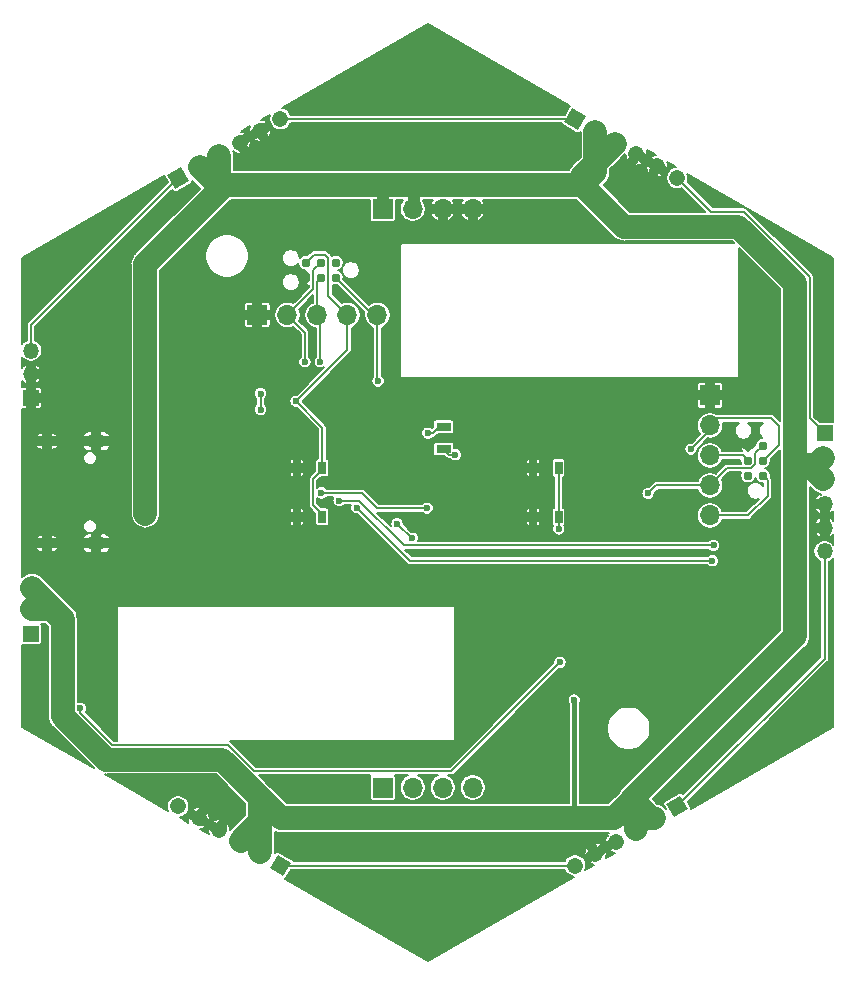
<source format=gbl>
G04 #@! TF.GenerationSoftware,KiCad,Pcbnew,5.1.5+dfsg1-2build2*
G04 #@! TF.CreationDate,2021-12-29T19:23:25+01:00*
G04 #@! TF.ProjectId,hex_base,6865785f-6261-4736-952e-6b696361645f,rev?*
G04 #@! TF.SameCoordinates,Original*
G04 #@! TF.FileFunction,Copper,L2,Bot*
G04 #@! TF.FilePolarity,Positive*
%FSLAX46Y46*%
G04 Gerber Fmt 4.6, Leading zero omitted, Abs format (unit mm)*
G04 Created by KiCad (PCBNEW 5.1.5+dfsg1-2build2) date 2021-12-29 19:23:25*
%MOMM*%
%LPD*%
G04 APERTURE LIST*
%ADD10R,0.650000X1.050000*%
%ADD11R,1.300000X0.700000*%
%ADD12O,1.700000X1.700000*%
%ADD13R,1.700000X1.700000*%
%ADD14C,1.350000*%
%ADD15C,0.100000*%
%ADD16O,1.350000X1.350000*%
%ADD17R,1.350000X1.350000*%
%ADD18C,0.784860*%
%ADD19O,2.100000X1.000000*%
%ADD20O,1.600000X1.000000*%
%ADD21C,0.600000*%
%ADD22C,0.200000*%
%ADD23C,2.000000*%
%ADD24C,0.400000*%
%ADD25C,1.000000*%
%ADD26C,0.127000*%
G04 APERTURE END LIST*
D10*
X91075000Y-102075000D03*
X91075000Y-97925000D03*
X88925000Y-102075000D03*
X88925000Y-97925000D03*
X111075000Y-102075000D03*
X111075000Y-97925000D03*
X108925000Y-102075000D03*
X108925000Y-97925000D03*
D11*
X101350000Y-96350000D03*
X101350000Y-94450000D03*
D12*
X103810000Y-125000000D03*
X101270000Y-125000000D03*
X98730000Y-125000000D03*
D13*
X96190000Y-125000000D03*
D12*
X103810000Y-76000000D03*
X101270000Y-76000000D03*
X98730000Y-76000000D03*
D13*
X96190000Y-76000000D03*
D14*
X78869873Y-126600000D02*
X78869873Y-126600000D01*
X80601924Y-127600000D02*
X80601924Y-127600000D01*
X82333975Y-128600000D02*
X82333975Y-128600000D01*
X84066025Y-129600000D02*
X84066025Y-129600000D01*
X85798076Y-130600000D02*
X85798076Y-130600000D01*
G04 #@! TA.AperFunction,ComponentPad*
D15*
G36*
X87283060Y-130677933D02*
G01*
X88452194Y-131352933D01*
X87777194Y-132522067D01*
X86608060Y-131847067D01*
X87283060Y-130677933D01*
G37*
G04 #@! TD.AperFunction*
D14*
X112469873Y-131600000D02*
X112469873Y-131600000D01*
X114201924Y-130600000D02*
X114201924Y-130600000D01*
X115933975Y-129600000D02*
X115933975Y-129600000D01*
X117666025Y-128600000D02*
X117666025Y-128600000D01*
X119398076Y-127600000D02*
X119398076Y-127600000D01*
G04 #@! TA.AperFunction,ComponentPad*
D15*
G36*
X120208060Y-126352933D02*
G01*
X121377194Y-125677933D01*
X122052194Y-126847067D01*
X120883060Y-127522067D01*
X120208060Y-126352933D01*
G37*
G04 #@! TD.AperFunction*
D16*
X133600000Y-105000000D03*
X133600000Y-103000000D03*
X133600000Y-101000000D03*
X133600000Y-99000000D03*
X133600000Y-97000000D03*
D17*
X133600000Y-95000000D03*
D14*
X121130127Y-73400000D02*
X121130127Y-73400000D01*
X119398076Y-72400000D02*
X119398076Y-72400000D01*
X117666025Y-71400000D02*
X117666025Y-71400000D01*
X115933975Y-70400000D02*
X115933975Y-70400000D01*
X114201924Y-69400000D02*
X114201924Y-69400000D01*
G04 #@! TA.AperFunction,ComponentPad*
D15*
G36*
X112716940Y-69322067D02*
G01*
X111547806Y-68647067D01*
X112222806Y-67477933D01*
X113391940Y-68152933D01*
X112716940Y-69322067D01*
G37*
G04 #@! TD.AperFunction*
D14*
X87530127Y-68400000D02*
X87530127Y-68400000D01*
X85798076Y-69400000D02*
X85798076Y-69400000D01*
X84066025Y-70400000D02*
X84066025Y-70400000D01*
X82333975Y-71400000D02*
X82333975Y-71400000D01*
X80601924Y-72400000D02*
X80601924Y-72400000D01*
G04 #@! TA.AperFunction,ComponentPad*
D15*
G36*
X79791940Y-73647067D02*
G01*
X78622806Y-74322067D01*
X77947806Y-73152933D01*
X79116940Y-72477933D01*
X79791940Y-73647067D01*
G37*
G04 #@! TD.AperFunction*
D16*
X66400000Y-88000000D03*
X66400000Y-90000000D03*
D17*
X66400000Y-92000000D03*
D16*
X66400000Y-108000000D03*
X66400000Y-110000000D03*
D17*
X66400000Y-112000000D03*
D18*
X89680000Y-80565000D03*
X89680000Y-81835000D03*
X90950000Y-80565000D03*
X90950000Y-81835000D03*
X92220000Y-80565000D03*
X92220000Y-81835000D03*
X128385000Y-96055000D03*
X127115000Y-96055000D03*
X128385000Y-97325000D03*
X127115000Y-97325000D03*
X128385000Y-98595000D03*
X127115000Y-98595000D03*
D19*
X71935000Y-95680000D03*
X71935000Y-104320000D03*
D20*
X67755000Y-95680000D03*
X67755000Y-104320000D03*
D12*
X95735000Y-85000000D03*
X93195000Y-85000000D03*
X90655000Y-85000000D03*
X88115000Y-85000000D03*
D13*
X85575000Y-85000000D03*
D12*
X123900000Y-101960000D03*
X123900000Y-99420000D03*
X123900000Y-96880000D03*
X123900000Y-94340000D03*
D13*
X123900000Y-91800000D03*
D21*
X112000000Y-100000000D03*
X110000000Y-100000000D03*
X110000000Y-98000000D03*
X112000000Y-98000000D03*
X99975000Y-98925000D03*
X99900000Y-102825000D03*
X99875000Y-94175000D03*
X98150000Y-93075000D03*
X98200000Y-95550000D03*
X99350000Y-91500000D03*
X101625000Y-90775000D03*
X118000000Y-92000000D03*
X106000000Y-92000000D03*
X115000000Y-102000000D03*
X118000000Y-102000000D03*
X106000000Y-102000000D03*
X106000000Y-98000000D03*
X106000000Y-94000000D03*
X129000000Y-102000000D03*
X129000000Y-111000000D03*
X116000000Y-124000000D03*
X110000000Y-124000000D03*
X82000000Y-125000000D03*
X77000000Y-125000000D03*
X73000000Y-119000000D03*
X67000000Y-118000000D03*
X82000000Y-91000000D03*
X82000000Y-88000000D03*
X79000000Y-88000000D03*
X79000000Y-91000000D03*
X83000000Y-85000000D03*
X73000000Y-90000000D03*
X72000000Y-87000000D03*
X74000000Y-85000000D03*
X78000000Y-85000000D03*
X74000000Y-81000000D03*
X87000000Y-72000000D03*
X111000000Y-72000000D03*
X90000000Y-67000000D03*
X110000000Y-67000000D03*
X100000000Y-62000000D03*
X100000000Y-67000000D03*
X100000000Y-70000000D03*
X87000000Y-76000000D03*
X111000000Y-76000000D03*
X97000000Y-82000000D03*
X118000000Y-75000000D03*
X128000000Y-83000000D03*
X128000000Y-92000000D03*
X120000000Y-111000000D03*
X118000000Y-107000000D03*
X106000000Y-107000000D03*
X104000000Y-111000000D03*
X101000000Y-107000000D03*
X83000000Y-99000000D03*
X93000000Y-103000000D03*
X83000000Y-93000000D03*
X88000000Y-94000000D03*
X94000000Y-99000000D03*
X92000000Y-93000000D03*
X95000000Y-91000000D03*
X74250000Y-100000000D03*
X93000000Y-105750000D03*
X99600000Y-96600000D03*
X98050000Y-102000000D03*
X99250000Y-105150000D03*
X106050000Y-105100000D03*
X66150000Y-84300000D03*
X75450000Y-75400000D03*
X124350000Y-124750000D03*
X133450000Y-115900000D03*
X110200000Y-132800000D03*
X90300000Y-132850000D03*
X124450000Y-75400000D03*
X133400000Y-93300000D03*
X132500000Y-80400000D03*
X102338921Y-96817319D03*
X100000000Y-95000002D03*
X76100000Y-98400000D03*
X76100000Y-101800000D03*
X76100000Y-100800000D03*
X76100000Y-99600000D03*
X112400000Y-117600000D03*
X70600000Y-118300000D03*
X111199994Y-114400000D03*
X118650000Y-100100000D03*
X111100000Y-103100000D03*
X122300000Y-96350000D03*
X95800000Y-90600000D03*
X88850000Y-92300000D03*
X94000000Y-101300000D03*
X124100000Y-105800000D03*
X90900000Y-88950000D03*
X92500000Y-100700000D03*
X124200000Y-104500000D03*
X89600000Y-88950000D03*
X98700000Y-103900000D03*
X97400000Y-102650000D03*
X99950000Y-101350000D03*
X91000000Y-100050000D03*
X85850000Y-93000000D03*
X85850000Y-91650000D03*
D22*
X101817319Y-96817319D02*
X101350000Y-96350000D01*
X102338921Y-96817319D02*
X101817319Y-96817319D01*
X100424264Y-95000002D02*
X100000000Y-95000002D01*
X101162133Y-94262133D02*
X100424264Y-95000002D01*
X101350000Y-94450000D02*
X101162133Y-94262133D01*
D23*
X76100000Y-101800000D02*
X76100000Y-80700000D01*
X76100000Y-80700000D02*
X82800000Y-74000000D01*
X131100000Y-112200000D02*
X117300000Y-126000000D01*
X82201924Y-74000000D02*
X80684163Y-72482239D01*
X82800000Y-74000000D02*
X82201924Y-74000000D01*
X82333975Y-73533975D02*
X82333975Y-71529720D01*
X82800000Y-74000000D02*
X82333975Y-73533975D01*
X113100000Y-73233975D02*
X115851747Y-70482228D01*
X113100000Y-74000000D02*
X113100000Y-73233975D01*
X114201924Y-72898076D02*
X114201924Y-69529702D01*
X113100000Y-74000000D02*
X114201924Y-72898076D01*
X132900000Y-97700000D02*
X133489022Y-97110978D01*
X131100000Y-97700000D02*
X132900000Y-97700000D01*
X131100000Y-97700000D02*
X131100000Y-112200000D01*
X132300000Y-97700000D02*
X133489022Y-98889022D01*
X131100000Y-97700000D02*
X132300000Y-97700000D01*
X118900000Y-127600000D02*
X119173427Y-127600000D01*
X117300000Y-126000000D02*
X118900000Y-127600000D01*
X117666025Y-126366025D02*
X117666025Y-128470299D01*
X117300000Y-126000000D02*
X117666025Y-126366025D01*
X85798076Y-126201924D02*
X85798076Y-130470280D01*
X86000000Y-126000000D02*
X85798076Y-126201924D01*
X86000000Y-127666025D02*
X84148264Y-129517761D01*
X86000000Y-126000000D02*
X86000000Y-127666025D01*
X68088990Y-109888990D02*
X66511010Y-109888990D01*
X69100000Y-110900000D02*
X68088990Y-109888990D01*
X131100000Y-82300000D02*
X131100000Y-97700000D01*
X126300000Y-77500000D02*
X131100000Y-82300000D01*
X116600000Y-77500000D02*
X126300000Y-77500000D01*
X113100000Y-74000000D02*
X116600000Y-77500000D01*
X72791756Y-122627011D02*
X69100000Y-118935255D01*
X85964746Y-126000000D02*
X82591757Y-122627011D01*
X86000000Y-126000000D02*
X85964746Y-126000000D01*
X82591757Y-122627011D02*
X72791756Y-122627011D01*
X69100000Y-118935255D02*
X69100000Y-110700000D01*
X69100000Y-110700000D02*
X66511010Y-108111010D01*
X87600000Y-127600000D02*
X86000000Y-126000000D01*
X117300000Y-126100000D02*
X115800000Y-127600000D01*
X117300000Y-126000000D02*
X117300000Y-126100000D01*
X115800000Y-127600000D02*
X113000000Y-127600000D01*
X113000000Y-127600000D02*
X87600000Y-127600000D01*
D24*
X112400000Y-127000000D02*
X112400000Y-117600000D01*
X113000000Y-127600000D02*
X112400000Y-127000000D01*
D23*
X98800000Y-74000000D02*
X113100000Y-74000000D01*
X82800000Y-74000000D02*
X97000000Y-74000000D01*
X97000000Y-74000000D02*
X98800000Y-74000000D01*
D25*
X96200000Y-75990000D02*
X96190000Y-76000000D01*
X96200000Y-74200000D02*
X96200000Y-75990000D01*
X96400000Y-74000000D02*
X96200000Y-74200000D01*
X97000000Y-74000000D02*
X96400000Y-74000000D01*
X98800000Y-75930000D02*
X98730000Y-76000000D01*
X98800000Y-74000000D02*
X98800000Y-75930000D01*
D22*
X70600000Y-118700000D02*
X70600000Y-118300000D01*
X73300000Y-121400000D02*
X70600000Y-118700000D01*
X83100000Y-121400000D02*
X73300000Y-121400000D01*
X85300000Y-123600000D02*
X83100000Y-121400000D01*
X101999994Y-123600000D02*
X85300000Y-123600000D01*
X111199994Y-114400000D02*
X101999994Y-123600000D01*
X127140000Y-101960000D02*
X123900000Y-101960000D01*
X128777429Y-100322571D02*
X127140000Y-101960000D01*
X128777429Y-98987429D02*
X128777429Y-100322571D01*
X128385000Y-98595000D02*
X128777429Y-98987429D01*
X124749999Y-98570001D02*
X123900000Y-99420000D01*
X125370000Y-97950000D02*
X124749999Y-98570001D01*
X127406759Y-97950000D02*
X125370000Y-97950000D01*
X127750000Y-97606759D02*
X127406759Y-97950000D01*
X127750000Y-96690000D02*
X127750000Y-97606759D01*
X128385000Y-96055000D02*
X127750000Y-96690000D01*
X119330000Y-99420000D02*
X118650000Y-100100000D01*
X123900000Y-99420000D02*
X119330000Y-99420000D01*
X111075000Y-97925000D02*
X111075000Y-102075000D01*
X111075000Y-103075000D02*
X111100000Y-103100000D01*
X111075000Y-102075000D02*
X111075000Y-103075000D01*
X126670000Y-96880000D02*
X123900000Y-96880000D01*
X127115000Y-97325000D02*
X126670000Y-96880000D01*
X124490000Y-93750000D02*
X123900000Y-94340000D01*
X129100000Y-93750000D02*
X124490000Y-93750000D01*
X129700000Y-96010000D02*
X129700000Y-94350000D01*
X129700000Y-94350000D02*
X129100000Y-93750000D01*
X128385000Y-97325000D02*
X129700000Y-96010000D01*
X123900000Y-94750000D02*
X123900000Y-94340000D01*
X122300000Y-96350000D02*
X123900000Y-94750000D01*
X95735000Y-90535000D02*
X95800000Y-90600000D01*
X95735000Y-85000000D02*
X95735000Y-90535000D01*
X95385000Y-85000000D02*
X95735000Y-85000000D01*
X92220000Y-81835000D02*
X95385000Y-85000000D01*
X91575000Y-80125000D02*
X91575000Y-83380000D01*
X91325000Y-79875000D02*
X91575000Y-80125000D01*
X91575000Y-83380000D02*
X93195000Y-85000000D01*
X90370000Y-79875000D02*
X91325000Y-79875000D01*
X89680000Y-80565000D02*
X90370000Y-79875000D01*
X93195000Y-87955000D02*
X93195000Y-85000000D01*
X88850000Y-92300000D02*
X93195000Y-87955000D01*
X91075000Y-97925000D02*
X91075000Y-94525000D01*
X91075000Y-94525000D02*
X88850000Y-92300000D01*
X91075000Y-98125000D02*
X91075000Y-97925000D01*
X90300000Y-98900000D02*
X91075000Y-98125000D01*
X90300000Y-101100000D02*
X90300000Y-98900000D01*
X91075000Y-101875000D02*
X90300000Y-101100000D01*
X91075000Y-102075000D02*
X91075000Y-101875000D01*
X98500000Y-105800000D02*
X124100000Y-105800000D01*
X94000000Y-101300000D02*
X98500000Y-105800000D01*
X90900000Y-85245000D02*
X90655000Y-85000000D01*
X90900000Y-88950000D02*
X90900000Y-85245000D01*
X90655000Y-82130000D02*
X90950000Y-81835000D01*
X90655000Y-85000000D02*
X90655000Y-82130000D01*
X92500000Y-100700000D02*
X94200000Y-100700000D01*
X98000000Y-104500000D02*
X124200000Y-104500000D01*
X94200000Y-100700000D02*
X98000000Y-104500000D01*
X89600000Y-86485000D02*
X88115000Y-85000000D01*
X89600000Y-88950000D02*
X89600000Y-86485000D01*
X88964999Y-84150001D02*
X88115000Y-85000000D01*
X90325000Y-82790000D02*
X88964999Y-84150001D01*
X90325000Y-81190000D02*
X90325000Y-82790000D01*
X90950000Y-80565000D02*
X90325000Y-81190000D01*
X98650000Y-103900000D02*
X97400000Y-102650000D01*
X98700000Y-103900000D02*
X98650000Y-103900000D01*
X99950000Y-101350000D02*
X95700000Y-101350000D01*
X94400000Y-100050000D02*
X91000000Y-100050000D01*
X95700000Y-101350000D02*
X94400000Y-100050000D01*
X85850000Y-93000000D02*
X85850000Y-91650000D01*
X66400000Y-85869873D02*
X78869873Y-73400000D01*
X66400000Y-88000000D02*
X66400000Y-85869873D01*
X87530127Y-68400000D02*
X112469873Y-68400000D01*
X132350000Y-93750000D02*
X133600000Y-95000000D01*
X132350000Y-81800000D02*
X132350000Y-93750000D01*
X126800000Y-76250000D02*
X132350000Y-81800000D01*
X123980127Y-76250000D02*
X126800000Y-76250000D01*
X121130127Y-73400000D02*
X123980127Y-76250000D01*
X133600000Y-114130127D02*
X121130127Y-126600000D01*
X133600000Y-105000000D02*
X133600000Y-114130127D01*
X112469873Y-131600000D02*
X87530127Y-131600000D01*
D26*
G36*
X111638185Y-132044546D02*
G01*
X111740892Y-132198259D01*
X111871614Y-132328981D01*
X112025327Y-132431688D01*
X112196123Y-132502434D01*
X112354587Y-132533954D01*
X100000017Y-139666869D01*
X87957565Y-132714156D01*
X87976262Y-132696645D01*
X88006495Y-132654454D01*
X88405418Y-131963500D01*
X111604615Y-131963500D01*
X111638185Y-132044546D01*
G37*
X111638185Y-132044546D02*
X111740892Y-132198259D01*
X111871614Y-132328981D01*
X112025327Y-132431688D01*
X112196123Y-132502434D01*
X112354587Y-132533954D01*
X100000017Y-139666869D01*
X87957565Y-132714156D01*
X87976262Y-132696645D01*
X88006495Y-132654454D01*
X88405418Y-131963500D01*
X111604615Y-131963500D01*
X111638185Y-132044546D01*
G36*
X87105427Y-128768312D02*
G01*
X87114140Y-128772969D01*
X87352310Y-128845218D01*
X87600000Y-128869613D01*
X87662067Y-128863500D01*
X115332630Y-128863500D01*
X115173306Y-128955486D01*
X115239989Y-129070984D01*
X115121118Y-129130909D01*
X115066964Y-129240681D01*
X115013523Y-129416731D01*
X114995455Y-129599823D01*
X115064031Y-129713705D01*
X115474307Y-129476832D01*
X115464307Y-129459512D01*
X116047143Y-129123012D01*
X116057143Y-129140332D01*
X116074463Y-129130332D01*
X116410963Y-129713168D01*
X116393643Y-129723168D01*
X116403643Y-129740488D01*
X115820807Y-130076988D01*
X115810807Y-130059668D01*
X115400531Y-130296541D01*
X115464868Y-130412871D01*
X115632465Y-130488769D01*
X115811649Y-130530513D01*
X115823327Y-130531277D01*
X115063757Y-130969814D01*
X115068935Y-130959319D01*
X115122376Y-130783269D01*
X115140444Y-130600177D01*
X115071868Y-130486295D01*
X114661592Y-130723168D01*
X114671592Y-130740488D01*
X114088756Y-131076988D01*
X114078756Y-131059668D01*
X113668480Y-131296541D01*
X113732817Y-131412871D01*
X113900414Y-131488769D01*
X114079598Y-131530513D01*
X114091276Y-131531277D01*
X113332770Y-131969200D01*
X113372307Y-131873750D01*
X113408373Y-131692434D01*
X113408373Y-131507566D01*
X113372307Y-131326250D01*
X113301561Y-131155454D01*
X113198854Y-131001741D01*
X113068132Y-130871019D01*
X112914419Y-130768312D01*
X112743623Y-130697566D01*
X112562307Y-130661500D01*
X112377439Y-130661500D01*
X112196123Y-130697566D01*
X112025327Y-130768312D01*
X111871614Y-130871019D01*
X111740892Y-131001741D01*
X111638185Y-131155454D01*
X111604615Y-131236500D01*
X88689917Y-131236500D01*
X88689663Y-131235826D01*
X88662253Y-131191749D01*
X88626772Y-131153865D01*
X88584581Y-131123632D01*
X87677318Y-130599823D01*
X113263404Y-130599823D01*
X113331980Y-130713705D01*
X113742256Y-130476832D01*
X113507939Y-130070983D01*
X113389067Y-130130909D01*
X113334913Y-130240681D01*
X113281472Y-130416731D01*
X113263404Y-130599823D01*
X87677318Y-130599823D01*
X87415447Y-130448632D01*
X87368169Y-130427211D01*
X87317620Y-130415424D01*
X87265743Y-130413726D01*
X87214531Y-130422181D01*
X87165953Y-130440464D01*
X87121876Y-130467874D01*
X87083992Y-130503355D01*
X87061314Y-130535002D01*
X87061576Y-130532347D01*
X87061576Y-129734483D01*
X114090774Y-129734483D01*
X114325092Y-130140332D01*
X114735368Y-129903459D01*
X114671031Y-129787129D01*
X114503434Y-129711231D01*
X114324250Y-129669487D01*
X114202108Y-129661500D01*
X114090774Y-129734483D01*
X87061576Y-129734483D01*
X87061576Y-128744873D01*
X87105427Y-128768312D01*
G37*
X87105427Y-128768312D02*
X87114140Y-128772969D01*
X87352310Y-128845218D01*
X87600000Y-128869613D01*
X87662067Y-128863500D01*
X115332630Y-128863500D01*
X115173306Y-128955486D01*
X115239989Y-129070984D01*
X115121118Y-129130909D01*
X115066964Y-129240681D01*
X115013523Y-129416731D01*
X114995455Y-129599823D01*
X115064031Y-129713705D01*
X115474307Y-129476832D01*
X115464307Y-129459512D01*
X116047143Y-129123012D01*
X116057143Y-129140332D01*
X116074463Y-129130332D01*
X116410963Y-129713168D01*
X116393643Y-129723168D01*
X116403643Y-129740488D01*
X115820807Y-130076988D01*
X115810807Y-130059668D01*
X115400531Y-130296541D01*
X115464868Y-130412871D01*
X115632465Y-130488769D01*
X115811649Y-130530513D01*
X115823327Y-130531277D01*
X115063757Y-130969814D01*
X115068935Y-130959319D01*
X115122376Y-130783269D01*
X115140444Y-130600177D01*
X115071868Y-130486295D01*
X114661592Y-130723168D01*
X114671592Y-130740488D01*
X114088756Y-131076988D01*
X114078756Y-131059668D01*
X113668480Y-131296541D01*
X113732817Y-131412871D01*
X113900414Y-131488769D01*
X114079598Y-131530513D01*
X114091276Y-131531277D01*
X113332770Y-131969200D01*
X113372307Y-131873750D01*
X113408373Y-131692434D01*
X113408373Y-131507566D01*
X113372307Y-131326250D01*
X113301561Y-131155454D01*
X113198854Y-131001741D01*
X113068132Y-130871019D01*
X112914419Y-130768312D01*
X112743623Y-130697566D01*
X112562307Y-130661500D01*
X112377439Y-130661500D01*
X112196123Y-130697566D01*
X112025327Y-130768312D01*
X111871614Y-130871019D01*
X111740892Y-131001741D01*
X111638185Y-131155454D01*
X111604615Y-131236500D01*
X88689917Y-131236500D01*
X88689663Y-131235826D01*
X88662253Y-131191749D01*
X88626772Y-131153865D01*
X88584581Y-131123632D01*
X87677318Y-130599823D01*
X113263404Y-130599823D01*
X113331980Y-130713705D01*
X113742256Y-130476832D01*
X113507939Y-130070983D01*
X113389067Y-130130909D01*
X113334913Y-130240681D01*
X113281472Y-130416731D01*
X113263404Y-130599823D01*
X87677318Y-130599823D01*
X87415447Y-130448632D01*
X87368169Y-130427211D01*
X87317620Y-130415424D01*
X87265743Y-130413726D01*
X87214531Y-130422181D01*
X87165953Y-130440464D01*
X87121876Y-130467874D01*
X87083992Y-130503355D01*
X87061314Y-130535002D01*
X87061576Y-130532347D01*
X87061576Y-129734483D01*
X114090774Y-129734483D01*
X114325092Y-130140332D01*
X114735368Y-129903459D01*
X114671031Y-129787129D01*
X114503434Y-129711231D01*
X114324250Y-129669487D01*
X114202108Y-129661500D01*
X114090774Y-129734483D01*
X87061576Y-129734483D01*
X87061576Y-128744873D01*
X87105427Y-128768312D01*
G36*
X72729689Y-123890511D02*
G01*
X72729698Y-123890511D01*
X72791755Y-123896623D01*
X72853812Y-123890511D01*
X82068399Y-123890511D01*
X84534576Y-126356689D01*
X84534576Y-127344590D01*
X83262128Y-128617039D01*
X83272495Y-128599823D01*
X83254427Y-128416731D01*
X83200986Y-128240681D01*
X83146832Y-128130909D01*
X83027960Y-128070983D01*
X82793643Y-128476832D01*
X82810963Y-128486832D01*
X82474463Y-129069668D01*
X82457143Y-129059668D01*
X82447143Y-129076988D01*
X81864307Y-128740488D01*
X81874307Y-128723168D01*
X81464031Y-128486295D01*
X81395455Y-128600177D01*
X81413523Y-128783269D01*
X81466964Y-128959319D01*
X81472129Y-128969788D01*
X80712601Y-128531275D01*
X80724250Y-128530513D01*
X80903434Y-128488769D01*
X81071031Y-128412871D01*
X81135368Y-128296541D01*
X80725092Y-128059668D01*
X80715092Y-128076988D01*
X80414531Y-127903459D01*
X81800531Y-127903459D01*
X82210807Y-128140332D01*
X82445125Y-127734483D01*
X82333791Y-127661500D01*
X82211649Y-127669487D01*
X82032465Y-127711231D01*
X81864868Y-127787129D01*
X81800531Y-127903459D01*
X80414531Y-127903459D01*
X80132256Y-127740488D01*
X80142256Y-127723168D01*
X79731980Y-127486295D01*
X79663404Y-127600177D01*
X79681472Y-127783269D01*
X79734913Y-127959319D01*
X79740078Y-127969788D01*
X78985183Y-127533950D01*
X79143623Y-127502434D01*
X79205431Y-127476832D01*
X81061592Y-127476832D01*
X81471868Y-127713705D01*
X81540444Y-127599823D01*
X81522376Y-127416731D01*
X81468935Y-127240681D01*
X81414781Y-127130909D01*
X81295909Y-127070983D01*
X81061592Y-127476832D01*
X79205431Y-127476832D01*
X79314419Y-127431688D01*
X79468132Y-127328981D01*
X79598854Y-127198259D01*
X79701561Y-127044546D01*
X79760001Y-126903459D01*
X80068480Y-126903459D01*
X80478756Y-127140332D01*
X80713074Y-126734483D01*
X80601740Y-126661500D01*
X80479598Y-126669487D01*
X80300414Y-126711231D01*
X80132817Y-126787129D01*
X80068480Y-126903459D01*
X79760001Y-126903459D01*
X79772307Y-126873750D01*
X79808373Y-126692434D01*
X79808373Y-126507566D01*
X79772307Y-126326250D01*
X79701561Y-126155454D01*
X79598854Y-126001741D01*
X79468132Y-125871019D01*
X79314419Y-125768312D01*
X79143623Y-125697566D01*
X78962307Y-125661500D01*
X78777439Y-125661500D01*
X78596123Y-125697566D01*
X78425327Y-125768312D01*
X78271614Y-125871019D01*
X78140892Y-126001741D01*
X78038185Y-126155454D01*
X77967439Y-126326250D01*
X77931373Y-126507566D01*
X77931373Y-126692434D01*
X77967439Y-126873750D01*
X78006966Y-126969176D01*
X72663224Y-123883965D01*
X72729689Y-123890511D01*
G37*
X72729689Y-123890511D02*
X72729698Y-123890511D01*
X72791755Y-123896623D01*
X72853812Y-123890511D01*
X82068399Y-123890511D01*
X84534576Y-126356689D01*
X84534576Y-127344590D01*
X83262128Y-128617039D01*
X83272495Y-128599823D01*
X83254427Y-128416731D01*
X83200986Y-128240681D01*
X83146832Y-128130909D01*
X83027960Y-128070983D01*
X82793643Y-128476832D01*
X82810963Y-128486832D01*
X82474463Y-129069668D01*
X82457143Y-129059668D01*
X82447143Y-129076988D01*
X81864307Y-128740488D01*
X81874307Y-128723168D01*
X81464031Y-128486295D01*
X81395455Y-128600177D01*
X81413523Y-128783269D01*
X81466964Y-128959319D01*
X81472129Y-128969788D01*
X80712601Y-128531275D01*
X80724250Y-128530513D01*
X80903434Y-128488769D01*
X81071031Y-128412871D01*
X81135368Y-128296541D01*
X80725092Y-128059668D01*
X80715092Y-128076988D01*
X80414531Y-127903459D01*
X81800531Y-127903459D01*
X82210807Y-128140332D01*
X82445125Y-127734483D01*
X82333791Y-127661500D01*
X82211649Y-127669487D01*
X82032465Y-127711231D01*
X81864868Y-127787129D01*
X81800531Y-127903459D01*
X80414531Y-127903459D01*
X80132256Y-127740488D01*
X80142256Y-127723168D01*
X79731980Y-127486295D01*
X79663404Y-127600177D01*
X79681472Y-127783269D01*
X79734913Y-127959319D01*
X79740078Y-127969788D01*
X78985183Y-127533950D01*
X79143623Y-127502434D01*
X79205431Y-127476832D01*
X81061592Y-127476832D01*
X81471868Y-127713705D01*
X81540444Y-127599823D01*
X81522376Y-127416731D01*
X81468935Y-127240681D01*
X81414781Y-127130909D01*
X81295909Y-127070983D01*
X81061592Y-127476832D01*
X79205431Y-127476832D01*
X79314419Y-127431688D01*
X79468132Y-127328981D01*
X79598854Y-127198259D01*
X79701561Y-127044546D01*
X79760001Y-126903459D01*
X80068480Y-126903459D01*
X80478756Y-127140332D01*
X80713074Y-126734483D01*
X80601740Y-126661500D01*
X80479598Y-126669487D01*
X80300414Y-126711231D01*
X80132817Y-126787129D01*
X80068480Y-126903459D01*
X79760001Y-126903459D01*
X79772307Y-126873750D01*
X79808373Y-126692434D01*
X79808373Y-126507566D01*
X79772307Y-126326250D01*
X79701561Y-126155454D01*
X79598854Y-126001741D01*
X79468132Y-125871019D01*
X79314419Y-125768312D01*
X79143623Y-125697566D01*
X78962307Y-125661500D01*
X78777439Y-125661500D01*
X78596123Y-125697566D01*
X78425327Y-125768312D01*
X78271614Y-125871019D01*
X78140892Y-126001741D01*
X78038185Y-126155454D01*
X77967439Y-126326250D01*
X77931373Y-126507566D01*
X77931373Y-126692434D01*
X77967439Y-126873750D01*
X78006966Y-126969176D01*
X72663224Y-123883965D01*
X72729689Y-123890511D01*
G36*
X132639480Y-99826339D02*
G01*
X132783662Y-99944666D01*
X133003162Y-100061991D01*
X133241332Y-100134239D01*
X133263498Y-100136422D01*
X133263498Y-100189754D01*
X133130587Y-100187306D01*
X132981058Y-100294500D01*
X132855315Y-100428806D01*
X132787327Y-100530591D01*
X132794865Y-100663500D01*
X133263500Y-100663500D01*
X133263500Y-100643500D01*
X133936500Y-100643500D01*
X133936500Y-100663500D01*
X133956500Y-100663500D01*
X133956500Y-101336500D01*
X133936500Y-101336500D01*
X133936500Y-101810246D01*
X134069413Y-101812694D01*
X134218942Y-101705500D01*
X134344685Y-101571194D01*
X134352532Y-101559446D01*
X134352532Y-102440554D01*
X134344685Y-102428806D01*
X134218942Y-102294500D01*
X134069413Y-102187306D01*
X133936500Y-102189754D01*
X133936500Y-102663500D01*
X133956500Y-102663500D01*
X133956500Y-103336500D01*
X133936500Y-103336500D01*
X133936500Y-103810246D01*
X134069413Y-103812694D01*
X134218942Y-103705500D01*
X134344685Y-103571194D01*
X134352532Y-103559446D01*
X134352532Y-104436988D01*
X134328981Y-104401741D01*
X134198259Y-104271019D01*
X134044546Y-104168312D01*
X133873750Y-104097566D01*
X133692434Y-104061500D01*
X133507566Y-104061500D01*
X133326250Y-104097566D01*
X133155454Y-104168312D01*
X133001741Y-104271019D01*
X132871019Y-104401741D01*
X132768312Y-104555454D01*
X132697566Y-104726250D01*
X132661500Y-104907566D01*
X132661500Y-105092434D01*
X132697566Y-105273750D01*
X132768312Y-105444546D01*
X132871019Y-105598259D01*
X133001741Y-105728981D01*
X133155454Y-105831688D01*
X133236500Y-105865258D01*
X133236501Y-113979559D01*
X121629928Y-125586133D01*
X121606495Y-125545546D01*
X121576262Y-125503355D01*
X121538378Y-125467874D01*
X121494301Y-125440464D01*
X121445723Y-125422181D01*
X121394511Y-125413726D01*
X121342634Y-125415424D01*
X121292085Y-125427211D01*
X121244807Y-125448632D01*
X120075673Y-126123632D01*
X120033482Y-126153865D01*
X119998001Y-126191749D01*
X119970591Y-126235826D01*
X119952308Y-126284404D01*
X119943853Y-126335616D01*
X119945551Y-126387493D01*
X119957338Y-126438042D01*
X119978759Y-126485320D01*
X120181883Y-126837141D01*
X120071179Y-126702248D01*
X119878786Y-126544355D01*
X119659287Y-126427031D01*
X119450578Y-126363719D01*
X119086858Y-126000000D01*
X131949542Y-113137317D01*
X131997752Y-113097752D01*
X132155645Y-112905359D01*
X132272969Y-112685860D01*
X132345218Y-112447689D01*
X132363500Y-112262067D01*
X132363500Y-112262058D01*
X132369612Y-112200001D01*
X132363500Y-112137944D01*
X132363500Y-103469409D01*
X132787327Y-103469409D01*
X132855315Y-103571194D01*
X132981058Y-103705500D01*
X133130587Y-103812694D01*
X133263500Y-103810246D01*
X133263500Y-103336500D01*
X132794865Y-103336500D01*
X132787327Y-103469409D01*
X132363500Y-103469409D01*
X132363500Y-102530591D01*
X132787327Y-102530591D01*
X132794865Y-102663500D01*
X133263500Y-102663500D01*
X133263500Y-102189754D01*
X133130587Y-102187306D01*
X132981058Y-102294500D01*
X132855315Y-102428806D01*
X132787327Y-102530591D01*
X132363500Y-102530591D01*
X132363500Y-101469409D01*
X132787327Y-101469409D01*
X132855315Y-101571194D01*
X132981058Y-101705500D01*
X133130587Y-101812694D01*
X133263500Y-101810246D01*
X133263500Y-101336500D01*
X132794865Y-101336500D01*
X132787327Y-101469409D01*
X132363500Y-101469409D01*
X132363500Y-99550359D01*
X132639480Y-99826339D01*
G37*
X132639480Y-99826339D02*
X132783662Y-99944666D01*
X133003162Y-100061991D01*
X133241332Y-100134239D01*
X133263498Y-100136422D01*
X133263498Y-100189754D01*
X133130587Y-100187306D01*
X132981058Y-100294500D01*
X132855315Y-100428806D01*
X132787327Y-100530591D01*
X132794865Y-100663500D01*
X133263500Y-100663500D01*
X133263500Y-100643500D01*
X133936500Y-100643500D01*
X133936500Y-100663500D01*
X133956500Y-100663500D01*
X133956500Y-101336500D01*
X133936500Y-101336500D01*
X133936500Y-101810246D01*
X134069413Y-101812694D01*
X134218942Y-101705500D01*
X134344685Y-101571194D01*
X134352532Y-101559446D01*
X134352532Y-102440554D01*
X134344685Y-102428806D01*
X134218942Y-102294500D01*
X134069413Y-102187306D01*
X133936500Y-102189754D01*
X133936500Y-102663500D01*
X133956500Y-102663500D01*
X133956500Y-103336500D01*
X133936500Y-103336500D01*
X133936500Y-103810246D01*
X134069413Y-103812694D01*
X134218942Y-103705500D01*
X134344685Y-103571194D01*
X134352532Y-103559446D01*
X134352532Y-104436988D01*
X134328981Y-104401741D01*
X134198259Y-104271019D01*
X134044546Y-104168312D01*
X133873750Y-104097566D01*
X133692434Y-104061500D01*
X133507566Y-104061500D01*
X133326250Y-104097566D01*
X133155454Y-104168312D01*
X133001741Y-104271019D01*
X132871019Y-104401741D01*
X132768312Y-104555454D01*
X132697566Y-104726250D01*
X132661500Y-104907566D01*
X132661500Y-105092434D01*
X132697566Y-105273750D01*
X132768312Y-105444546D01*
X132871019Y-105598259D01*
X133001741Y-105728981D01*
X133155454Y-105831688D01*
X133236500Y-105865258D01*
X133236501Y-113979559D01*
X121629928Y-125586133D01*
X121606495Y-125545546D01*
X121576262Y-125503355D01*
X121538378Y-125467874D01*
X121494301Y-125440464D01*
X121445723Y-125422181D01*
X121394511Y-125413726D01*
X121342634Y-125415424D01*
X121292085Y-125427211D01*
X121244807Y-125448632D01*
X120075673Y-126123632D01*
X120033482Y-126153865D01*
X119998001Y-126191749D01*
X119970591Y-126235826D01*
X119952308Y-126284404D01*
X119943853Y-126335616D01*
X119945551Y-126387493D01*
X119957338Y-126438042D01*
X119978759Y-126485320D01*
X120181883Y-126837141D01*
X120071179Y-126702248D01*
X119878786Y-126544355D01*
X119659287Y-126427031D01*
X119450578Y-126363719D01*
X119086858Y-126000000D01*
X131949542Y-113137317D01*
X131997752Y-113097752D01*
X132155645Y-112905359D01*
X132272969Y-112685860D01*
X132345218Y-112447689D01*
X132363500Y-112262067D01*
X132363500Y-112262058D01*
X132369612Y-112200001D01*
X132363500Y-112137944D01*
X132363500Y-103469409D01*
X132787327Y-103469409D01*
X132855315Y-103571194D01*
X132981058Y-103705500D01*
X133130587Y-103812694D01*
X133263500Y-103810246D01*
X133263500Y-103336500D01*
X132794865Y-103336500D01*
X132787327Y-103469409D01*
X132363500Y-103469409D01*
X132363500Y-102530591D01*
X132787327Y-102530591D01*
X132794865Y-102663500D01*
X133263500Y-102663500D01*
X133263500Y-102189754D01*
X133130587Y-102187306D01*
X132981058Y-102294500D01*
X132855315Y-102428806D01*
X132787327Y-102530591D01*
X132363500Y-102530591D01*
X132363500Y-101469409D01*
X132787327Y-101469409D01*
X132855315Y-101571194D01*
X132981058Y-101705500D01*
X133130587Y-101812694D01*
X133263500Y-101810246D01*
X133263500Y-101336500D01*
X132794865Y-101336500D01*
X132787327Y-101469409D01*
X132363500Y-101469409D01*
X132363500Y-99550359D01*
X132639480Y-99826339D01*
G36*
X134352532Y-119833435D02*
G01*
X122308737Y-126786923D01*
X122302916Y-126761958D01*
X122281495Y-126714680D01*
X122006250Y-126237943D01*
X133844418Y-114399776D01*
X133858276Y-114388403D01*
X133869649Y-114374545D01*
X133869655Y-114374539D01*
X133903701Y-114333054D01*
X133937454Y-114269905D01*
X133940391Y-114260222D01*
X133958240Y-114201385D01*
X133963500Y-114147977D01*
X133963500Y-114147967D01*
X133965257Y-114130127D01*
X133963500Y-114112287D01*
X133963500Y-105865258D01*
X134044546Y-105831688D01*
X134198259Y-105728981D01*
X134328981Y-105598259D01*
X134352532Y-105563012D01*
X134352532Y-119833435D01*
G37*
X134352532Y-119833435D02*
X122308737Y-126786923D01*
X122302916Y-126761958D01*
X122281495Y-126714680D01*
X122006250Y-126237943D01*
X133844418Y-114399776D01*
X133858276Y-114388403D01*
X133869649Y-114374545D01*
X133869655Y-114374539D01*
X133903701Y-114333054D01*
X133937454Y-114269905D01*
X133940391Y-114260222D01*
X133958240Y-114201385D01*
X133963500Y-114147977D01*
X133963500Y-114147967D01*
X133965257Y-114130127D01*
X133963500Y-114112287D01*
X133963500Y-105865258D01*
X134044546Y-105831688D01*
X134198259Y-105728981D01*
X134328981Y-105598259D01*
X134352532Y-105563012D01*
X134352532Y-119833435D01*
G36*
X80714103Y-74299038D02*
G01*
X75250459Y-79762683D01*
X75202249Y-79802248D01*
X75162684Y-79850458D01*
X75162683Y-79850459D01*
X75044356Y-79994641D01*
X74927031Y-80214141D01*
X74854783Y-80452311D01*
X74830387Y-80700000D01*
X74836501Y-80762074D01*
X74836500Y-101862066D01*
X74854782Y-102047688D01*
X74927031Y-102285859D01*
X75044355Y-102505358D01*
X75202248Y-102697752D01*
X75394641Y-102855645D01*
X75614140Y-102972969D01*
X75852311Y-103045218D01*
X76100000Y-103069613D01*
X76347688Y-103045218D01*
X76585859Y-102972969D01*
X76805358Y-102855645D01*
X76997752Y-102697752D01*
X77078368Y-102599521D01*
X88335225Y-102599521D01*
X88340220Y-102651185D01*
X88355197Y-102700883D01*
X88379582Y-102746703D01*
X88412438Y-102786885D01*
X88452501Y-102819886D01*
X88498233Y-102844437D01*
X88547875Y-102859594D01*
X88597625Y-102863500D01*
X88663500Y-102797625D01*
X88663500Y-102411500D01*
X89186500Y-102411500D01*
X89186500Y-102797625D01*
X89252375Y-102863500D01*
X89302125Y-102859594D01*
X89351767Y-102844437D01*
X89397499Y-102819886D01*
X89437562Y-102786885D01*
X89470418Y-102746703D01*
X89494803Y-102700883D01*
X89509780Y-102651185D01*
X89514775Y-102599521D01*
X89513500Y-102477375D01*
X89447625Y-102411500D01*
X89186500Y-102411500D01*
X88663500Y-102411500D01*
X88402375Y-102411500D01*
X88336500Y-102477375D01*
X88335225Y-102599521D01*
X77078368Y-102599521D01*
X77155645Y-102505359D01*
X77272969Y-102285860D01*
X77345218Y-102047689D01*
X77363500Y-101862067D01*
X77363500Y-101550479D01*
X88335225Y-101550479D01*
X88336500Y-101672625D01*
X88402375Y-101738500D01*
X88663500Y-101738500D01*
X88663500Y-101352375D01*
X89186500Y-101352375D01*
X89186500Y-101738500D01*
X89447625Y-101738500D01*
X89513500Y-101672625D01*
X89514775Y-101550479D01*
X89509780Y-101498815D01*
X89494803Y-101449117D01*
X89470418Y-101403297D01*
X89437562Y-101363115D01*
X89397499Y-101330114D01*
X89351767Y-101305563D01*
X89302125Y-101290406D01*
X89252375Y-101286500D01*
X89186500Y-101352375D01*
X88663500Y-101352375D01*
X88597625Y-101286500D01*
X88547875Y-101290406D01*
X88498233Y-101305563D01*
X88452501Y-101330114D01*
X88412438Y-101363115D01*
X88379582Y-101403297D01*
X88355197Y-101449117D01*
X88340220Y-101498815D01*
X88335225Y-101550479D01*
X77363500Y-101550479D01*
X77363500Y-98449521D01*
X88335225Y-98449521D01*
X88340220Y-98501185D01*
X88355197Y-98550883D01*
X88379582Y-98596703D01*
X88412438Y-98636885D01*
X88452501Y-98669886D01*
X88498233Y-98694437D01*
X88547875Y-98709594D01*
X88597625Y-98713500D01*
X88663500Y-98647625D01*
X88663500Y-98261500D01*
X89186500Y-98261500D01*
X89186500Y-98647625D01*
X89252375Y-98713500D01*
X89302125Y-98709594D01*
X89351767Y-98694437D01*
X89397499Y-98669886D01*
X89437562Y-98636885D01*
X89470418Y-98596703D01*
X89494803Y-98550883D01*
X89509780Y-98501185D01*
X89514775Y-98449521D01*
X89513500Y-98327375D01*
X89447625Y-98261500D01*
X89186500Y-98261500D01*
X88663500Y-98261500D01*
X88402375Y-98261500D01*
X88336500Y-98327375D01*
X88335225Y-98449521D01*
X77363500Y-98449521D01*
X77363500Y-97400479D01*
X88335225Y-97400479D01*
X88336500Y-97522625D01*
X88402375Y-97588500D01*
X88663500Y-97588500D01*
X88663500Y-97202375D01*
X89186500Y-97202375D01*
X89186500Y-97588500D01*
X89447625Y-97588500D01*
X89513500Y-97522625D01*
X89514775Y-97400479D01*
X89509780Y-97348815D01*
X89494803Y-97299117D01*
X89470418Y-97253297D01*
X89437562Y-97213115D01*
X89397499Y-97180114D01*
X89351767Y-97155563D01*
X89302125Y-97140406D01*
X89252375Y-97136500D01*
X89186500Y-97202375D01*
X88663500Y-97202375D01*
X88597625Y-97136500D01*
X88547875Y-97140406D01*
X88498233Y-97155563D01*
X88452501Y-97180114D01*
X88412438Y-97213115D01*
X88379582Y-97253297D01*
X88355197Y-97299117D01*
X88340220Y-97348815D01*
X88335225Y-97400479D01*
X77363500Y-97400479D01*
X77363500Y-91594500D01*
X85286500Y-91594500D01*
X85286500Y-91705500D01*
X85308155Y-91814367D01*
X85350632Y-91916918D01*
X85412301Y-92009211D01*
X85486501Y-92083411D01*
X85486500Y-92566590D01*
X85412301Y-92640789D01*
X85350632Y-92733082D01*
X85308155Y-92835633D01*
X85286500Y-92944500D01*
X85286500Y-93055500D01*
X85308155Y-93164367D01*
X85350632Y-93266918D01*
X85412301Y-93359211D01*
X85490789Y-93437699D01*
X85583082Y-93499368D01*
X85685633Y-93541845D01*
X85794500Y-93563500D01*
X85905500Y-93563500D01*
X86014367Y-93541845D01*
X86116918Y-93499368D01*
X86209211Y-93437699D01*
X86287699Y-93359211D01*
X86349368Y-93266918D01*
X86391845Y-93164367D01*
X86413500Y-93055500D01*
X86413500Y-92944500D01*
X86391845Y-92835633D01*
X86349368Y-92733082D01*
X86287699Y-92640789D01*
X86213500Y-92566590D01*
X86213500Y-92083410D01*
X86287699Y-92009211D01*
X86349368Y-91916918D01*
X86391845Y-91814367D01*
X86413500Y-91705500D01*
X86413500Y-91594500D01*
X86391845Y-91485633D01*
X86349368Y-91383082D01*
X86287699Y-91290789D01*
X86209211Y-91212301D01*
X86116918Y-91150632D01*
X86014367Y-91108155D01*
X85905500Y-91086500D01*
X85794500Y-91086500D01*
X85685633Y-91108155D01*
X85583082Y-91150632D01*
X85490789Y-91212301D01*
X85412301Y-91290789D01*
X85350632Y-91383082D01*
X85308155Y-91485633D01*
X85286500Y-91594500D01*
X77363500Y-91594500D01*
X77363500Y-85850000D01*
X84460225Y-85850000D01*
X84465313Y-85901655D01*
X84480380Y-85951325D01*
X84504848Y-85997101D01*
X84537776Y-86037224D01*
X84577899Y-86070152D01*
X84623675Y-86094620D01*
X84673345Y-86109687D01*
X84725000Y-86114775D01*
X85172625Y-86113500D01*
X85238500Y-86047625D01*
X85238500Y-85336500D01*
X85911500Y-85336500D01*
X85911500Y-86047625D01*
X85977375Y-86113500D01*
X86425000Y-86114775D01*
X86476655Y-86109687D01*
X86526325Y-86094620D01*
X86572101Y-86070152D01*
X86612224Y-86037224D01*
X86645152Y-85997101D01*
X86669620Y-85951325D01*
X86684687Y-85901655D01*
X86689775Y-85850000D01*
X86688500Y-85402375D01*
X86622625Y-85336500D01*
X85911500Y-85336500D01*
X85238500Y-85336500D01*
X84527375Y-85336500D01*
X84461500Y-85402375D01*
X84460225Y-85850000D01*
X77363500Y-85850000D01*
X77363500Y-84890330D01*
X87001500Y-84890330D01*
X87001500Y-85109670D01*
X87044291Y-85324796D01*
X87128229Y-85527440D01*
X87250088Y-85709815D01*
X87405185Y-85864912D01*
X87587560Y-85986771D01*
X87790204Y-86070709D01*
X88005330Y-86113500D01*
X88224670Y-86113500D01*
X88439796Y-86070709D01*
X88603736Y-86002803D01*
X89236501Y-86635568D01*
X89236500Y-88516590D01*
X89162301Y-88590789D01*
X89100632Y-88683082D01*
X89058155Y-88785633D01*
X89036500Y-88894500D01*
X89036500Y-89005500D01*
X89058155Y-89114367D01*
X89100632Y-89216918D01*
X89162301Y-89309211D01*
X89240789Y-89387699D01*
X89333082Y-89449368D01*
X89435633Y-89491845D01*
X89544500Y-89513500D01*
X89655500Y-89513500D01*
X89764367Y-89491845D01*
X89866918Y-89449368D01*
X89959211Y-89387699D01*
X90037699Y-89309211D01*
X90099368Y-89216918D01*
X90141845Y-89114367D01*
X90163500Y-89005500D01*
X90163500Y-88894500D01*
X90141845Y-88785633D01*
X90099368Y-88683082D01*
X90037699Y-88590789D01*
X89963500Y-88516590D01*
X89963500Y-86502839D01*
X89965257Y-86484999D01*
X89963500Y-86467159D01*
X89963500Y-86467150D01*
X89958240Y-86413742D01*
X89937454Y-86345222D01*
X89903701Y-86282074D01*
X89903700Y-86282072D01*
X89869655Y-86240588D01*
X89869649Y-86240582D01*
X89858276Y-86226724D01*
X89844417Y-86215351D01*
X89117803Y-85488736D01*
X89185709Y-85324796D01*
X89228500Y-85109670D01*
X89228500Y-84890330D01*
X89185709Y-84675204D01*
X89117803Y-84511264D01*
X89234654Y-84394413D01*
X89234658Y-84394408D01*
X90291501Y-83337566D01*
X90291500Y-83945323D01*
X90127560Y-84013229D01*
X89945185Y-84135088D01*
X89790088Y-84290185D01*
X89668229Y-84472560D01*
X89584291Y-84675204D01*
X89541500Y-84890330D01*
X89541500Y-85109670D01*
X89584291Y-85324796D01*
X89668229Y-85527440D01*
X89790088Y-85709815D01*
X89945185Y-85864912D01*
X90127560Y-85986771D01*
X90330204Y-86070709D01*
X90536501Y-86111744D01*
X90536500Y-88516590D01*
X90462301Y-88590789D01*
X90400632Y-88683082D01*
X90358155Y-88785633D01*
X90336500Y-88894500D01*
X90336500Y-89005500D01*
X90358155Y-89114367D01*
X90400632Y-89216918D01*
X90462301Y-89309211D01*
X90540789Y-89387699D01*
X90633082Y-89449368D01*
X90735633Y-89491845D01*
X90844500Y-89513500D01*
X90955500Y-89513500D01*
X91064367Y-89491845D01*
X91166918Y-89449368D01*
X91226130Y-89409803D01*
X88899434Y-91736500D01*
X88794500Y-91736500D01*
X88685633Y-91758155D01*
X88583082Y-91800632D01*
X88490789Y-91862301D01*
X88412301Y-91940789D01*
X88350632Y-92033082D01*
X88308155Y-92135633D01*
X88286500Y-92244500D01*
X88286500Y-92355500D01*
X88308155Y-92464367D01*
X88350632Y-92566918D01*
X88412301Y-92659211D01*
X88490789Y-92737699D01*
X88583082Y-92799368D01*
X88685633Y-92841845D01*
X88794500Y-92863500D01*
X88899434Y-92863500D01*
X90711501Y-94675568D01*
X90711500Y-97139018D01*
X90698345Y-97140314D01*
X90648675Y-97155381D01*
X90602899Y-97179848D01*
X90562777Y-97212777D01*
X90529848Y-97252899D01*
X90505381Y-97298675D01*
X90490314Y-97348345D01*
X90485226Y-97400000D01*
X90485226Y-98200707D01*
X90055583Y-98630351D01*
X90041725Y-98641724D01*
X90030352Y-98655582D01*
X90030345Y-98655589D01*
X89996300Y-98697074D01*
X89962547Y-98760222D01*
X89941761Y-98828742D01*
X89934743Y-98900000D01*
X89936501Y-98917850D01*
X89936500Y-101082160D01*
X89934743Y-101100000D01*
X89936500Y-101117840D01*
X89936500Y-101117849D01*
X89941760Y-101171257D01*
X89962546Y-101239777D01*
X89996299Y-101302925D01*
X89996300Y-101302926D01*
X90030345Y-101344411D01*
X90030351Y-101344417D01*
X90041724Y-101358275D01*
X90055584Y-101369650D01*
X90485226Y-101799293D01*
X90485226Y-102600000D01*
X90490314Y-102651655D01*
X90505381Y-102701325D01*
X90529848Y-102747101D01*
X90562777Y-102787223D01*
X90602899Y-102820152D01*
X90648675Y-102844619D01*
X90698345Y-102859686D01*
X90750000Y-102864774D01*
X91400000Y-102864774D01*
X91451655Y-102859686D01*
X91501325Y-102844619D01*
X91547101Y-102820152D01*
X91587223Y-102787223D01*
X91620152Y-102747101D01*
X91644619Y-102701325D01*
X91659686Y-102651655D01*
X91664774Y-102600000D01*
X91664774Y-101550000D01*
X91659686Y-101498345D01*
X91644619Y-101448675D01*
X91620152Y-101402899D01*
X91587223Y-101362777D01*
X91547101Y-101329848D01*
X91501325Y-101305381D01*
X91451655Y-101290314D01*
X91400000Y-101285226D01*
X90999293Y-101285226D01*
X90663500Y-100949434D01*
X90663500Y-100502874D01*
X90733082Y-100549368D01*
X90835633Y-100591845D01*
X90944500Y-100613500D01*
X91055500Y-100613500D01*
X91164367Y-100591845D01*
X91266918Y-100549368D01*
X91359211Y-100487699D01*
X91433410Y-100413500D01*
X92013716Y-100413500D01*
X92000632Y-100433082D01*
X91958155Y-100535633D01*
X91936500Y-100644500D01*
X91936500Y-100755500D01*
X91958155Y-100864367D01*
X92000632Y-100966918D01*
X92062301Y-101059211D01*
X92140789Y-101137699D01*
X92233082Y-101199368D01*
X92335633Y-101241845D01*
X92444500Y-101263500D01*
X92555500Y-101263500D01*
X92664367Y-101241845D01*
X92766918Y-101199368D01*
X92859211Y-101137699D01*
X92933410Y-101063500D01*
X93488033Y-101063500D01*
X93458155Y-101135633D01*
X93436500Y-101244500D01*
X93436500Y-101355500D01*
X93458155Y-101464367D01*
X93500632Y-101566918D01*
X93562301Y-101659211D01*
X93640789Y-101737699D01*
X93733082Y-101799368D01*
X93835633Y-101841845D01*
X93944500Y-101863500D01*
X94049434Y-101863500D01*
X98230351Y-106044418D01*
X98241724Y-106058276D01*
X98255582Y-106069649D01*
X98255588Y-106069655D01*
X98290775Y-106098531D01*
X98297074Y-106103701D01*
X98360222Y-106137454D01*
X98428742Y-106158240D01*
X98482150Y-106163500D01*
X98482159Y-106163500D01*
X98499999Y-106165257D01*
X98517839Y-106163500D01*
X123666590Y-106163500D01*
X123740789Y-106237699D01*
X123833082Y-106299368D01*
X123935633Y-106341845D01*
X124044500Y-106363500D01*
X124155500Y-106363500D01*
X124264367Y-106341845D01*
X124366918Y-106299368D01*
X124459211Y-106237699D01*
X124537699Y-106159211D01*
X124599368Y-106066918D01*
X124641845Y-105964367D01*
X124663500Y-105855500D01*
X124663500Y-105744500D01*
X124641845Y-105635633D01*
X124599368Y-105533082D01*
X124537699Y-105440789D01*
X124459211Y-105362301D01*
X124366918Y-105300632D01*
X124264367Y-105258155D01*
X124155500Y-105236500D01*
X124044500Y-105236500D01*
X123935633Y-105258155D01*
X123833082Y-105300632D01*
X123740789Y-105362301D01*
X123666590Y-105436500D01*
X98650567Y-105436500D01*
X98077567Y-104863500D01*
X123766590Y-104863500D01*
X123840789Y-104937699D01*
X123933082Y-104999368D01*
X124035633Y-105041845D01*
X124144500Y-105063500D01*
X124255500Y-105063500D01*
X124364367Y-105041845D01*
X124466918Y-104999368D01*
X124559211Y-104937699D01*
X124637699Y-104859211D01*
X124699368Y-104766918D01*
X124741845Y-104664367D01*
X124763500Y-104555500D01*
X124763500Y-104444500D01*
X124741845Y-104335633D01*
X124699368Y-104233082D01*
X124637699Y-104140789D01*
X124559211Y-104062301D01*
X124466918Y-104000632D01*
X124364367Y-103958155D01*
X124255500Y-103936500D01*
X124144500Y-103936500D01*
X124035633Y-103958155D01*
X123933082Y-104000632D01*
X123840789Y-104062301D01*
X123766590Y-104136500D01*
X99211967Y-104136500D01*
X99241845Y-104064367D01*
X99263500Y-103955500D01*
X99263500Y-103844500D01*
X99241845Y-103735633D01*
X99199368Y-103633082D01*
X99137699Y-103540789D01*
X99059211Y-103462301D01*
X98966918Y-103400632D01*
X98864367Y-103358155D01*
X98755500Y-103336500D01*
X98644500Y-103336500D01*
X98607856Y-103343789D01*
X97963500Y-102699434D01*
X97963500Y-102599521D01*
X108335225Y-102599521D01*
X108340220Y-102651185D01*
X108355197Y-102700883D01*
X108379582Y-102746703D01*
X108412438Y-102786885D01*
X108452501Y-102819886D01*
X108498233Y-102844437D01*
X108547875Y-102859594D01*
X108597625Y-102863500D01*
X108663500Y-102797625D01*
X108663500Y-102411500D01*
X109186500Y-102411500D01*
X109186500Y-102797625D01*
X109252375Y-102863500D01*
X109302125Y-102859594D01*
X109351767Y-102844437D01*
X109397499Y-102819886D01*
X109437562Y-102786885D01*
X109470418Y-102746703D01*
X109494803Y-102700883D01*
X109509780Y-102651185D01*
X109514775Y-102599521D01*
X109513500Y-102477375D01*
X109447625Y-102411500D01*
X109186500Y-102411500D01*
X108663500Y-102411500D01*
X108402375Y-102411500D01*
X108336500Y-102477375D01*
X108335225Y-102599521D01*
X97963500Y-102599521D01*
X97963500Y-102594500D01*
X97941845Y-102485633D01*
X97899368Y-102383082D01*
X97837699Y-102290789D01*
X97759211Y-102212301D01*
X97666918Y-102150632D01*
X97564367Y-102108155D01*
X97455500Y-102086500D01*
X97344500Y-102086500D01*
X97235633Y-102108155D01*
X97133082Y-102150632D01*
X97040789Y-102212301D01*
X96962301Y-102290789D01*
X96900632Y-102383082D01*
X96858155Y-102485633D01*
X96836500Y-102594500D01*
X96836500Y-102705500D01*
X96858155Y-102814367D01*
X96879170Y-102865104D01*
X95727566Y-101713500D01*
X99516590Y-101713500D01*
X99590789Y-101787699D01*
X99683082Y-101849368D01*
X99785633Y-101891845D01*
X99894500Y-101913500D01*
X100005500Y-101913500D01*
X100114367Y-101891845D01*
X100216918Y-101849368D01*
X100309211Y-101787699D01*
X100387699Y-101709211D01*
X100449368Y-101616918D01*
X100476887Y-101550479D01*
X108335225Y-101550479D01*
X108336500Y-101672625D01*
X108402375Y-101738500D01*
X108663500Y-101738500D01*
X108663500Y-101352375D01*
X109186500Y-101352375D01*
X109186500Y-101738500D01*
X109447625Y-101738500D01*
X109513500Y-101672625D01*
X109514775Y-101550479D01*
X109509780Y-101498815D01*
X109494803Y-101449117D01*
X109470418Y-101403297D01*
X109437562Y-101363115D01*
X109397499Y-101330114D01*
X109351767Y-101305563D01*
X109302125Y-101290406D01*
X109252375Y-101286500D01*
X109186500Y-101352375D01*
X108663500Y-101352375D01*
X108597625Y-101286500D01*
X108547875Y-101290406D01*
X108498233Y-101305563D01*
X108452501Y-101330114D01*
X108412438Y-101363115D01*
X108379582Y-101403297D01*
X108355197Y-101449117D01*
X108340220Y-101498815D01*
X108335225Y-101550479D01*
X100476887Y-101550479D01*
X100491845Y-101514367D01*
X100513500Y-101405500D01*
X100513500Y-101294500D01*
X100491845Y-101185633D01*
X100449368Y-101083082D01*
X100387699Y-100990789D01*
X100309211Y-100912301D01*
X100216918Y-100850632D01*
X100114367Y-100808155D01*
X100005500Y-100786500D01*
X99894500Y-100786500D01*
X99785633Y-100808155D01*
X99683082Y-100850632D01*
X99590789Y-100912301D01*
X99516590Y-100986500D01*
X95850567Y-100986500D01*
X94669654Y-99805588D01*
X94658276Y-99791724D01*
X94602926Y-99746299D01*
X94539778Y-99712546D01*
X94471258Y-99691760D01*
X94417850Y-99686500D01*
X94417840Y-99686500D01*
X94400000Y-99684743D01*
X94382160Y-99686500D01*
X91433410Y-99686500D01*
X91359211Y-99612301D01*
X91266918Y-99550632D01*
X91164367Y-99508155D01*
X91055500Y-99486500D01*
X90944500Y-99486500D01*
X90835633Y-99508155D01*
X90733082Y-99550632D01*
X90663500Y-99597126D01*
X90663500Y-99050566D01*
X90999293Y-98714774D01*
X91400000Y-98714774D01*
X91451655Y-98709686D01*
X91501325Y-98694619D01*
X91547101Y-98670152D01*
X91587223Y-98637223D01*
X91620152Y-98597101D01*
X91644619Y-98551325D01*
X91659686Y-98501655D01*
X91664774Y-98450000D01*
X91664774Y-98449521D01*
X108335225Y-98449521D01*
X108340220Y-98501185D01*
X108355197Y-98550883D01*
X108379582Y-98596703D01*
X108412438Y-98636885D01*
X108452501Y-98669886D01*
X108498233Y-98694437D01*
X108547875Y-98709594D01*
X108597625Y-98713500D01*
X108663500Y-98647625D01*
X108663500Y-98261500D01*
X109186500Y-98261500D01*
X109186500Y-98647625D01*
X109252375Y-98713500D01*
X109302125Y-98709594D01*
X109351767Y-98694437D01*
X109397499Y-98669886D01*
X109437562Y-98636885D01*
X109470418Y-98596703D01*
X109494803Y-98550883D01*
X109509780Y-98501185D01*
X109514775Y-98449521D01*
X109513500Y-98327375D01*
X109447625Y-98261500D01*
X109186500Y-98261500D01*
X108663500Y-98261500D01*
X108402375Y-98261500D01*
X108336500Y-98327375D01*
X108335225Y-98449521D01*
X91664774Y-98449521D01*
X91664774Y-97400479D01*
X108335225Y-97400479D01*
X108336500Y-97522625D01*
X108402375Y-97588500D01*
X108663500Y-97588500D01*
X108663500Y-97202375D01*
X109186500Y-97202375D01*
X109186500Y-97588500D01*
X109447625Y-97588500D01*
X109513500Y-97522625D01*
X109514775Y-97400479D01*
X109514729Y-97400000D01*
X110485226Y-97400000D01*
X110485226Y-98450000D01*
X110490314Y-98501655D01*
X110505381Y-98551325D01*
X110529848Y-98597101D01*
X110562777Y-98637223D01*
X110602899Y-98670152D01*
X110648675Y-98694619D01*
X110698345Y-98709686D01*
X110711500Y-98710982D01*
X110711501Y-101289018D01*
X110698345Y-101290314D01*
X110648675Y-101305381D01*
X110602899Y-101329848D01*
X110562777Y-101362777D01*
X110529848Y-101402899D01*
X110505381Y-101448675D01*
X110490314Y-101498345D01*
X110485226Y-101550000D01*
X110485226Y-102600000D01*
X110490314Y-102651655D01*
X110505381Y-102701325D01*
X110529848Y-102747101D01*
X110562777Y-102787223D01*
X110602899Y-102820152D01*
X110607595Y-102822662D01*
X110600632Y-102833082D01*
X110558155Y-102935633D01*
X110536500Y-103044500D01*
X110536500Y-103155500D01*
X110558155Y-103264367D01*
X110600632Y-103366918D01*
X110662301Y-103459211D01*
X110740789Y-103537699D01*
X110833082Y-103599368D01*
X110935633Y-103641845D01*
X111044500Y-103663500D01*
X111155500Y-103663500D01*
X111264367Y-103641845D01*
X111366918Y-103599368D01*
X111459211Y-103537699D01*
X111537699Y-103459211D01*
X111599368Y-103366918D01*
X111641845Y-103264367D01*
X111663500Y-103155500D01*
X111663500Y-103044500D01*
X111641845Y-102935633D01*
X111599368Y-102833082D01*
X111575277Y-102797027D01*
X111587223Y-102787223D01*
X111620152Y-102747101D01*
X111644619Y-102701325D01*
X111659686Y-102651655D01*
X111664774Y-102600000D01*
X111664774Y-101550000D01*
X111659686Y-101498345D01*
X111644619Y-101448675D01*
X111620152Y-101402899D01*
X111587223Y-101362777D01*
X111547101Y-101329848D01*
X111501325Y-101305381D01*
X111451655Y-101290314D01*
X111438500Y-101289018D01*
X111438500Y-98710982D01*
X111451655Y-98709686D01*
X111501325Y-98694619D01*
X111547101Y-98670152D01*
X111587223Y-98637223D01*
X111620152Y-98597101D01*
X111644619Y-98551325D01*
X111659686Y-98501655D01*
X111664774Y-98450000D01*
X111664774Y-97400000D01*
X111659686Y-97348345D01*
X111644619Y-97298675D01*
X111620152Y-97252899D01*
X111587223Y-97212777D01*
X111547101Y-97179848D01*
X111501325Y-97155381D01*
X111451655Y-97140314D01*
X111400000Y-97135226D01*
X110750000Y-97135226D01*
X110698345Y-97140314D01*
X110648675Y-97155381D01*
X110602899Y-97179848D01*
X110562777Y-97212777D01*
X110529848Y-97252899D01*
X110505381Y-97298675D01*
X110490314Y-97348345D01*
X110485226Y-97400000D01*
X109514729Y-97400000D01*
X109509780Y-97348815D01*
X109494803Y-97299117D01*
X109470418Y-97253297D01*
X109437562Y-97213115D01*
X109397499Y-97180114D01*
X109351767Y-97155563D01*
X109302125Y-97140406D01*
X109252375Y-97136500D01*
X109186500Y-97202375D01*
X108663500Y-97202375D01*
X108597625Y-97136500D01*
X108547875Y-97140406D01*
X108498233Y-97155563D01*
X108452501Y-97180114D01*
X108412438Y-97213115D01*
X108379582Y-97253297D01*
X108355197Y-97299117D01*
X108340220Y-97348815D01*
X108335225Y-97400479D01*
X91664774Y-97400479D01*
X91664774Y-97400000D01*
X91659686Y-97348345D01*
X91644619Y-97298675D01*
X91620152Y-97252899D01*
X91587223Y-97212777D01*
X91547101Y-97179848D01*
X91501325Y-97155381D01*
X91451655Y-97140314D01*
X91438500Y-97139018D01*
X91438500Y-96000000D01*
X100435226Y-96000000D01*
X100435226Y-96700000D01*
X100440314Y-96751655D01*
X100455381Y-96801325D01*
X100479848Y-96847101D01*
X100512777Y-96887223D01*
X100552899Y-96920152D01*
X100598675Y-96944619D01*
X100648345Y-96959686D01*
X100700000Y-96964774D01*
X101450707Y-96964774D01*
X101547669Y-97061736D01*
X101559043Y-97075595D01*
X101572901Y-97086968D01*
X101572907Y-97086974D01*
X101614392Y-97121020D01*
X101650662Y-97140406D01*
X101677541Y-97154773D01*
X101746061Y-97175559D01*
X101799469Y-97180819D01*
X101799479Y-97180819D01*
X101817319Y-97182576D01*
X101835159Y-97180819D01*
X101905511Y-97180819D01*
X101979710Y-97255018D01*
X102072003Y-97316687D01*
X102174554Y-97359164D01*
X102283421Y-97380819D01*
X102394421Y-97380819D01*
X102503288Y-97359164D01*
X102605839Y-97316687D01*
X102698132Y-97255018D01*
X102776620Y-97176530D01*
X102838289Y-97084237D01*
X102880766Y-96981686D01*
X102902421Y-96872819D01*
X102902421Y-96761819D01*
X102880766Y-96652952D01*
X102838289Y-96550401D01*
X102776620Y-96458108D01*
X102698132Y-96379620D01*
X102605839Y-96317951D01*
X102503288Y-96275474D01*
X102394421Y-96253819D01*
X102283421Y-96253819D01*
X102264774Y-96257528D01*
X102264774Y-96000000D01*
X102259686Y-95948345D01*
X102244619Y-95898675D01*
X102220152Y-95852899D01*
X102187223Y-95812777D01*
X102147101Y-95779848D01*
X102101325Y-95755381D01*
X102051655Y-95740314D01*
X102000000Y-95735226D01*
X100700000Y-95735226D01*
X100648345Y-95740314D01*
X100598675Y-95755381D01*
X100552899Y-95779848D01*
X100512777Y-95812777D01*
X100479848Y-95852899D01*
X100455381Y-95898675D01*
X100440314Y-95948345D01*
X100435226Y-96000000D01*
X91438500Y-96000000D01*
X91438500Y-94944502D01*
X99436500Y-94944502D01*
X99436500Y-95055502D01*
X99458155Y-95164369D01*
X99500632Y-95266920D01*
X99562301Y-95359213D01*
X99640789Y-95437701D01*
X99733082Y-95499370D01*
X99835633Y-95541847D01*
X99944500Y-95563502D01*
X100055500Y-95563502D01*
X100164367Y-95541847D01*
X100266918Y-95499370D01*
X100359211Y-95437701D01*
X100432460Y-95364452D01*
X100442104Y-95363502D01*
X100442114Y-95363502D01*
X100495522Y-95358242D01*
X100564042Y-95337456D01*
X100627190Y-95303703D01*
X100682540Y-95258278D01*
X100693918Y-95244414D01*
X100873558Y-95064774D01*
X102000000Y-95064774D01*
X102051655Y-95059686D01*
X102101325Y-95044619D01*
X102147101Y-95020152D01*
X102187223Y-94987223D01*
X102220152Y-94947101D01*
X102244619Y-94901325D01*
X102259686Y-94851655D01*
X102264774Y-94800000D01*
X102264774Y-94100000D01*
X102259686Y-94048345D01*
X102244619Y-93998675D01*
X102220152Y-93952899D01*
X102187223Y-93912777D01*
X102147101Y-93879848D01*
X102101325Y-93855381D01*
X102051655Y-93840314D01*
X102000000Y-93835226D01*
X100700000Y-93835226D01*
X100648345Y-93840314D01*
X100598675Y-93855381D01*
X100552899Y-93879848D01*
X100512777Y-93912777D01*
X100479848Y-93952899D01*
X100455381Y-93998675D01*
X100440314Y-94048345D01*
X100435226Y-94100000D01*
X100435226Y-94474974D01*
X100352429Y-94557771D01*
X100266918Y-94500634D01*
X100164367Y-94458157D01*
X100055500Y-94436502D01*
X99944500Y-94436502D01*
X99835633Y-94458157D01*
X99733082Y-94500634D01*
X99640789Y-94562303D01*
X99562301Y-94640791D01*
X99500632Y-94733084D01*
X99458155Y-94835635D01*
X99436500Y-94944502D01*
X91438500Y-94944502D01*
X91438500Y-94542839D01*
X91440257Y-94524999D01*
X91438500Y-94507159D01*
X91438500Y-94507150D01*
X91433240Y-94453742D01*
X91412454Y-94385222D01*
X91378701Y-94322074D01*
X91378700Y-94322072D01*
X91344655Y-94280588D01*
X91344649Y-94280582D01*
X91333276Y-94266724D01*
X91319418Y-94255351D01*
X89714067Y-92650000D01*
X122785225Y-92650000D01*
X122790313Y-92701655D01*
X122805380Y-92751325D01*
X122829848Y-92797101D01*
X122862776Y-92837224D01*
X122902899Y-92870152D01*
X122948675Y-92894620D01*
X122998345Y-92909687D01*
X123050000Y-92914775D01*
X123497625Y-92913500D01*
X123563500Y-92847625D01*
X123563500Y-92136500D01*
X124236500Y-92136500D01*
X124236500Y-92847625D01*
X124302375Y-92913500D01*
X124750000Y-92914775D01*
X124801655Y-92909687D01*
X124851325Y-92894620D01*
X124897101Y-92870152D01*
X124937224Y-92837224D01*
X124970152Y-92797101D01*
X124994620Y-92751325D01*
X125009687Y-92701655D01*
X125014775Y-92650000D01*
X125013500Y-92202375D01*
X124947625Y-92136500D01*
X124236500Y-92136500D01*
X123563500Y-92136500D01*
X122852375Y-92136500D01*
X122786500Y-92202375D01*
X122785225Y-92650000D01*
X89714067Y-92650000D01*
X89413500Y-92349434D01*
X89413500Y-92250566D01*
X93439422Y-88224645D01*
X93453275Y-88213276D01*
X93464645Y-88199422D01*
X93464655Y-88199412D01*
X93498700Y-88157927D01*
X93498702Y-88157925D01*
X93532454Y-88094778D01*
X93553240Y-88026258D01*
X93558500Y-87972850D01*
X93558500Y-87972840D01*
X93560257Y-87955000D01*
X93558500Y-87937160D01*
X93558500Y-86054677D01*
X93722440Y-85986771D01*
X93904815Y-85864912D01*
X94059912Y-85709815D01*
X94181771Y-85527440D01*
X94265709Y-85324796D01*
X94308500Y-85109670D01*
X94308500Y-84890330D01*
X94265709Y-84675204D01*
X94181771Y-84472560D01*
X94059912Y-84290185D01*
X93904815Y-84135088D01*
X93722440Y-84013229D01*
X93519796Y-83929291D01*
X93304670Y-83886500D01*
X93085330Y-83886500D01*
X92870204Y-83929291D01*
X92706264Y-83997197D01*
X91938500Y-83229434D01*
X91938500Y-82428373D01*
X92028672Y-82465723D01*
X92155397Y-82490930D01*
X92284603Y-82490930D01*
X92349046Y-82478112D01*
X94644688Y-84773755D01*
X94621500Y-84890330D01*
X94621500Y-85109670D01*
X94664291Y-85324796D01*
X94748229Y-85527440D01*
X94870088Y-85709815D01*
X95025185Y-85864912D01*
X95207560Y-85986771D01*
X95371500Y-86054677D01*
X95371501Y-90231589D01*
X95362301Y-90240789D01*
X95300632Y-90333082D01*
X95258155Y-90435633D01*
X95236500Y-90544500D01*
X95236500Y-90655500D01*
X95258155Y-90764367D01*
X95300632Y-90866918D01*
X95362301Y-90959211D01*
X95440789Y-91037699D01*
X95533082Y-91099368D01*
X95635633Y-91141845D01*
X95744500Y-91163500D01*
X95855500Y-91163500D01*
X95964367Y-91141845D01*
X96066918Y-91099368D01*
X96159211Y-91037699D01*
X96237699Y-90959211D01*
X96243853Y-90950000D01*
X122785225Y-90950000D01*
X122786500Y-91397625D01*
X122852375Y-91463500D01*
X123563500Y-91463500D01*
X123563500Y-90752375D01*
X124236500Y-90752375D01*
X124236500Y-91463500D01*
X124947625Y-91463500D01*
X125013500Y-91397625D01*
X125014775Y-90950000D01*
X125009687Y-90898345D01*
X124994620Y-90848675D01*
X124970152Y-90802899D01*
X124937224Y-90762776D01*
X124897101Y-90729848D01*
X124851325Y-90705380D01*
X124801655Y-90690313D01*
X124750000Y-90685225D01*
X124302375Y-90686500D01*
X124236500Y-90752375D01*
X123563500Y-90752375D01*
X123497625Y-90686500D01*
X123050000Y-90685225D01*
X122998345Y-90690313D01*
X122948675Y-90705380D01*
X122902899Y-90729848D01*
X122862776Y-90762776D01*
X122829848Y-90802899D01*
X122805380Y-90848675D01*
X122790313Y-90898345D01*
X122785225Y-90950000D01*
X96243853Y-90950000D01*
X96299368Y-90866918D01*
X96341845Y-90764367D01*
X96363500Y-90655500D01*
X96363500Y-90544500D01*
X96341845Y-90435633D01*
X96299368Y-90333082D01*
X96237699Y-90240789D01*
X96159211Y-90162301D01*
X96098500Y-90121735D01*
X96098500Y-86054677D01*
X96262440Y-85986771D01*
X96444815Y-85864912D01*
X96599912Y-85709815D01*
X96721771Y-85527440D01*
X96805709Y-85324796D01*
X96848500Y-85109670D01*
X96848500Y-84890330D01*
X96805709Y-84675204D01*
X96721771Y-84472560D01*
X96599912Y-84290185D01*
X96444815Y-84135088D01*
X96262440Y-84013229D01*
X96059796Y-83929291D01*
X95844670Y-83886500D01*
X95625330Y-83886500D01*
X95410204Y-83929291D01*
X95207560Y-84013229D01*
X95030562Y-84131495D01*
X92863112Y-81964046D01*
X92875930Y-81899603D01*
X92875930Y-81770397D01*
X92850723Y-81643672D01*
X92801278Y-81524301D01*
X92729494Y-81416869D01*
X92638131Y-81325506D01*
X92530699Y-81253722D01*
X92411328Y-81204277D01*
X92389826Y-81200000D01*
X92411328Y-81195723D01*
X92530699Y-81146278D01*
X92561959Y-81125390D01*
X92732470Y-81125390D01*
X92732470Y-81274610D01*
X92761582Y-81420963D01*
X92818686Y-81558825D01*
X92901588Y-81682897D01*
X93007103Y-81788412D01*
X93131175Y-81871314D01*
X93269037Y-81928418D01*
X93415390Y-81957530D01*
X93564610Y-81957530D01*
X93710963Y-81928418D01*
X93848825Y-81871314D01*
X93972897Y-81788412D01*
X94078412Y-81682897D01*
X94161314Y-81558825D01*
X94218418Y-81420963D01*
X94247530Y-81274610D01*
X94247530Y-81125390D01*
X94218418Y-80979037D01*
X94161314Y-80841175D01*
X94078412Y-80717103D01*
X93972897Y-80611588D01*
X93848825Y-80528686D01*
X93710963Y-80471582D01*
X93564610Y-80442470D01*
X93415390Y-80442470D01*
X93269037Y-80471582D01*
X93131175Y-80528686D01*
X93007103Y-80611588D01*
X92901588Y-80717103D01*
X92818686Y-80841175D01*
X92761582Y-80979037D01*
X92732470Y-81125390D01*
X92561959Y-81125390D01*
X92638131Y-81074494D01*
X92729494Y-80983131D01*
X92801278Y-80875699D01*
X92850723Y-80756328D01*
X92875930Y-80629603D01*
X92875930Y-80500397D01*
X92850723Y-80373672D01*
X92801278Y-80254301D01*
X92729494Y-80146869D01*
X92638131Y-80055506D01*
X92530699Y-79983722D01*
X92411328Y-79934277D01*
X92284603Y-79909070D01*
X92155397Y-79909070D01*
X92028672Y-79934277D01*
X91911226Y-79982925D01*
X91878701Y-79922074D01*
X91878700Y-79922072D01*
X91844654Y-79880588D01*
X91844650Y-79880584D01*
X91833275Y-79866724D01*
X91819417Y-79855351D01*
X91594654Y-79630588D01*
X91583276Y-79616724D01*
X91527926Y-79571299D01*
X91464778Y-79537546D01*
X91396258Y-79516760D01*
X91342850Y-79511500D01*
X91342840Y-79511500D01*
X91325000Y-79509743D01*
X91307160Y-79511500D01*
X90387839Y-79511500D01*
X90369999Y-79509743D01*
X90352159Y-79511500D01*
X90352150Y-79511500D01*
X90298742Y-79516760D01*
X90230222Y-79537546D01*
X90175225Y-79566942D01*
X90167072Y-79571300D01*
X90136275Y-79596575D01*
X90111724Y-79616724D01*
X90100346Y-79630588D01*
X89809046Y-79921888D01*
X89744603Y-79909070D01*
X89615397Y-79909070D01*
X89488672Y-79934277D01*
X89369301Y-79983722D01*
X89261869Y-80055506D01*
X89170506Y-80146869D01*
X89166260Y-80153224D01*
X89166260Y-80109515D01*
X89137197Y-79963407D01*
X89080189Y-79825777D01*
X88997425Y-79701912D01*
X88892088Y-79596575D01*
X88768223Y-79513811D01*
X88630593Y-79456803D01*
X88484485Y-79427740D01*
X88335515Y-79427740D01*
X88189407Y-79456803D01*
X88051777Y-79513811D01*
X87927912Y-79596575D01*
X87822575Y-79701912D01*
X87739811Y-79825777D01*
X87682803Y-79963407D01*
X87653740Y-80109515D01*
X87653740Y-80258485D01*
X87682803Y-80404593D01*
X87739811Y-80542223D01*
X87822575Y-80666088D01*
X87927912Y-80771425D01*
X88051777Y-80854189D01*
X88189407Y-80911197D01*
X88335515Y-80940260D01*
X88484485Y-80940260D01*
X88630593Y-80911197D01*
X88768223Y-80854189D01*
X88892088Y-80771425D01*
X88997425Y-80666088D01*
X89024070Y-80626211D01*
X89024070Y-80629603D01*
X89049277Y-80756328D01*
X89098722Y-80875699D01*
X89170506Y-80983131D01*
X89261869Y-81074494D01*
X89369301Y-81146278D01*
X89488672Y-81195723D01*
X89587613Y-81215403D01*
X89563500Y-81253323D01*
X89680000Y-81369823D01*
X89699495Y-81350328D01*
X89961500Y-81612333D01*
X89961501Y-82057666D01*
X89699495Y-82319672D01*
X89680000Y-82300177D01*
X89563500Y-82416677D01*
X89610391Y-82490417D01*
X89739594Y-82491404D01*
X89749609Y-82490417D01*
X89792337Y-82423223D01*
X89907897Y-82538783D01*
X89961501Y-82485179D01*
X89961501Y-82639432D01*
X88720592Y-83880342D01*
X88720587Y-83880346D01*
X88603736Y-83997197D01*
X88439796Y-83929291D01*
X88224670Y-83886500D01*
X88005330Y-83886500D01*
X87790204Y-83929291D01*
X87587560Y-84013229D01*
X87405185Y-84135088D01*
X87250088Y-84290185D01*
X87128229Y-84472560D01*
X87044291Y-84675204D01*
X87001500Y-84890330D01*
X77363500Y-84890330D01*
X77363500Y-84150000D01*
X84460225Y-84150000D01*
X84461500Y-84597625D01*
X84527375Y-84663500D01*
X85238500Y-84663500D01*
X85238500Y-83952375D01*
X85911500Y-83952375D01*
X85911500Y-84663500D01*
X86622625Y-84663500D01*
X86688500Y-84597625D01*
X86689775Y-84150000D01*
X86684687Y-84098345D01*
X86669620Y-84048675D01*
X86645152Y-84002899D01*
X86612224Y-83962776D01*
X86572101Y-83929848D01*
X86526325Y-83905380D01*
X86476655Y-83890313D01*
X86425000Y-83885225D01*
X85977375Y-83886500D01*
X85911500Y-83952375D01*
X85238500Y-83952375D01*
X85172625Y-83886500D01*
X84725000Y-83885225D01*
X84673345Y-83890313D01*
X84623675Y-83905380D01*
X84577899Y-83929848D01*
X84537776Y-83962776D01*
X84504848Y-84002899D01*
X84480380Y-84048675D01*
X84465313Y-84098345D01*
X84460225Y-84150000D01*
X77363500Y-84150000D01*
X77363500Y-82141515D01*
X87653740Y-82141515D01*
X87653740Y-82290485D01*
X87682803Y-82436593D01*
X87739811Y-82574223D01*
X87822575Y-82698088D01*
X87927912Y-82803425D01*
X88051777Y-82886189D01*
X88189407Y-82943197D01*
X88335515Y-82972260D01*
X88484485Y-82972260D01*
X88630593Y-82943197D01*
X88768223Y-82886189D01*
X88892088Y-82803425D01*
X88997425Y-82698088D01*
X89080189Y-82574223D01*
X89137197Y-82436593D01*
X89166260Y-82290485D01*
X89166260Y-82141515D01*
X89137197Y-81995407D01*
X89112951Y-81936872D01*
X89214823Y-81835000D01*
X89098323Y-81718500D01*
X89024583Y-81765391D01*
X89024514Y-81774453D01*
X88997425Y-81733912D01*
X88892088Y-81628575D01*
X88768223Y-81545811D01*
X88630593Y-81488803D01*
X88484485Y-81459740D01*
X88335515Y-81459740D01*
X88189407Y-81488803D01*
X88051777Y-81545811D01*
X87927912Y-81628575D01*
X87822575Y-81733912D01*
X87739811Y-81857777D01*
X87682803Y-81995407D01*
X87653740Y-82141515D01*
X77363500Y-82141515D01*
X77363500Y-81223358D01*
X78769023Y-79817835D01*
X81150449Y-79817835D01*
X81150449Y-80182165D01*
X81221526Y-80539494D01*
X81360949Y-80876091D01*
X81563360Y-81179020D01*
X81820980Y-81436640D01*
X82123909Y-81639051D01*
X82460506Y-81778474D01*
X82817835Y-81849551D01*
X83182165Y-81849551D01*
X83539494Y-81778474D01*
X83876091Y-81639051D01*
X84179020Y-81436640D01*
X84436640Y-81179020D01*
X84639051Y-80876091D01*
X84778474Y-80539494D01*
X84849551Y-80182165D01*
X84849551Y-79817835D01*
X84778474Y-79460506D01*
X84639051Y-79123909D01*
X84436640Y-78820980D01*
X84179020Y-78563360D01*
X83876091Y-78360949D01*
X83539494Y-78221526D01*
X83182165Y-78150449D01*
X82817835Y-78150449D01*
X82460506Y-78221526D01*
X82123909Y-78360949D01*
X81820980Y-78563360D01*
X81563360Y-78820980D01*
X81360949Y-79123909D01*
X81221526Y-79460506D01*
X81150449Y-79817835D01*
X78769023Y-79817835D01*
X83323359Y-75263500D01*
X95075226Y-75263500D01*
X95075226Y-76850000D01*
X95080314Y-76901655D01*
X95095381Y-76951325D01*
X95119848Y-76997101D01*
X95152777Y-77037223D01*
X95192899Y-77070152D01*
X95238675Y-77094619D01*
X95288345Y-77109686D01*
X95340000Y-77114774D01*
X97040000Y-77114774D01*
X97091655Y-77109686D01*
X97141325Y-77094619D01*
X97187101Y-77070152D01*
X97227223Y-77037223D01*
X97260152Y-76997101D01*
X97284619Y-76951325D01*
X97299686Y-76901655D01*
X97304774Y-76850000D01*
X97304774Y-75263500D01*
X97891773Y-75263500D01*
X97865088Y-75290185D01*
X97743229Y-75472560D01*
X97659291Y-75675204D01*
X97616500Y-75890330D01*
X97616500Y-76109670D01*
X97659291Y-76324796D01*
X97743229Y-76527440D01*
X97865088Y-76709815D01*
X98020185Y-76864912D01*
X98202560Y-76986771D01*
X98405204Y-77070709D01*
X98620330Y-77113500D01*
X98839670Y-77113500D01*
X99054796Y-77070709D01*
X99257440Y-76986771D01*
X99439815Y-76864912D01*
X99594912Y-76709815D01*
X99716771Y-76527440D01*
X99728797Y-76498405D01*
X100274252Y-76498405D01*
X100390619Y-76683089D01*
X100540780Y-76841522D01*
X100718965Y-76967616D01*
X100771597Y-76995730D01*
X100933500Y-76992112D01*
X100933500Y-76336500D01*
X101606500Y-76336500D01*
X101606500Y-76992112D01*
X101768403Y-76995730D01*
X101821035Y-76967616D01*
X101999220Y-76841522D01*
X102149381Y-76683089D01*
X102265748Y-76498405D01*
X102814252Y-76498405D01*
X102930619Y-76683089D01*
X103080780Y-76841522D01*
X103258965Y-76967616D01*
X103311597Y-76995730D01*
X103473500Y-76992112D01*
X103473500Y-76336500D01*
X104146500Y-76336500D01*
X104146500Y-76992112D01*
X104308403Y-76995730D01*
X104361035Y-76967616D01*
X104539220Y-76841522D01*
X104689381Y-76683089D01*
X104805748Y-76498405D01*
X104805581Y-76336500D01*
X104146500Y-76336500D01*
X103473500Y-76336500D01*
X102814419Y-76336500D01*
X102814252Y-76498405D01*
X102265748Y-76498405D01*
X102265581Y-76336500D01*
X101606500Y-76336500D01*
X100933500Y-76336500D01*
X100274419Y-76336500D01*
X100274252Y-76498405D01*
X99728797Y-76498405D01*
X99800709Y-76324796D01*
X99843500Y-76109670D01*
X99843500Y-75890330D01*
X99800709Y-75675204D01*
X99716771Y-75472560D01*
X99594912Y-75290185D01*
X99568227Y-75263500D01*
X100441241Y-75263500D01*
X100390619Y-75316911D01*
X100274252Y-75501595D01*
X100274419Y-75663500D01*
X100933500Y-75663500D01*
X100933500Y-75643500D01*
X101606500Y-75643500D01*
X101606500Y-75663500D01*
X102265581Y-75663500D01*
X102265748Y-75501595D01*
X102149381Y-75316911D01*
X102098759Y-75263500D01*
X102981241Y-75263500D01*
X102930619Y-75316911D01*
X102814252Y-75501595D01*
X102814419Y-75663500D01*
X103473500Y-75663500D01*
X103473500Y-75643500D01*
X104146500Y-75643500D01*
X104146500Y-75663500D01*
X104805581Y-75663500D01*
X104805748Y-75501595D01*
X104689381Y-75316911D01*
X104638759Y-75263500D01*
X112576642Y-75263500D01*
X115662682Y-78349541D01*
X115702248Y-78397752D01*
X115894641Y-78555645D01*
X116114140Y-78672969D01*
X116352311Y-78745218D01*
X116537933Y-78763500D01*
X116537942Y-78763500D01*
X116599999Y-78769612D01*
X116662056Y-78763500D01*
X125776642Y-78763500D01*
X125949642Y-78936500D01*
X97750000Y-78936500D01*
X97737612Y-78937720D01*
X97725700Y-78941334D01*
X97714721Y-78947202D01*
X97705099Y-78955099D01*
X97697202Y-78964721D01*
X97691334Y-78975700D01*
X97687720Y-78987612D01*
X97686500Y-79000000D01*
X97686500Y-90300000D01*
X97687720Y-90312388D01*
X97691334Y-90324300D01*
X97697202Y-90335279D01*
X97705099Y-90344901D01*
X97714721Y-90352798D01*
X97725700Y-90358666D01*
X97737612Y-90362280D01*
X97750000Y-90363500D01*
X126250000Y-90363500D01*
X126262388Y-90362280D01*
X126274300Y-90358666D01*
X126285279Y-90352798D01*
X126294901Y-90344901D01*
X126302798Y-90335279D01*
X126308666Y-90324300D01*
X126312280Y-90312388D01*
X126313500Y-90300000D01*
X126313500Y-79300358D01*
X129836500Y-82823359D01*
X129836501Y-93972434D01*
X129369654Y-93505588D01*
X129358276Y-93491724D01*
X129302926Y-93446299D01*
X129239778Y-93412546D01*
X129171258Y-93391760D01*
X129117850Y-93386500D01*
X129117840Y-93386500D01*
X129100000Y-93384743D01*
X129082160Y-93386500D01*
X124507839Y-93386500D01*
X124489999Y-93384743D01*
X124476582Y-93386064D01*
X124427440Y-93353229D01*
X124224796Y-93269291D01*
X124009670Y-93226500D01*
X123790330Y-93226500D01*
X123575204Y-93269291D01*
X123372560Y-93353229D01*
X123190185Y-93475088D01*
X123035088Y-93630185D01*
X122913229Y-93812560D01*
X122829291Y-94015204D01*
X122786500Y-94230330D01*
X122786500Y-94449670D01*
X122829291Y-94664796D01*
X122913229Y-94867440D01*
X123035088Y-95049815D01*
X123060603Y-95075330D01*
X122349434Y-95786500D01*
X122244500Y-95786500D01*
X122135633Y-95808155D01*
X122033082Y-95850632D01*
X121940789Y-95912301D01*
X121862301Y-95990789D01*
X121800632Y-96083082D01*
X121758155Y-96185633D01*
X121736500Y-96294500D01*
X121736500Y-96405500D01*
X121758155Y-96514367D01*
X121800632Y-96616918D01*
X121862301Y-96709211D01*
X121940789Y-96787699D01*
X122033082Y-96849368D01*
X122135633Y-96891845D01*
X122244500Y-96913500D01*
X122355500Y-96913500D01*
X122464367Y-96891845D01*
X122566918Y-96849368D01*
X122659211Y-96787699D01*
X122737699Y-96709211D01*
X122799368Y-96616918D01*
X122841845Y-96514367D01*
X122863500Y-96405500D01*
X122863500Y-96300566D01*
X123723800Y-95440266D01*
X123790330Y-95453500D01*
X124009670Y-95453500D01*
X124224796Y-95410709D01*
X124427440Y-95326771D01*
X124609815Y-95204912D01*
X124764912Y-95049815D01*
X124886771Y-94867440D01*
X124970709Y-94664796D01*
X125013500Y-94449670D01*
X125013500Y-94230330D01*
X124990261Y-94113500D01*
X126378942Y-94113500D01*
X126375777Y-94114811D01*
X126251912Y-94197575D01*
X126146575Y-94302912D01*
X126063811Y-94426777D01*
X126006803Y-94564407D01*
X125977740Y-94710515D01*
X125977740Y-94859485D01*
X126006803Y-95005593D01*
X126063811Y-95143223D01*
X126146575Y-95267088D01*
X126251912Y-95372425D01*
X126375777Y-95455189D01*
X126513407Y-95512197D01*
X126659515Y-95541260D01*
X126808485Y-95541260D01*
X126954593Y-95512197D01*
X127013128Y-95487951D01*
X127115000Y-95589823D01*
X127231500Y-95473323D01*
X127184609Y-95399583D01*
X127175547Y-95399514D01*
X127216088Y-95372425D01*
X127321425Y-95267088D01*
X127404189Y-95143223D01*
X127461197Y-95005593D01*
X127490260Y-94859485D01*
X127490260Y-94710515D01*
X127461197Y-94564407D01*
X127404189Y-94426777D01*
X127321425Y-94302912D01*
X127216088Y-94197575D01*
X127092223Y-94114811D01*
X127089058Y-94113500D01*
X128410942Y-94113500D01*
X128407777Y-94114811D01*
X128283912Y-94197575D01*
X128178575Y-94302912D01*
X128095811Y-94426777D01*
X128038803Y-94564407D01*
X128009740Y-94710515D01*
X128009740Y-94859485D01*
X128038803Y-95005593D01*
X128095811Y-95143223D01*
X128178575Y-95267088D01*
X128283912Y-95372425D01*
X128323789Y-95399070D01*
X128320397Y-95399070D01*
X128193672Y-95424277D01*
X128074301Y-95473722D01*
X127966869Y-95545506D01*
X127875506Y-95636869D01*
X127803722Y-95744301D01*
X127754277Y-95863672D01*
X127734597Y-95962613D01*
X127696677Y-95938500D01*
X127580177Y-96055000D01*
X127599672Y-96074495D01*
X127134495Y-96539672D01*
X127115000Y-96520177D01*
X127095505Y-96539672D01*
X126630328Y-96074495D01*
X126649823Y-96055000D01*
X126533323Y-95938500D01*
X126459583Y-95985391D01*
X126458596Y-96114594D01*
X126459583Y-96124609D01*
X126526777Y-96167337D01*
X126411217Y-96282897D01*
X126644820Y-96516500D01*
X124954677Y-96516500D01*
X124886771Y-96352560D01*
X124764912Y-96170185D01*
X124609815Y-96015088D01*
X124427440Y-95893229D01*
X124224796Y-95809291D01*
X124009670Y-95766500D01*
X123790330Y-95766500D01*
X123575204Y-95809291D01*
X123372560Y-95893229D01*
X123190185Y-96015088D01*
X123035088Y-96170185D01*
X122913229Y-96352560D01*
X122829291Y-96555204D01*
X122786500Y-96770330D01*
X122786500Y-96989670D01*
X122829291Y-97204796D01*
X122913229Y-97407440D01*
X123035088Y-97589815D01*
X123190185Y-97744912D01*
X123372560Y-97866771D01*
X123575204Y-97950709D01*
X123790330Y-97993500D01*
X124009670Y-97993500D01*
X124224796Y-97950709D01*
X124427440Y-97866771D01*
X124609815Y-97744912D01*
X124764912Y-97589815D01*
X124886771Y-97407440D01*
X124954677Y-97243500D01*
X126462431Y-97243500D01*
X126459070Y-97260397D01*
X126459070Y-97389603D01*
X126484277Y-97516328D01*
X126513343Y-97586500D01*
X125387840Y-97586500D01*
X125370000Y-97584743D01*
X125352160Y-97586500D01*
X125352150Y-97586500D01*
X125298742Y-97591760D01*
X125230222Y-97612546D01*
X125167073Y-97646299D01*
X125125588Y-97680345D01*
X125125582Y-97680351D01*
X125111724Y-97691724D01*
X125100350Y-97705583D01*
X124505592Y-98300342D01*
X124505587Y-98300346D01*
X124388736Y-98417197D01*
X124224796Y-98349291D01*
X124009670Y-98306500D01*
X123790330Y-98306500D01*
X123575204Y-98349291D01*
X123372560Y-98433229D01*
X123190185Y-98555088D01*
X123035088Y-98710185D01*
X122913229Y-98892560D01*
X122845323Y-99056500D01*
X119347839Y-99056500D01*
X119329999Y-99054743D01*
X119312159Y-99056500D01*
X119312150Y-99056500D01*
X119258742Y-99061760D01*
X119190222Y-99082546D01*
X119149160Y-99104494D01*
X119127072Y-99116300D01*
X119085588Y-99150345D01*
X119085582Y-99150351D01*
X119071724Y-99161724D01*
X119060350Y-99175583D01*
X118699434Y-99536500D01*
X118594500Y-99536500D01*
X118485633Y-99558155D01*
X118383082Y-99600632D01*
X118290789Y-99662301D01*
X118212301Y-99740789D01*
X118150632Y-99833082D01*
X118108155Y-99935633D01*
X118086500Y-100044500D01*
X118086500Y-100155500D01*
X118108155Y-100264367D01*
X118150632Y-100366918D01*
X118212301Y-100459211D01*
X118290789Y-100537699D01*
X118383082Y-100599368D01*
X118485633Y-100641845D01*
X118594500Y-100663500D01*
X118705500Y-100663500D01*
X118814367Y-100641845D01*
X118916918Y-100599368D01*
X119009211Y-100537699D01*
X119087699Y-100459211D01*
X119149368Y-100366918D01*
X119191845Y-100264367D01*
X119213500Y-100155500D01*
X119213500Y-100050566D01*
X119480567Y-99783500D01*
X122845323Y-99783500D01*
X122913229Y-99947440D01*
X123035088Y-100129815D01*
X123190185Y-100284912D01*
X123372560Y-100406771D01*
X123575204Y-100490709D01*
X123790330Y-100533500D01*
X124009670Y-100533500D01*
X124224796Y-100490709D01*
X124427440Y-100406771D01*
X124609815Y-100284912D01*
X124764912Y-100129815D01*
X124886771Y-99947440D01*
X124970709Y-99744796D01*
X125013500Y-99529670D01*
X125013500Y-99310330D01*
X124970709Y-99095204D01*
X124902803Y-98931264D01*
X125019654Y-98814413D01*
X125019658Y-98814408D01*
X125520567Y-98313500D01*
X126521627Y-98313500D01*
X126484277Y-98403672D01*
X126459070Y-98530397D01*
X126459070Y-98659603D01*
X126484277Y-98786328D01*
X126533722Y-98905699D01*
X126605506Y-99013131D01*
X126696869Y-99104494D01*
X126804301Y-99176278D01*
X126923672Y-99225723D01*
X127050397Y-99250930D01*
X127179603Y-99250930D01*
X127306328Y-99225723D01*
X127425699Y-99176278D01*
X127533131Y-99104494D01*
X127624494Y-99013131D01*
X127696278Y-98905699D01*
X127745723Y-98786328D01*
X127750000Y-98764826D01*
X127754277Y-98786328D01*
X127803722Y-98905699D01*
X127875506Y-99013131D01*
X127966869Y-99104494D01*
X128074301Y-99176278D01*
X128193672Y-99225723D01*
X128320397Y-99250930D01*
X128413929Y-99250930D01*
X128413929Y-99495123D01*
X128338412Y-99382103D01*
X128232897Y-99276588D01*
X128108825Y-99193686D01*
X127970963Y-99136582D01*
X127824610Y-99107470D01*
X127675390Y-99107470D01*
X127529037Y-99136582D01*
X127391175Y-99193686D01*
X127267103Y-99276588D01*
X127161588Y-99382103D01*
X127078686Y-99506175D01*
X127021582Y-99644037D01*
X126992470Y-99790390D01*
X126992470Y-99939610D01*
X127021582Y-100085963D01*
X127078686Y-100223825D01*
X127161588Y-100347897D01*
X127267103Y-100453412D01*
X127391175Y-100536314D01*
X127529037Y-100593418D01*
X127675390Y-100622530D01*
X127824610Y-100622530D01*
X127970963Y-100593418D01*
X128007756Y-100578178D01*
X126989434Y-101596500D01*
X124954677Y-101596500D01*
X124886771Y-101432560D01*
X124764912Y-101250185D01*
X124609815Y-101095088D01*
X124427440Y-100973229D01*
X124224796Y-100889291D01*
X124009670Y-100846500D01*
X123790330Y-100846500D01*
X123575204Y-100889291D01*
X123372560Y-100973229D01*
X123190185Y-101095088D01*
X123035088Y-101250185D01*
X122913229Y-101432560D01*
X122829291Y-101635204D01*
X122786500Y-101850330D01*
X122786500Y-102069670D01*
X122829291Y-102284796D01*
X122913229Y-102487440D01*
X123035088Y-102669815D01*
X123190185Y-102824912D01*
X123372560Y-102946771D01*
X123575204Y-103030709D01*
X123790330Y-103073500D01*
X124009670Y-103073500D01*
X124224796Y-103030709D01*
X124427440Y-102946771D01*
X124609815Y-102824912D01*
X124764912Y-102669815D01*
X124886771Y-102487440D01*
X124954677Y-102323500D01*
X127122160Y-102323500D01*
X127140000Y-102325257D01*
X127157840Y-102323500D01*
X127157850Y-102323500D01*
X127211258Y-102318240D01*
X127279778Y-102297454D01*
X127342926Y-102263701D01*
X127398276Y-102218276D01*
X127409654Y-102204412D01*
X129021841Y-100592225D01*
X129035705Y-100580847D01*
X129052632Y-100560222D01*
X129081129Y-100525499D01*
X129101333Y-100487699D01*
X129114883Y-100462349D01*
X129135669Y-100393829D01*
X129140929Y-100340421D01*
X129140929Y-100340412D01*
X129142686Y-100322572D01*
X129140929Y-100304732D01*
X129140929Y-99005268D01*
X129142686Y-98987428D01*
X129140929Y-98969588D01*
X129140929Y-98969579D01*
X129135669Y-98916171D01*
X129114883Y-98847651D01*
X129085487Y-98792654D01*
X129081129Y-98784501D01*
X129047083Y-98743017D01*
X129047079Y-98743013D01*
X129035704Y-98729153D01*
X129028304Y-98723080D01*
X129040930Y-98659603D01*
X129040930Y-98530397D01*
X129015723Y-98403672D01*
X128966278Y-98284301D01*
X128894494Y-98176869D01*
X128803131Y-98085506D01*
X128695699Y-98013722D01*
X128576328Y-97964277D01*
X128554826Y-97960000D01*
X128576328Y-97955723D01*
X128695699Y-97906278D01*
X128803131Y-97834494D01*
X128894494Y-97743131D01*
X128966278Y-97635699D01*
X129015723Y-97516328D01*
X129040930Y-97389603D01*
X129040930Y-97260397D01*
X129028112Y-97195955D01*
X129836501Y-96387566D01*
X129836501Y-97637923D01*
X129830387Y-97700000D01*
X129836500Y-97762067D01*
X129836501Y-111676640D01*
X116450463Y-125062679D01*
X116402248Y-125102248D01*
X116244355Y-125294642D01*
X116159218Y-125453923D01*
X115276642Y-126336500D01*
X112863500Y-126336500D01*
X112863500Y-119817835D01*
X115150449Y-119817835D01*
X115150449Y-120182165D01*
X115221526Y-120539494D01*
X115360949Y-120876091D01*
X115563360Y-121179020D01*
X115820980Y-121436640D01*
X116123909Y-121639051D01*
X116460506Y-121778474D01*
X116817835Y-121849551D01*
X117182165Y-121849551D01*
X117539494Y-121778474D01*
X117876091Y-121639051D01*
X118179020Y-121436640D01*
X118436640Y-121179020D01*
X118639051Y-120876091D01*
X118778474Y-120539494D01*
X118849551Y-120182165D01*
X118849551Y-119817835D01*
X118778474Y-119460506D01*
X118639051Y-119123909D01*
X118436640Y-118820980D01*
X118179020Y-118563360D01*
X117876091Y-118360949D01*
X117539494Y-118221526D01*
X117182165Y-118150449D01*
X116817835Y-118150449D01*
X116460506Y-118221526D01*
X116123909Y-118360949D01*
X115820980Y-118563360D01*
X115563360Y-118820980D01*
X115360949Y-119123909D01*
X115221526Y-119460506D01*
X115150449Y-119817835D01*
X112863500Y-119817835D01*
X112863500Y-117920598D01*
X112899368Y-117866918D01*
X112941845Y-117764367D01*
X112963500Y-117655500D01*
X112963500Y-117544500D01*
X112941845Y-117435633D01*
X112899368Y-117333082D01*
X112837699Y-117240789D01*
X112759211Y-117162301D01*
X112666918Y-117100632D01*
X112564367Y-117058155D01*
X112455500Y-117036500D01*
X112344500Y-117036500D01*
X112235633Y-117058155D01*
X112133082Y-117100632D01*
X112040789Y-117162301D01*
X111962301Y-117240789D01*
X111900632Y-117333082D01*
X111858155Y-117435633D01*
X111836500Y-117544500D01*
X111836500Y-117655500D01*
X111858155Y-117764367D01*
X111900632Y-117866918D01*
X111936501Y-117920599D01*
X111936500Y-126336500D01*
X88123359Y-126336500D01*
X86937321Y-125150463D01*
X86897752Y-125102248D01*
X86808444Y-125028955D01*
X86705359Y-124944355D01*
X86685167Y-124933562D01*
X85715105Y-123963500D01*
X95152184Y-123963500D01*
X95119848Y-124002899D01*
X95095381Y-124048675D01*
X95080314Y-124098345D01*
X95075226Y-124150000D01*
X95075226Y-125850000D01*
X95080314Y-125901655D01*
X95095381Y-125951325D01*
X95119848Y-125997101D01*
X95152777Y-126037223D01*
X95192899Y-126070152D01*
X95238675Y-126094619D01*
X95288345Y-126109686D01*
X95340000Y-126114774D01*
X97040000Y-126114774D01*
X97091655Y-126109686D01*
X97141325Y-126094619D01*
X97187101Y-126070152D01*
X97227223Y-126037223D01*
X97260152Y-125997101D01*
X97284619Y-125951325D01*
X97299686Y-125901655D01*
X97304774Y-125850000D01*
X97304774Y-124150000D01*
X97299686Y-124098345D01*
X97284619Y-124048675D01*
X97260152Y-124002899D01*
X97227816Y-123963500D01*
X98322616Y-123963500D01*
X98202560Y-124013229D01*
X98020185Y-124135088D01*
X97865088Y-124290185D01*
X97743229Y-124472560D01*
X97659291Y-124675204D01*
X97616500Y-124890330D01*
X97616500Y-125109670D01*
X97659291Y-125324796D01*
X97743229Y-125527440D01*
X97865088Y-125709815D01*
X98020185Y-125864912D01*
X98202560Y-125986771D01*
X98405204Y-126070709D01*
X98620330Y-126113500D01*
X98839670Y-126113500D01*
X99054796Y-126070709D01*
X99257440Y-125986771D01*
X99439815Y-125864912D01*
X99594912Y-125709815D01*
X99716771Y-125527440D01*
X99800709Y-125324796D01*
X99843500Y-125109670D01*
X99843500Y-124890330D01*
X99800709Y-124675204D01*
X99716771Y-124472560D01*
X99594912Y-124290185D01*
X99439815Y-124135088D01*
X99257440Y-124013229D01*
X99137384Y-123963500D01*
X100862616Y-123963500D01*
X100742560Y-124013229D01*
X100560185Y-124135088D01*
X100405088Y-124290185D01*
X100283229Y-124472560D01*
X100199291Y-124675204D01*
X100156500Y-124890330D01*
X100156500Y-125109670D01*
X100199291Y-125324796D01*
X100283229Y-125527440D01*
X100405088Y-125709815D01*
X100560185Y-125864912D01*
X100742560Y-125986771D01*
X100945204Y-126070709D01*
X101160330Y-126113500D01*
X101379670Y-126113500D01*
X101594796Y-126070709D01*
X101797440Y-125986771D01*
X101979815Y-125864912D01*
X102134912Y-125709815D01*
X102256771Y-125527440D01*
X102340709Y-125324796D01*
X102383500Y-125109670D01*
X102383500Y-124890330D01*
X102696500Y-124890330D01*
X102696500Y-125109670D01*
X102739291Y-125324796D01*
X102823229Y-125527440D01*
X102945088Y-125709815D01*
X103100185Y-125864912D01*
X103282560Y-125986771D01*
X103485204Y-126070709D01*
X103700330Y-126113500D01*
X103919670Y-126113500D01*
X104134796Y-126070709D01*
X104337440Y-125986771D01*
X104519815Y-125864912D01*
X104674912Y-125709815D01*
X104796771Y-125527440D01*
X104880709Y-125324796D01*
X104923500Y-125109670D01*
X104923500Y-124890330D01*
X104880709Y-124675204D01*
X104796771Y-124472560D01*
X104674912Y-124290185D01*
X104519815Y-124135088D01*
X104337440Y-124013229D01*
X104134796Y-123929291D01*
X103919670Y-123886500D01*
X103700330Y-123886500D01*
X103485204Y-123929291D01*
X103282560Y-124013229D01*
X103100185Y-124135088D01*
X102945088Y-124290185D01*
X102823229Y-124472560D01*
X102739291Y-124675204D01*
X102696500Y-124890330D01*
X102383500Y-124890330D01*
X102340709Y-124675204D01*
X102256771Y-124472560D01*
X102134912Y-124290185D01*
X101979815Y-124135088D01*
X101797440Y-124013229D01*
X101677384Y-123963500D01*
X101982154Y-123963500D01*
X101999994Y-123965257D01*
X102017834Y-123963500D01*
X102017844Y-123963500D01*
X102071252Y-123958240D01*
X102139772Y-123937454D01*
X102202920Y-123903701D01*
X102258270Y-123858276D01*
X102269648Y-123844412D01*
X111150561Y-114963500D01*
X111255494Y-114963500D01*
X111364361Y-114941845D01*
X111466912Y-114899368D01*
X111559205Y-114837699D01*
X111637693Y-114759211D01*
X111699362Y-114666918D01*
X111741839Y-114564367D01*
X111763494Y-114455500D01*
X111763494Y-114344500D01*
X111741839Y-114235633D01*
X111699362Y-114133082D01*
X111637693Y-114040789D01*
X111559205Y-113962301D01*
X111466912Y-113900632D01*
X111364361Y-113858155D01*
X111255494Y-113836500D01*
X111144494Y-113836500D01*
X111035627Y-113858155D01*
X110933076Y-113900632D01*
X110840783Y-113962301D01*
X110762295Y-114040789D01*
X110700626Y-114133082D01*
X110658149Y-114235633D01*
X110636494Y-114344500D01*
X110636494Y-114449433D01*
X101849428Y-123236500D01*
X85450567Y-123236500D01*
X83369654Y-121155588D01*
X83358276Y-121141724D01*
X83302926Y-121096299D01*
X83241563Y-121063500D01*
X102250000Y-121063500D01*
X102262388Y-121062280D01*
X102274300Y-121058666D01*
X102285279Y-121052798D01*
X102294901Y-121044901D01*
X102302798Y-121035279D01*
X102308666Y-121024300D01*
X102312280Y-121012388D01*
X102313500Y-121000000D01*
X102313500Y-109700000D01*
X102312280Y-109687612D01*
X102308666Y-109675700D01*
X102302798Y-109664721D01*
X102294901Y-109655099D01*
X102285279Y-109647202D01*
X102274300Y-109641334D01*
X102262388Y-109637720D01*
X102250000Y-109636500D01*
X73750000Y-109636500D01*
X73737612Y-109637720D01*
X73725700Y-109641334D01*
X73714721Y-109647202D01*
X73705099Y-109655099D01*
X73697202Y-109664721D01*
X73691334Y-109675700D01*
X73687720Y-109687612D01*
X73686500Y-109700000D01*
X73686500Y-121000000D01*
X73687720Y-121012388D01*
X73691334Y-121024300D01*
X73697202Y-121035279D01*
X73698204Y-121036500D01*
X73450567Y-121036500D01*
X71051950Y-118637884D01*
X71099368Y-118566918D01*
X71141845Y-118464367D01*
X71163500Y-118355500D01*
X71163500Y-118244500D01*
X71141845Y-118135633D01*
X71099368Y-118033082D01*
X71037699Y-117940789D01*
X70959211Y-117862301D01*
X70866918Y-117800632D01*
X70764367Y-117758155D01*
X70655500Y-117736500D01*
X70544500Y-117736500D01*
X70435633Y-117758155D01*
X70363500Y-117788033D01*
X70363500Y-110962064D01*
X70369613Y-110899999D01*
X70363500Y-110837935D01*
X70363500Y-110762067D01*
X70369613Y-110700000D01*
X70345218Y-110452310D01*
X70272969Y-110214140D01*
X70207916Y-110092434D01*
X70155645Y-109994641D01*
X69997752Y-109802248D01*
X69949542Y-109762683D01*
X67360551Y-107173693D01*
X67216369Y-107055366D01*
X66996869Y-106938041D01*
X66758699Y-106865793D01*
X66511010Y-106841397D01*
X66263321Y-106865793D01*
X66025151Y-106938041D01*
X65805651Y-107055366D01*
X65647500Y-107185158D01*
X65647500Y-104759569D01*
X66830731Y-104759569D01*
X66915419Y-104849944D01*
X67029174Y-104945028D01*
X67159293Y-105016093D01*
X67300776Y-105060407D01*
X67418500Y-105009542D01*
X67418500Y-104656500D01*
X68091500Y-104656500D01*
X68091500Y-105009542D01*
X68209224Y-105060407D01*
X68350707Y-105016093D01*
X68480826Y-104945028D01*
X68594581Y-104849944D01*
X68679269Y-104759569D01*
X70760731Y-104759569D01*
X70855863Y-104968342D01*
X70992515Y-105059114D01*
X71144250Y-105121482D01*
X71305237Y-105153050D01*
X71469290Y-105152604D01*
X71598500Y-105063292D01*
X71598500Y-104656500D01*
X72271500Y-104656500D01*
X72271500Y-105063292D01*
X72400710Y-105152604D01*
X72564763Y-105153050D01*
X72725750Y-105121482D01*
X72877485Y-105059114D01*
X73014137Y-104968342D01*
X73109269Y-104759569D01*
X73096104Y-104656500D01*
X72271500Y-104656500D01*
X71598500Y-104656500D01*
X70773896Y-104656500D01*
X70760731Y-104759569D01*
X68679269Y-104759569D01*
X68666104Y-104656500D01*
X68091500Y-104656500D01*
X67418500Y-104656500D01*
X66843896Y-104656500D01*
X66830731Y-104759569D01*
X65647500Y-104759569D01*
X65647500Y-103880431D01*
X66830731Y-103880431D01*
X66843896Y-103983500D01*
X67418500Y-103983500D01*
X67418500Y-103630458D01*
X68091500Y-103630458D01*
X68091500Y-103983500D01*
X68666104Y-103983500D01*
X68679269Y-103880431D01*
X70760731Y-103880431D01*
X70773896Y-103983500D01*
X71598500Y-103983500D01*
X71598500Y-103576708D01*
X72271500Y-103576708D01*
X72271500Y-103983500D01*
X73096104Y-103983500D01*
X73109269Y-103880431D01*
X73014137Y-103671658D01*
X72877485Y-103580886D01*
X72725750Y-103518518D01*
X72564763Y-103486950D01*
X72400710Y-103487396D01*
X72271500Y-103576708D01*
X71598500Y-103576708D01*
X71469290Y-103487396D01*
X71305237Y-103486950D01*
X71144250Y-103518518D01*
X70992515Y-103580886D01*
X70855863Y-103671658D01*
X70760731Y-103880431D01*
X68679269Y-103880431D01*
X68594581Y-103790056D01*
X68480826Y-103694972D01*
X68350707Y-103623907D01*
X68209224Y-103579593D01*
X68091500Y-103630458D01*
X67418500Y-103630458D01*
X67300776Y-103579593D01*
X67159293Y-103623907D01*
X67029174Y-103694972D01*
X66915419Y-103790056D01*
X66830731Y-103880431D01*
X65647500Y-103880431D01*
X65647500Y-102832038D01*
X70816500Y-102832038D01*
X70816500Y-102947962D01*
X70839116Y-103061659D01*
X70883479Y-103168759D01*
X70947883Y-103265147D01*
X71029853Y-103347117D01*
X71126241Y-103411521D01*
X71233341Y-103455884D01*
X71347038Y-103478500D01*
X71462962Y-103478500D01*
X71576659Y-103455884D01*
X71683759Y-103411521D01*
X71780147Y-103347117D01*
X71862117Y-103265147D01*
X71926521Y-103168759D01*
X71970884Y-103061659D01*
X71993500Y-102947962D01*
X71993500Y-102832038D01*
X71970884Y-102718341D01*
X71926521Y-102611241D01*
X71862117Y-102514853D01*
X71780147Y-102432883D01*
X71683759Y-102368479D01*
X71576659Y-102324116D01*
X71462962Y-102301500D01*
X71347038Y-102301500D01*
X71233341Y-102324116D01*
X71126241Y-102368479D01*
X71029853Y-102432883D01*
X70947883Y-102514853D01*
X70883479Y-102611241D01*
X70839116Y-102718341D01*
X70816500Y-102832038D01*
X65647500Y-102832038D01*
X65647500Y-97052038D01*
X70816500Y-97052038D01*
X70816500Y-97167962D01*
X70839116Y-97281659D01*
X70883479Y-97388759D01*
X70947883Y-97485147D01*
X71029853Y-97567117D01*
X71126241Y-97631521D01*
X71233341Y-97675884D01*
X71347038Y-97698500D01*
X71462962Y-97698500D01*
X71576659Y-97675884D01*
X71683759Y-97631521D01*
X71780147Y-97567117D01*
X71862117Y-97485147D01*
X71926521Y-97388759D01*
X71970884Y-97281659D01*
X71993500Y-97167962D01*
X71993500Y-97052038D01*
X71970884Y-96938341D01*
X71926521Y-96831241D01*
X71862117Y-96734853D01*
X71780147Y-96652883D01*
X71683759Y-96588479D01*
X71576659Y-96544116D01*
X71462962Y-96521500D01*
X71347038Y-96521500D01*
X71233341Y-96544116D01*
X71126241Y-96588479D01*
X71029853Y-96652883D01*
X70947883Y-96734853D01*
X70883479Y-96831241D01*
X70839116Y-96938341D01*
X70816500Y-97052038D01*
X65647500Y-97052038D01*
X65647500Y-96119569D01*
X66830731Y-96119569D01*
X66915419Y-96209944D01*
X67029174Y-96305028D01*
X67159293Y-96376093D01*
X67300776Y-96420407D01*
X67418500Y-96369542D01*
X67418500Y-96016500D01*
X68091500Y-96016500D01*
X68091500Y-96369542D01*
X68209224Y-96420407D01*
X68350707Y-96376093D01*
X68480826Y-96305028D01*
X68594581Y-96209944D01*
X68679269Y-96119569D01*
X70760731Y-96119569D01*
X70855863Y-96328342D01*
X70992515Y-96419114D01*
X71144250Y-96481482D01*
X71305237Y-96513050D01*
X71469290Y-96512604D01*
X71598500Y-96423292D01*
X71598500Y-96016500D01*
X72271500Y-96016500D01*
X72271500Y-96423292D01*
X72400710Y-96512604D01*
X72564763Y-96513050D01*
X72725750Y-96481482D01*
X72877485Y-96419114D01*
X73014137Y-96328342D01*
X73109269Y-96119569D01*
X73096104Y-96016500D01*
X72271500Y-96016500D01*
X71598500Y-96016500D01*
X70773896Y-96016500D01*
X70760731Y-96119569D01*
X68679269Y-96119569D01*
X68666104Y-96016500D01*
X68091500Y-96016500D01*
X67418500Y-96016500D01*
X66843896Y-96016500D01*
X66830731Y-96119569D01*
X65647500Y-96119569D01*
X65647500Y-95240431D01*
X66830731Y-95240431D01*
X66843896Y-95343500D01*
X67418500Y-95343500D01*
X67418500Y-94990458D01*
X68091500Y-94990458D01*
X68091500Y-95343500D01*
X68666104Y-95343500D01*
X68679269Y-95240431D01*
X70760731Y-95240431D01*
X70773896Y-95343500D01*
X71598500Y-95343500D01*
X71598500Y-94936708D01*
X72271500Y-94936708D01*
X72271500Y-95343500D01*
X73096104Y-95343500D01*
X73109269Y-95240431D01*
X73014137Y-95031658D01*
X72877485Y-94940886D01*
X72725750Y-94878518D01*
X72564763Y-94846950D01*
X72400710Y-94847396D01*
X72271500Y-94936708D01*
X71598500Y-94936708D01*
X71469290Y-94847396D01*
X71305237Y-94846950D01*
X71144250Y-94878518D01*
X70992515Y-94940886D01*
X70855863Y-95031658D01*
X70760731Y-95240431D01*
X68679269Y-95240431D01*
X68594581Y-95150056D01*
X68480826Y-95054972D01*
X68350707Y-94983907D01*
X68209224Y-94939593D01*
X68091500Y-94990458D01*
X67418500Y-94990458D01*
X67300776Y-94939593D01*
X67159293Y-94983907D01*
X67029174Y-95054972D01*
X66915419Y-95150056D01*
X66830731Y-95240431D01*
X65647500Y-95240431D01*
X65647500Y-92926847D01*
X65673345Y-92934687D01*
X65725000Y-92939775D01*
X65997625Y-92938500D01*
X66063500Y-92872625D01*
X66063500Y-92336500D01*
X66736500Y-92336500D01*
X66736500Y-92872625D01*
X66802375Y-92938500D01*
X67075000Y-92939775D01*
X67126655Y-92934687D01*
X67176325Y-92919620D01*
X67222101Y-92895152D01*
X67262224Y-92862224D01*
X67295152Y-92822101D01*
X67319620Y-92776325D01*
X67334687Y-92726655D01*
X67339775Y-92675000D01*
X67338500Y-92402375D01*
X67272625Y-92336500D01*
X66736500Y-92336500D01*
X66063500Y-92336500D01*
X66043500Y-92336500D01*
X66043500Y-91663500D01*
X66063500Y-91663500D01*
X66063500Y-91127375D01*
X66736500Y-91127375D01*
X66736500Y-91663500D01*
X67272625Y-91663500D01*
X67338500Y-91597625D01*
X67339775Y-91325000D01*
X67334687Y-91273345D01*
X67319620Y-91223675D01*
X67295152Y-91177899D01*
X67262224Y-91137776D01*
X67222101Y-91104848D01*
X67176325Y-91080380D01*
X67126655Y-91065313D01*
X67075000Y-91060225D01*
X66802375Y-91061500D01*
X66736500Y-91127375D01*
X66063500Y-91127375D01*
X65997625Y-91061500D01*
X65725000Y-91060225D01*
X65673345Y-91065313D01*
X65647500Y-91073153D01*
X65647500Y-90559494D01*
X65655315Y-90571194D01*
X65781058Y-90705500D01*
X65930587Y-90812694D01*
X66063500Y-90810246D01*
X66063500Y-90336500D01*
X66736500Y-90336500D01*
X66736500Y-90810246D01*
X66869413Y-90812694D01*
X67018942Y-90705500D01*
X67144685Y-90571194D01*
X67212673Y-90469409D01*
X67205135Y-90336500D01*
X66736500Y-90336500D01*
X66063500Y-90336500D01*
X66043500Y-90336500D01*
X66043500Y-89663500D01*
X66063500Y-89663500D01*
X66063500Y-89189754D01*
X66736500Y-89189754D01*
X66736500Y-89663500D01*
X67205135Y-89663500D01*
X67212673Y-89530591D01*
X67144685Y-89428806D01*
X67018942Y-89294500D01*
X66869413Y-89187306D01*
X66736500Y-89189754D01*
X66063500Y-89189754D01*
X65930587Y-89187306D01*
X65781058Y-89294500D01*
X65655315Y-89428806D01*
X65647500Y-89440506D01*
X65647500Y-88563060D01*
X65671019Y-88598259D01*
X65801741Y-88728981D01*
X65955454Y-88831688D01*
X66126250Y-88902434D01*
X66307566Y-88938500D01*
X66492434Y-88938500D01*
X66673750Y-88902434D01*
X66844546Y-88831688D01*
X66998259Y-88728981D01*
X67128981Y-88598259D01*
X67231688Y-88444546D01*
X67302434Y-88273750D01*
X67338500Y-88092434D01*
X67338500Y-87907566D01*
X67302434Y-87726250D01*
X67231688Y-87555454D01*
X67128981Y-87401741D01*
X66998259Y-87271019D01*
X66844546Y-87168312D01*
X66763500Y-87134742D01*
X66763500Y-86020439D01*
X78370072Y-74413868D01*
X78393505Y-74454454D01*
X78423738Y-74496645D01*
X78461622Y-74532126D01*
X78505699Y-74559536D01*
X78554277Y-74577819D01*
X78605489Y-74586274D01*
X78657366Y-74584576D01*
X78707915Y-74572789D01*
X78755193Y-74551368D01*
X79924327Y-73876368D01*
X79966518Y-73846135D01*
X80001999Y-73808251D01*
X80029409Y-73764174D01*
X80047692Y-73715596D01*
X80056147Y-73664384D01*
X80055358Y-73640293D01*
X80714103Y-74299038D01*
G37*
X80714103Y-74299038D02*
X75250459Y-79762683D01*
X75202249Y-79802248D01*
X75162684Y-79850458D01*
X75162683Y-79850459D01*
X75044356Y-79994641D01*
X74927031Y-80214141D01*
X74854783Y-80452311D01*
X74830387Y-80700000D01*
X74836501Y-80762074D01*
X74836500Y-101862066D01*
X74854782Y-102047688D01*
X74927031Y-102285859D01*
X75044355Y-102505358D01*
X75202248Y-102697752D01*
X75394641Y-102855645D01*
X75614140Y-102972969D01*
X75852311Y-103045218D01*
X76100000Y-103069613D01*
X76347688Y-103045218D01*
X76585859Y-102972969D01*
X76805358Y-102855645D01*
X76997752Y-102697752D01*
X77078368Y-102599521D01*
X88335225Y-102599521D01*
X88340220Y-102651185D01*
X88355197Y-102700883D01*
X88379582Y-102746703D01*
X88412438Y-102786885D01*
X88452501Y-102819886D01*
X88498233Y-102844437D01*
X88547875Y-102859594D01*
X88597625Y-102863500D01*
X88663500Y-102797625D01*
X88663500Y-102411500D01*
X89186500Y-102411500D01*
X89186500Y-102797625D01*
X89252375Y-102863500D01*
X89302125Y-102859594D01*
X89351767Y-102844437D01*
X89397499Y-102819886D01*
X89437562Y-102786885D01*
X89470418Y-102746703D01*
X89494803Y-102700883D01*
X89509780Y-102651185D01*
X89514775Y-102599521D01*
X89513500Y-102477375D01*
X89447625Y-102411500D01*
X89186500Y-102411500D01*
X88663500Y-102411500D01*
X88402375Y-102411500D01*
X88336500Y-102477375D01*
X88335225Y-102599521D01*
X77078368Y-102599521D01*
X77155645Y-102505359D01*
X77272969Y-102285860D01*
X77345218Y-102047689D01*
X77363500Y-101862067D01*
X77363500Y-101550479D01*
X88335225Y-101550479D01*
X88336500Y-101672625D01*
X88402375Y-101738500D01*
X88663500Y-101738500D01*
X88663500Y-101352375D01*
X89186500Y-101352375D01*
X89186500Y-101738500D01*
X89447625Y-101738500D01*
X89513500Y-101672625D01*
X89514775Y-101550479D01*
X89509780Y-101498815D01*
X89494803Y-101449117D01*
X89470418Y-101403297D01*
X89437562Y-101363115D01*
X89397499Y-101330114D01*
X89351767Y-101305563D01*
X89302125Y-101290406D01*
X89252375Y-101286500D01*
X89186500Y-101352375D01*
X88663500Y-101352375D01*
X88597625Y-101286500D01*
X88547875Y-101290406D01*
X88498233Y-101305563D01*
X88452501Y-101330114D01*
X88412438Y-101363115D01*
X88379582Y-101403297D01*
X88355197Y-101449117D01*
X88340220Y-101498815D01*
X88335225Y-101550479D01*
X77363500Y-101550479D01*
X77363500Y-98449521D01*
X88335225Y-98449521D01*
X88340220Y-98501185D01*
X88355197Y-98550883D01*
X88379582Y-98596703D01*
X88412438Y-98636885D01*
X88452501Y-98669886D01*
X88498233Y-98694437D01*
X88547875Y-98709594D01*
X88597625Y-98713500D01*
X88663500Y-98647625D01*
X88663500Y-98261500D01*
X89186500Y-98261500D01*
X89186500Y-98647625D01*
X89252375Y-98713500D01*
X89302125Y-98709594D01*
X89351767Y-98694437D01*
X89397499Y-98669886D01*
X89437562Y-98636885D01*
X89470418Y-98596703D01*
X89494803Y-98550883D01*
X89509780Y-98501185D01*
X89514775Y-98449521D01*
X89513500Y-98327375D01*
X89447625Y-98261500D01*
X89186500Y-98261500D01*
X88663500Y-98261500D01*
X88402375Y-98261500D01*
X88336500Y-98327375D01*
X88335225Y-98449521D01*
X77363500Y-98449521D01*
X77363500Y-97400479D01*
X88335225Y-97400479D01*
X88336500Y-97522625D01*
X88402375Y-97588500D01*
X88663500Y-97588500D01*
X88663500Y-97202375D01*
X89186500Y-97202375D01*
X89186500Y-97588500D01*
X89447625Y-97588500D01*
X89513500Y-97522625D01*
X89514775Y-97400479D01*
X89509780Y-97348815D01*
X89494803Y-97299117D01*
X89470418Y-97253297D01*
X89437562Y-97213115D01*
X89397499Y-97180114D01*
X89351767Y-97155563D01*
X89302125Y-97140406D01*
X89252375Y-97136500D01*
X89186500Y-97202375D01*
X88663500Y-97202375D01*
X88597625Y-97136500D01*
X88547875Y-97140406D01*
X88498233Y-97155563D01*
X88452501Y-97180114D01*
X88412438Y-97213115D01*
X88379582Y-97253297D01*
X88355197Y-97299117D01*
X88340220Y-97348815D01*
X88335225Y-97400479D01*
X77363500Y-97400479D01*
X77363500Y-91594500D01*
X85286500Y-91594500D01*
X85286500Y-91705500D01*
X85308155Y-91814367D01*
X85350632Y-91916918D01*
X85412301Y-92009211D01*
X85486501Y-92083411D01*
X85486500Y-92566590D01*
X85412301Y-92640789D01*
X85350632Y-92733082D01*
X85308155Y-92835633D01*
X85286500Y-92944500D01*
X85286500Y-93055500D01*
X85308155Y-93164367D01*
X85350632Y-93266918D01*
X85412301Y-93359211D01*
X85490789Y-93437699D01*
X85583082Y-93499368D01*
X85685633Y-93541845D01*
X85794500Y-93563500D01*
X85905500Y-93563500D01*
X86014367Y-93541845D01*
X86116918Y-93499368D01*
X86209211Y-93437699D01*
X86287699Y-93359211D01*
X86349368Y-93266918D01*
X86391845Y-93164367D01*
X86413500Y-93055500D01*
X86413500Y-92944500D01*
X86391845Y-92835633D01*
X86349368Y-92733082D01*
X86287699Y-92640789D01*
X86213500Y-92566590D01*
X86213500Y-92083410D01*
X86287699Y-92009211D01*
X86349368Y-91916918D01*
X86391845Y-91814367D01*
X86413500Y-91705500D01*
X86413500Y-91594500D01*
X86391845Y-91485633D01*
X86349368Y-91383082D01*
X86287699Y-91290789D01*
X86209211Y-91212301D01*
X86116918Y-91150632D01*
X86014367Y-91108155D01*
X85905500Y-91086500D01*
X85794500Y-91086500D01*
X85685633Y-91108155D01*
X85583082Y-91150632D01*
X85490789Y-91212301D01*
X85412301Y-91290789D01*
X85350632Y-91383082D01*
X85308155Y-91485633D01*
X85286500Y-91594500D01*
X77363500Y-91594500D01*
X77363500Y-85850000D01*
X84460225Y-85850000D01*
X84465313Y-85901655D01*
X84480380Y-85951325D01*
X84504848Y-85997101D01*
X84537776Y-86037224D01*
X84577899Y-86070152D01*
X84623675Y-86094620D01*
X84673345Y-86109687D01*
X84725000Y-86114775D01*
X85172625Y-86113500D01*
X85238500Y-86047625D01*
X85238500Y-85336500D01*
X85911500Y-85336500D01*
X85911500Y-86047625D01*
X85977375Y-86113500D01*
X86425000Y-86114775D01*
X86476655Y-86109687D01*
X86526325Y-86094620D01*
X86572101Y-86070152D01*
X86612224Y-86037224D01*
X86645152Y-85997101D01*
X86669620Y-85951325D01*
X86684687Y-85901655D01*
X86689775Y-85850000D01*
X86688500Y-85402375D01*
X86622625Y-85336500D01*
X85911500Y-85336500D01*
X85238500Y-85336500D01*
X84527375Y-85336500D01*
X84461500Y-85402375D01*
X84460225Y-85850000D01*
X77363500Y-85850000D01*
X77363500Y-84890330D01*
X87001500Y-84890330D01*
X87001500Y-85109670D01*
X87044291Y-85324796D01*
X87128229Y-85527440D01*
X87250088Y-85709815D01*
X87405185Y-85864912D01*
X87587560Y-85986771D01*
X87790204Y-86070709D01*
X88005330Y-86113500D01*
X88224670Y-86113500D01*
X88439796Y-86070709D01*
X88603736Y-86002803D01*
X89236501Y-86635568D01*
X89236500Y-88516590D01*
X89162301Y-88590789D01*
X89100632Y-88683082D01*
X89058155Y-88785633D01*
X89036500Y-88894500D01*
X89036500Y-89005500D01*
X89058155Y-89114367D01*
X89100632Y-89216918D01*
X89162301Y-89309211D01*
X89240789Y-89387699D01*
X89333082Y-89449368D01*
X89435633Y-89491845D01*
X89544500Y-89513500D01*
X89655500Y-89513500D01*
X89764367Y-89491845D01*
X89866918Y-89449368D01*
X89959211Y-89387699D01*
X90037699Y-89309211D01*
X90099368Y-89216918D01*
X90141845Y-89114367D01*
X90163500Y-89005500D01*
X90163500Y-88894500D01*
X90141845Y-88785633D01*
X90099368Y-88683082D01*
X90037699Y-88590789D01*
X89963500Y-88516590D01*
X89963500Y-86502839D01*
X89965257Y-86484999D01*
X89963500Y-86467159D01*
X89963500Y-86467150D01*
X89958240Y-86413742D01*
X89937454Y-86345222D01*
X89903701Y-86282074D01*
X89903700Y-86282072D01*
X89869655Y-86240588D01*
X89869649Y-86240582D01*
X89858276Y-86226724D01*
X89844417Y-86215351D01*
X89117803Y-85488736D01*
X89185709Y-85324796D01*
X89228500Y-85109670D01*
X89228500Y-84890330D01*
X89185709Y-84675204D01*
X89117803Y-84511264D01*
X89234654Y-84394413D01*
X89234658Y-84394408D01*
X90291501Y-83337566D01*
X90291500Y-83945323D01*
X90127560Y-84013229D01*
X89945185Y-84135088D01*
X89790088Y-84290185D01*
X89668229Y-84472560D01*
X89584291Y-84675204D01*
X89541500Y-84890330D01*
X89541500Y-85109670D01*
X89584291Y-85324796D01*
X89668229Y-85527440D01*
X89790088Y-85709815D01*
X89945185Y-85864912D01*
X90127560Y-85986771D01*
X90330204Y-86070709D01*
X90536501Y-86111744D01*
X90536500Y-88516590D01*
X90462301Y-88590789D01*
X90400632Y-88683082D01*
X90358155Y-88785633D01*
X90336500Y-88894500D01*
X90336500Y-89005500D01*
X90358155Y-89114367D01*
X90400632Y-89216918D01*
X90462301Y-89309211D01*
X90540789Y-89387699D01*
X90633082Y-89449368D01*
X90735633Y-89491845D01*
X90844500Y-89513500D01*
X90955500Y-89513500D01*
X91064367Y-89491845D01*
X91166918Y-89449368D01*
X91226130Y-89409803D01*
X88899434Y-91736500D01*
X88794500Y-91736500D01*
X88685633Y-91758155D01*
X88583082Y-91800632D01*
X88490789Y-91862301D01*
X88412301Y-91940789D01*
X88350632Y-92033082D01*
X88308155Y-92135633D01*
X88286500Y-92244500D01*
X88286500Y-92355500D01*
X88308155Y-92464367D01*
X88350632Y-92566918D01*
X88412301Y-92659211D01*
X88490789Y-92737699D01*
X88583082Y-92799368D01*
X88685633Y-92841845D01*
X88794500Y-92863500D01*
X88899434Y-92863500D01*
X90711501Y-94675568D01*
X90711500Y-97139018D01*
X90698345Y-97140314D01*
X90648675Y-97155381D01*
X90602899Y-97179848D01*
X90562777Y-97212777D01*
X90529848Y-97252899D01*
X90505381Y-97298675D01*
X90490314Y-97348345D01*
X90485226Y-97400000D01*
X90485226Y-98200707D01*
X90055583Y-98630351D01*
X90041725Y-98641724D01*
X90030352Y-98655582D01*
X90030345Y-98655589D01*
X89996300Y-98697074D01*
X89962547Y-98760222D01*
X89941761Y-98828742D01*
X89934743Y-98900000D01*
X89936501Y-98917850D01*
X89936500Y-101082160D01*
X89934743Y-101100000D01*
X89936500Y-101117840D01*
X89936500Y-101117849D01*
X89941760Y-101171257D01*
X89962546Y-101239777D01*
X89996299Y-101302925D01*
X89996300Y-101302926D01*
X90030345Y-101344411D01*
X90030351Y-101344417D01*
X90041724Y-101358275D01*
X90055584Y-101369650D01*
X90485226Y-101799293D01*
X90485226Y-102600000D01*
X90490314Y-102651655D01*
X90505381Y-102701325D01*
X90529848Y-102747101D01*
X90562777Y-102787223D01*
X90602899Y-102820152D01*
X90648675Y-102844619D01*
X90698345Y-102859686D01*
X90750000Y-102864774D01*
X91400000Y-102864774D01*
X91451655Y-102859686D01*
X91501325Y-102844619D01*
X91547101Y-102820152D01*
X91587223Y-102787223D01*
X91620152Y-102747101D01*
X91644619Y-102701325D01*
X91659686Y-102651655D01*
X91664774Y-102600000D01*
X91664774Y-101550000D01*
X91659686Y-101498345D01*
X91644619Y-101448675D01*
X91620152Y-101402899D01*
X91587223Y-101362777D01*
X91547101Y-101329848D01*
X91501325Y-101305381D01*
X91451655Y-101290314D01*
X91400000Y-101285226D01*
X90999293Y-101285226D01*
X90663500Y-100949434D01*
X90663500Y-100502874D01*
X90733082Y-100549368D01*
X90835633Y-100591845D01*
X90944500Y-100613500D01*
X91055500Y-100613500D01*
X91164367Y-100591845D01*
X91266918Y-100549368D01*
X91359211Y-100487699D01*
X91433410Y-100413500D01*
X92013716Y-100413500D01*
X92000632Y-100433082D01*
X91958155Y-100535633D01*
X91936500Y-100644500D01*
X91936500Y-100755500D01*
X91958155Y-100864367D01*
X92000632Y-100966918D01*
X92062301Y-101059211D01*
X92140789Y-101137699D01*
X92233082Y-101199368D01*
X92335633Y-101241845D01*
X92444500Y-101263500D01*
X92555500Y-101263500D01*
X92664367Y-101241845D01*
X92766918Y-101199368D01*
X92859211Y-101137699D01*
X92933410Y-101063500D01*
X93488033Y-101063500D01*
X93458155Y-101135633D01*
X93436500Y-101244500D01*
X93436500Y-101355500D01*
X93458155Y-101464367D01*
X93500632Y-101566918D01*
X93562301Y-101659211D01*
X93640789Y-101737699D01*
X93733082Y-101799368D01*
X93835633Y-101841845D01*
X93944500Y-101863500D01*
X94049434Y-101863500D01*
X98230351Y-106044418D01*
X98241724Y-106058276D01*
X98255582Y-106069649D01*
X98255588Y-106069655D01*
X98290775Y-106098531D01*
X98297074Y-106103701D01*
X98360222Y-106137454D01*
X98428742Y-106158240D01*
X98482150Y-106163500D01*
X98482159Y-106163500D01*
X98499999Y-106165257D01*
X98517839Y-106163500D01*
X123666590Y-106163500D01*
X123740789Y-106237699D01*
X123833082Y-106299368D01*
X123935633Y-106341845D01*
X124044500Y-106363500D01*
X124155500Y-106363500D01*
X124264367Y-106341845D01*
X124366918Y-106299368D01*
X124459211Y-106237699D01*
X124537699Y-106159211D01*
X124599368Y-106066918D01*
X124641845Y-105964367D01*
X124663500Y-105855500D01*
X124663500Y-105744500D01*
X124641845Y-105635633D01*
X124599368Y-105533082D01*
X124537699Y-105440789D01*
X124459211Y-105362301D01*
X124366918Y-105300632D01*
X124264367Y-105258155D01*
X124155500Y-105236500D01*
X124044500Y-105236500D01*
X123935633Y-105258155D01*
X123833082Y-105300632D01*
X123740789Y-105362301D01*
X123666590Y-105436500D01*
X98650567Y-105436500D01*
X98077567Y-104863500D01*
X123766590Y-104863500D01*
X123840789Y-104937699D01*
X123933082Y-104999368D01*
X124035633Y-105041845D01*
X124144500Y-105063500D01*
X124255500Y-105063500D01*
X124364367Y-105041845D01*
X124466918Y-104999368D01*
X124559211Y-104937699D01*
X124637699Y-104859211D01*
X124699368Y-104766918D01*
X124741845Y-104664367D01*
X124763500Y-104555500D01*
X124763500Y-104444500D01*
X124741845Y-104335633D01*
X124699368Y-104233082D01*
X124637699Y-104140789D01*
X124559211Y-104062301D01*
X124466918Y-104000632D01*
X124364367Y-103958155D01*
X124255500Y-103936500D01*
X124144500Y-103936500D01*
X124035633Y-103958155D01*
X123933082Y-104000632D01*
X123840789Y-104062301D01*
X123766590Y-104136500D01*
X99211967Y-104136500D01*
X99241845Y-104064367D01*
X99263500Y-103955500D01*
X99263500Y-103844500D01*
X99241845Y-103735633D01*
X99199368Y-103633082D01*
X99137699Y-103540789D01*
X99059211Y-103462301D01*
X98966918Y-103400632D01*
X98864367Y-103358155D01*
X98755500Y-103336500D01*
X98644500Y-103336500D01*
X98607856Y-103343789D01*
X97963500Y-102699434D01*
X97963500Y-102599521D01*
X108335225Y-102599521D01*
X108340220Y-102651185D01*
X108355197Y-102700883D01*
X108379582Y-102746703D01*
X108412438Y-102786885D01*
X108452501Y-102819886D01*
X108498233Y-102844437D01*
X108547875Y-102859594D01*
X108597625Y-102863500D01*
X108663500Y-102797625D01*
X108663500Y-102411500D01*
X109186500Y-102411500D01*
X109186500Y-102797625D01*
X109252375Y-102863500D01*
X109302125Y-102859594D01*
X109351767Y-102844437D01*
X109397499Y-102819886D01*
X109437562Y-102786885D01*
X109470418Y-102746703D01*
X109494803Y-102700883D01*
X109509780Y-102651185D01*
X109514775Y-102599521D01*
X109513500Y-102477375D01*
X109447625Y-102411500D01*
X109186500Y-102411500D01*
X108663500Y-102411500D01*
X108402375Y-102411500D01*
X108336500Y-102477375D01*
X108335225Y-102599521D01*
X97963500Y-102599521D01*
X97963500Y-102594500D01*
X97941845Y-102485633D01*
X97899368Y-102383082D01*
X97837699Y-102290789D01*
X97759211Y-102212301D01*
X97666918Y-102150632D01*
X97564367Y-102108155D01*
X97455500Y-102086500D01*
X97344500Y-102086500D01*
X97235633Y-102108155D01*
X97133082Y-102150632D01*
X97040789Y-102212301D01*
X96962301Y-102290789D01*
X96900632Y-102383082D01*
X96858155Y-102485633D01*
X96836500Y-102594500D01*
X96836500Y-102705500D01*
X96858155Y-102814367D01*
X96879170Y-102865104D01*
X95727566Y-101713500D01*
X99516590Y-101713500D01*
X99590789Y-101787699D01*
X99683082Y-101849368D01*
X99785633Y-101891845D01*
X99894500Y-101913500D01*
X100005500Y-101913500D01*
X100114367Y-101891845D01*
X100216918Y-101849368D01*
X100309211Y-101787699D01*
X100387699Y-101709211D01*
X100449368Y-101616918D01*
X100476887Y-101550479D01*
X108335225Y-101550479D01*
X108336500Y-101672625D01*
X108402375Y-101738500D01*
X108663500Y-101738500D01*
X108663500Y-101352375D01*
X109186500Y-101352375D01*
X109186500Y-101738500D01*
X109447625Y-101738500D01*
X109513500Y-101672625D01*
X109514775Y-101550479D01*
X109509780Y-101498815D01*
X109494803Y-101449117D01*
X109470418Y-101403297D01*
X109437562Y-101363115D01*
X109397499Y-101330114D01*
X109351767Y-101305563D01*
X109302125Y-101290406D01*
X109252375Y-101286500D01*
X109186500Y-101352375D01*
X108663500Y-101352375D01*
X108597625Y-101286500D01*
X108547875Y-101290406D01*
X108498233Y-101305563D01*
X108452501Y-101330114D01*
X108412438Y-101363115D01*
X108379582Y-101403297D01*
X108355197Y-101449117D01*
X108340220Y-101498815D01*
X108335225Y-101550479D01*
X100476887Y-101550479D01*
X100491845Y-101514367D01*
X100513500Y-101405500D01*
X100513500Y-101294500D01*
X100491845Y-101185633D01*
X100449368Y-101083082D01*
X100387699Y-100990789D01*
X100309211Y-100912301D01*
X100216918Y-100850632D01*
X100114367Y-100808155D01*
X100005500Y-100786500D01*
X99894500Y-100786500D01*
X99785633Y-100808155D01*
X99683082Y-100850632D01*
X99590789Y-100912301D01*
X99516590Y-100986500D01*
X95850567Y-100986500D01*
X94669654Y-99805588D01*
X94658276Y-99791724D01*
X94602926Y-99746299D01*
X94539778Y-99712546D01*
X94471258Y-99691760D01*
X94417850Y-99686500D01*
X94417840Y-99686500D01*
X94400000Y-99684743D01*
X94382160Y-99686500D01*
X91433410Y-99686500D01*
X91359211Y-99612301D01*
X91266918Y-99550632D01*
X91164367Y-99508155D01*
X91055500Y-99486500D01*
X90944500Y-99486500D01*
X90835633Y-99508155D01*
X90733082Y-99550632D01*
X90663500Y-99597126D01*
X90663500Y-99050566D01*
X90999293Y-98714774D01*
X91400000Y-98714774D01*
X91451655Y-98709686D01*
X91501325Y-98694619D01*
X91547101Y-98670152D01*
X91587223Y-98637223D01*
X91620152Y-98597101D01*
X91644619Y-98551325D01*
X91659686Y-98501655D01*
X91664774Y-98450000D01*
X91664774Y-98449521D01*
X108335225Y-98449521D01*
X108340220Y-98501185D01*
X108355197Y-98550883D01*
X108379582Y-98596703D01*
X108412438Y-98636885D01*
X108452501Y-98669886D01*
X108498233Y-98694437D01*
X108547875Y-98709594D01*
X108597625Y-98713500D01*
X108663500Y-98647625D01*
X108663500Y-98261500D01*
X109186500Y-98261500D01*
X109186500Y-98647625D01*
X109252375Y-98713500D01*
X109302125Y-98709594D01*
X109351767Y-98694437D01*
X109397499Y-98669886D01*
X109437562Y-98636885D01*
X109470418Y-98596703D01*
X109494803Y-98550883D01*
X109509780Y-98501185D01*
X109514775Y-98449521D01*
X109513500Y-98327375D01*
X109447625Y-98261500D01*
X109186500Y-98261500D01*
X108663500Y-98261500D01*
X108402375Y-98261500D01*
X108336500Y-98327375D01*
X108335225Y-98449521D01*
X91664774Y-98449521D01*
X91664774Y-97400479D01*
X108335225Y-97400479D01*
X108336500Y-97522625D01*
X108402375Y-97588500D01*
X108663500Y-97588500D01*
X108663500Y-97202375D01*
X109186500Y-97202375D01*
X109186500Y-97588500D01*
X109447625Y-97588500D01*
X109513500Y-97522625D01*
X109514775Y-97400479D01*
X109514729Y-97400000D01*
X110485226Y-97400000D01*
X110485226Y-98450000D01*
X110490314Y-98501655D01*
X110505381Y-98551325D01*
X110529848Y-98597101D01*
X110562777Y-98637223D01*
X110602899Y-98670152D01*
X110648675Y-98694619D01*
X110698345Y-98709686D01*
X110711500Y-98710982D01*
X110711501Y-101289018D01*
X110698345Y-101290314D01*
X110648675Y-101305381D01*
X110602899Y-101329848D01*
X110562777Y-101362777D01*
X110529848Y-101402899D01*
X110505381Y-101448675D01*
X110490314Y-101498345D01*
X110485226Y-101550000D01*
X110485226Y-102600000D01*
X110490314Y-102651655D01*
X110505381Y-102701325D01*
X110529848Y-102747101D01*
X110562777Y-102787223D01*
X110602899Y-102820152D01*
X110607595Y-102822662D01*
X110600632Y-102833082D01*
X110558155Y-102935633D01*
X110536500Y-103044500D01*
X110536500Y-103155500D01*
X110558155Y-103264367D01*
X110600632Y-103366918D01*
X110662301Y-103459211D01*
X110740789Y-103537699D01*
X110833082Y-103599368D01*
X110935633Y-103641845D01*
X111044500Y-103663500D01*
X111155500Y-103663500D01*
X111264367Y-103641845D01*
X111366918Y-103599368D01*
X111459211Y-103537699D01*
X111537699Y-103459211D01*
X111599368Y-103366918D01*
X111641845Y-103264367D01*
X111663500Y-103155500D01*
X111663500Y-103044500D01*
X111641845Y-102935633D01*
X111599368Y-102833082D01*
X111575277Y-102797027D01*
X111587223Y-102787223D01*
X111620152Y-102747101D01*
X111644619Y-102701325D01*
X111659686Y-102651655D01*
X111664774Y-102600000D01*
X111664774Y-101550000D01*
X111659686Y-101498345D01*
X111644619Y-101448675D01*
X111620152Y-101402899D01*
X111587223Y-101362777D01*
X111547101Y-101329848D01*
X111501325Y-101305381D01*
X111451655Y-101290314D01*
X111438500Y-101289018D01*
X111438500Y-98710982D01*
X111451655Y-98709686D01*
X111501325Y-98694619D01*
X111547101Y-98670152D01*
X111587223Y-98637223D01*
X111620152Y-98597101D01*
X111644619Y-98551325D01*
X111659686Y-98501655D01*
X111664774Y-98450000D01*
X111664774Y-97400000D01*
X111659686Y-97348345D01*
X111644619Y-97298675D01*
X111620152Y-97252899D01*
X111587223Y-97212777D01*
X111547101Y-97179848D01*
X111501325Y-97155381D01*
X111451655Y-97140314D01*
X111400000Y-97135226D01*
X110750000Y-97135226D01*
X110698345Y-97140314D01*
X110648675Y-97155381D01*
X110602899Y-97179848D01*
X110562777Y-97212777D01*
X110529848Y-97252899D01*
X110505381Y-97298675D01*
X110490314Y-97348345D01*
X110485226Y-97400000D01*
X109514729Y-97400000D01*
X109509780Y-97348815D01*
X109494803Y-97299117D01*
X109470418Y-97253297D01*
X109437562Y-97213115D01*
X109397499Y-97180114D01*
X109351767Y-97155563D01*
X109302125Y-97140406D01*
X109252375Y-97136500D01*
X109186500Y-97202375D01*
X108663500Y-97202375D01*
X108597625Y-97136500D01*
X108547875Y-97140406D01*
X108498233Y-97155563D01*
X108452501Y-97180114D01*
X108412438Y-97213115D01*
X108379582Y-97253297D01*
X108355197Y-97299117D01*
X108340220Y-97348815D01*
X108335225Y-97400479D01*
X91664774Y-97400479D01*
X91664774Y-97400000D01*
X91659686Y-97348345D01*
X91644619Y-97298675D01*
X91620152Y-97252899D01*
X91587223Y-97212777D01*
X91547101Y-97179848D01*
X91501325Y-97155381D01*
X91451655Y-97140314D01*
X91438500Y-97139018D01*
X91438500Y-96000000D01*
X100435226Y-96000000D01*
X100435226Y-96700000D01*
X100440314Y-96751655D01*
X100455381Y-96801325D01*
X100479848Y-96847101D01*
X100512777Y-96887223D01*
X100552899Y-96920152D01*
X100598675Y-96944619D01*
X100648345Y-96959686D01*
X100700000Y-96964774D01*
X101450707Y-96964774D01*
X101547669Y-97061736D01*
X101559043Y-97075595D01*
X101572901Y-97086968D01*
X101572907Y-97086974D01*
X101614392Y-97121020D01*
X101650662Y-97140406D01*
X101677541Y-97154773D01*
X101746061Y-97175559D01*
X101799469Y-97180819D01*
X101799479Y-97180819D01*
X101817319Y-97182576D01*
X101835159Y-97180819D01*
X101905511Y-97180819D01*
X101979710Y-97255018D01*
X102072003Y-97316687D01*
X102174554Y-97359164D01*
X102283421Y-97380819D01*
X102394421Y-97380819D01*
X102503288Y-97359164D01*
X102605839Y-97316687D01*
X102698132Y-97255018D01*
X102776620Y-97176530D01*
X102838289Y-97084237D01*
X102880766Y-96981686D01*
X102902421Y-96872819D01*
X102902421Y-96761819D01*
X102880766Y-96652952D01*
X102838289Y-96550401D01*
X102776620Y-96458108D01*
X102698132Y-96379620D01*
X102605839Y-96317951D01*
X102503288Y-96275474D01*
X102394421Y-96253819D01*
X102283421Y-96253819D01*
X102264774Y-96257528D01*
X102264774Y-96000000D01*
X102259686Y-95948345D01*
X102244619Y-95898675D01*
X102220152Y-95852899D01*
X102187223Y-95812777D01*
X102147101Y-95779848D01*
X102101325Y-95755381D01*
X102051655Y-95740314D01*
X102000000Y-95735226D01*
X100700000Y-95735226D01*
X100648345Y-95740314D01*
X100598675Y-95755381D01*
X100552899Y-95779848D01*
X100512777Y-95812777D01*
X100479848Y-95852899D01*
X100455381Y-95898675D01*
X100440314Y-95948345D01*
X100435226Y-96000000D01*
X91438500Y-96000000D01*
X91438500Y-94944502D01*
X99436500Y-94944502D01*
X99436500Y-95055502D01*
X99458155Y-95164369D01*
X99500632Y-95266920D01*
X99562301Y-95359213D01*
X99640789Y-95437701D01*
X99733082Y-95499370D01*
X99835633Y-95541847D01*
X99944500Y-95563502D01*
X100055500Y-95563502D01*
X100164367Y-95541847D01*
X100266918Y-95499370D01*
X100359211Y-95437701D01*
X100432460Y-95364452D01*
X100442104Y-95363502D01*
X100442114Y-95363502D01*
X100495522Y-95358242D01*
X100564042Y-95337456D01*
X100627190Y-95303703D01*
X100682540Y-95258278D01*
X100693918Y-95244414D01*
X100873558Y-95064774D01*
X102000000Y-95064774D01*
X102051655Y-95059686D01*
X102101325Y-95044619D01*
X102147101Y-95020152D01*
X102187223Y-94987223D01*
X102220152Y-94947101D01*
X102244619Y-94901325D01*
X102259686Y-94851655D01*
X102264774Y-94800000D01*
X102264774Y-94100000D01*
X102259686Y-94048345D01*
X102244619Y-93998675D01*
X102220152Y-93952899D01*
X102187223Y-93912777D01*
X102147101Y-93879848D01*
X102101325Y-93855381D01*
X102051655Y-93840314D01*
X102000000Y-93835226D01*
X100700000Y-93835226D01*
X100648345Y-93840314D01*
X100598675Y-93855381D01*
X100552899Y-93879848D01*
X100512777Y-93912777D01*
X100479848Y-93952899D01*
X100455381Y-93998675D01*
X100440314Y-94048345D01*
X100435226Y-94100000D01*
X100435226Y-94474974D01*
X100352429Y-94557771D01*
X100266918Y-94500634D01*
X100164367Y-94458157D01*
X100055500Y-94436502D01*
X99944500Y-94436502D01*
X99835633Y-94458157D01*
X99733082Y-94500634D01*
X99640789Y-94562303D01*
X99562301Y-94640791D01*
X99500632Y-94733084D01*
X99458155Y-94835635D01*
X99436500Y-94944502D01*
X91438500Y-94944502D01*
X91438500Y-94542839D01*
X91440257Y-94524999D01*
X91438500Y-94507159D01*
X91438500Y-94507150D01*
X91433240Y-94453742D01*
X91412454Y-94385222D01*
X91378701Y-94322074D01*
X91378700Y-94322072D01*
X91344655Y-94280588D01*
X91344649Y-94280582D01*
X91333276Y-94266724D01*
X91319418Y-94255351D01*
X89714067Y-92650000D01*
X122785225Y-92650000D01*
X122790313Y-92701655D01*
X122805380Y-92751325D01*
X122829848Y-92797101D01*
X122862776Y-92837224D01*
X122902899Y-92870152D01*
X122948675Y-92894620D01*
X122998345Y-92909687D01*
X123050000Y-92914775D01*
X123497625Y-92913500D01*
X123563500Y-92847625D01*
X123563500Y-92136500D01*
X124236500Y-92136500D01*
X124236500Y-92847625D01*
X124302375Y-92913500D01*
X124750000Y-92914775D01*
X124801655Y-92909687D01*
X124851325Y-92894620D01*
X124897101Y-92870152D01*
X124937224Y-92837224D01*
X124970152Y-92797101D01*
X124994620Y-92751325D01*
X125009687Y-92701655D01*
X125014775Y-92650000D01*
X125013500Y-92202375D01*
X124947625Y-92136500D01*
X124236500Y-92136500D01*
X123563500Y-92136500D01*
X122852375Y-92136500D01*
X122786500Y-92202375D01*
X122785225Y-92650000D01*
X89714067Y-92650000D01*
X89413500Y-92349434D01*
X89413500Y-92250566D01*
X93439422Y-88224645D01*
X93453275Y-88213276D01*
X93464645Y-88199422D01*
X93464655Y-88199412D01*
X93498700Y-88157927D01*
X93498702Y-88157925D01*
X93532454Y-88094778D01*
X93553240Y-88026258D01*
X93558500Y-87972850D01*
X93558500Y-87972840D01*
X93560257Y-87955000D01*
X93558500Y-87937160D01*
X93558500Y-86054677D01*
X93722440Y-85986771D01*
X93904815Y-85864912D01*
X94059912Y-85709815D01*
X94181771Y-85527440D01*
X94265709Y-85324796D01*
X94308500Y-85109670D01*
X94308500Y-84890330D01*
X94265709Y-84675204D01*
X94181771Y-84472560D01*
X94059912Y-84290185D01*
X93904815Y-84135088D01*
X93722440Y-84013229D01*
X93519796Y-83929291D01*
X93304670Y-83886500D01*
X93085330Y-83886500D01*
X92870204Y-83929291D01*
X92706264Y-83997197D01*
X91938500Y-83229434D01*
X91938500Y-82428373D01*
X92028672Y-82465723D01*
X92155397Y-82490930D01*
X92284603Y-82490930D01*
X92349046Y-82478112D01*
X94644688Y-84773755D01*
X94621500Y-84890330D01*
X94621500Y-85109670D01*
X94664291Y-85324796D01*
X94748229Y-85527440D01*
X94870088Y-85709815D01*
X95025185Y-85864912D01*
X95207560Y-85986771D01*
X95371500Y-86054677D01*
X95371501Y-90231589D01*
X95362301Y-90240789D01*
X95300632Y-90333082D01*
X95258155Y-90435633D01*
X95236500Y-90544500D01*
X95236500Y-90655500D01*
X95258155Y-90764367D01*
X95300632Y-90866918D01*
X95362301Y-90959211D01*
X95440789Y-91037699D01*
X95533082Y-91099368D01*
X95635633Y-91141845D01*
X95744500Y-91163500D01*
X95855500Y-91163500D01*
X95964367Y-91141845D01*
X96066918Y-91099368D01*
X96159211Y-91037699D01*
X96237699Y-90959211D01*
X96243853Y-90950000D01*
X122785225Y-90950000D01*
X122786500Y-91397625D01*
X122852375Y-91463500D01*
X123563500Y-91463500D01*
X123563500Y-90752375D01*
X124236500Y-90752375D01*
X124236500Y-91463500D01*
X124947625Y-91463500D01*
X125013500Y-91397625D01*
X125014775Y-90950000D01*
X125009687Y-90898345D01*
X124994620Y-90848675D01*
X124970152Y-90802899D01*
X124937224Y-90762776D01*
X124897101Y-90729848D01*
X124851325Y-90705380D01*
X124801655Y-90690313D01*
X124750000Y-90685225D01*
X124302375Y-90686500D01*
X124236500Y-90752375D01*
X123563500Y-90752375D01*
X123497625Y-90686500D01*
X123050000Y-90685225D01*
X122998345Y-90690313D01*
X122948675Y-90705380D01*
X122902899Y-90729848D01*
X122862776Y-90762776D01*
X122829848Y-90802899D01*
X122805380Y-90848675D01*
X122790313Y-90898345D01*
X122785225Y-90950000D01*
X96243853Y-90950000D01*
X96299368Y-90866918D01*
X96341845Y-90764367D01*
X96363500Y-90655500D01*
X96363500Y-90544500D01*
X96341845Y-90435633D01*
X96299368Y-90333082D01*
X96237699Y-90240789D01*
X96159211Y-90162301D01*
X96098500Y-90121735D01*
X96098500Y-86054677D01*
X96262440Y-85986771D01*
X96444815Y-85864912D01*
X96599912Y-85709815D01*
X96721771Y-85527440D01*
X96805709Y-85324796D01*
X96848500Y-85109670D01*
X96848500Y-84890330D01*
X96805709Y-84675204D01*
X96721771Y-84472560D01*
X96599912Y-84290185D01*
X96444815Y-84135088D01*
X96262440Y-84013229D01*
X96059796Y-83929291D01*
X95844670Y-83886500D01*
X95625330Y-83886500D01*
X95410204Y-83929291D01*
X95207560Y-84013229D01*
X95030562Y-84131495D01*
X92863112Y-81964046D01*
X92875930Y-81899603D01*
X92875930Y-81770397D01*
X92850723Y-81643672D01*
X92801278Y-81524301D01*
X92729494Y-81416869D01*
X92638131Y-81325506D01*
X92530699Y-81253722D01*
X92411328Y-81204277D01*
X92389826Y-81200000D01*
X92411328Y-81195723D01*
X92530699Y-81146278D01*
X92561959Y-81125390D01*
X92732470Y-81125390D01*
X92732470Y-81274610D01*
X92761582Y-81420963D01*
X92818686Y-81558825D01*
X92901588Y-81682897D01*
X93007103Y-81788412D01*
X93131175Y-81871314D01*
X93269037Y-81928418D01*
X93415390Y-81957530D01*
X93564610Y-81957530D01*
X93710963Y-81928418D01*
X93848825Y-81871314D01*
X93972897Y-81788412D01*
X94078412Y-81682897D01*
X94161314Y-81558825D01*
X94218418Y-81420963D01*
X94247530Y-81274610D01*
X94247530Y-81125390D01*
X94218418Y-80979037D01*
X94161314Y-80841175D01*
X94078412Y-80717103D01*
X93972897Y-80611588D01*
X93848825Y-80528686D01*
X93710963Y-80471582D01*
X93564610Y-80442470D01*
X93415390Y-80442470D01*
X93269037Y-80471582D01*
X93131175Y-80528686D01*
X93007103Y-80611588D01*
X92901588Y-80717103D01*
X92818686Y-80841175D01*
X92761582Y-80979037D01*
X92732470Y-81125390D01*
X92561959Y-81125390D01*
X92638131Y-81074494D01*
X92729494Y-80983131D01*
X92801278Y-80875699D01*
X92850723Y-80756328D01*
X92875930Y-80629603D01*
X92875930Y-80500397D01*
X92850723Y-80373672D01*
X92801278Y-80254301D01*
X92729494Y-80146869D01*
X92638131Y-80055506D01*
X92530699Y-79983722D01*
X92411328Y-79934277D01*
X92284603Y-79909070D01*
X92155397Y-79909070D01*
X92028672Y-79934277D01*
X91911226Y-79982925D01*
X91878701Y-79922074D01*
X91878700Y-79922072D01*
X91844654Y-79880588D01*
X91844650Y-79880584D01*
X91833275Y-79866724D01*
X91819417Y-79855351D01*
X91594654Y-79630588D01*
X91583276Y-79616724D01*
X91527926Y-79571299D01*
X91464778Y-79537546D01*
X91396258Y-79516760D01*
X91342850Y-79511500D01*
X91342840Y-79511500D01*
X91325000Y-79509743D01*
X91307160Y-79511500D01*
X90387839Y-79511500D01*
X90369999Y-79509743D01*
X90352159Y-79511500D01*
X90352150Y-79511500D01*
X90298742Y-79516760D01*
X90230222Y-79537546D01*
X90175225Y-79566942D01*
X90167072Y-79571300D01*
X90136275Y-79596575D01*
X90111724Y-79616724D01*
X90100346Y-79630588D01*
X89809046Y-79921888D01*
X89744603Y-79909070D01*
X89615397Y-79909070D01*
X89488672Y-79934277D01*
X89369301Y-79983722D01*
X89261869Y-80055506D01*
X89170506Y-80146869D01*
X89166260Y-80153224D01*
X89166260Y-80109515D01*
X89137197Y-79963407D01*
X89080189Y-79825777D01*
X88997425Y-79701912D01*
X88892088Y-79596575D01*
X88768223Y-79513811D01*
X88630593Y-79456803D01*
X88484485Y-79427740D01*
X88335515Y-79427740D01*
X88189407Y-79456803D01*
X88051777Y-79513811D01*
X87927912Y-79596575D01*
X87822575Y-79701912D01*
X87739811Y-79825777D01*
X87682803Y-79963407D01*
X87653740Y-80109515D01*
X87653740Y-80258485D01*
X87682803Y-80404593D01*
X87739811Y-80542223D01*
X87822575Y-80666088D01*
X87927912Y-80771425D01*
X88051777Y-80854189D01*
X88189407Y-80911197D01*
X88335515Y-80940260D01*
X88484485Y-80940260D01*
X88630593Y-80911197D01*
X88768223Y-80854189D01*
X88892088Y-80771425D01*
X88997425Y-80666088D01*
X89024070Y-80626211D01*
X89024070Y-80629603D01*
X89049277Y-80756328D01*
X89098722Y-80875699D01*
X89170506Y-80983131D01*
X89261869Y-81074494D01*
X89369301Y-81146278D01*
X89488672Y-81195723D01*
X89587613Y-81215403D01*
X89563500Y-81253323D01*
X89680000Y-81369823D01*
X89699495Y-81350328D01*
X89961500Y-81612333D01*
X89961501Y-82057666D01*
X89699495Y-82319672D01*
X89680000Y-82300177D01*
X89563500Y-82416677D01*
X89610391Y-82490417D01*
X89739594Y-82491404D01*
X89749609Y-82490417D01*
X89792337Y-82423223D01*
X89907897Y-82538783D01*
X89961501Y-82485179D01*
X89961501Y-82639432D01*
X88720592Y-83880342D01*
X88720587Y-83880346D01*
X88603736Y-83997197D01*
X88439796Y-83929291D01*
X88224670Y-83886500D01*
X88005330Y-83886500D01*
X87790204Y-83929291D01*
X87587560Y-84013229D01*
X87405185Y-84135088D01*
X87250088Y-84290185D01*
X87128229Y-84472560D01*
X87044291Y-84675204D01*
X87001500Y-84890330D01*
X77363500Y-84890330D01*
X77363500Y-84150000D01*
X84460225Y-84150000D01*
X84461500Y-84597625D01*
X84527375Y-84663500D01*
X85238500Y-84663500D01*
X85238500Y-83952375D01*
X85911500Y-83952375D01*
X85911500Y-84663500D01*
X86622625Y-84663500D01*
X86688500Y-84597625D01*
X86689775Y-84150000D01*
X86684687Y-84098345D01*
X86669620Y-84048675D01*
X86645152Y-84002899D01*
X86612224Y-83962776D01*
X86572101Y-83929848D01*
X86526325Y-83905380D01*
X86476655Y-83890313D01*
X86425000Y-83885225D01*
X85977375Y-83886500D01*
X85911500Y-83952375D01*
X85238500Y-83952375D01*
X85172625Y-83886500D01*
X84725000Y-83885225D01*
X84673345Y-83890313D01*
X84623675Y-83905380D01*
X84577899Y-83929848D01*
X84537776Y-83962776D01*
X84504848Y-84002899D01*
X84480380Y-84048675D01*
X84465313Y-84098345D01*
X84460225Y-84150000D01*
X77363500Y-84150000D01*
X77363500Y-82141515D01*
X87653740Y-82141515D01*
X87653740Y-82290485D01*
X87682803Y-82436593D01*
X87739811Y-82574223D01*
X87822575Y-82698088D01*
X87927912Y-82803425D01*
X88051777Y-82886189D01*
X88189407Y-82943197D01*
X88335515Y-82972260D01*
X88484485Y-82972260D01*
X88630593Y-82943197D01*
X88768223Y-82886189D01*
X88892088Y-82803425D01*
X88997425Y-82698088D01*
X89080189Y-82574223D01*
X89137197Y-82436593D01*
X89166260Y-82290485D01*
X89166260Y-82141515D01*
X89137197Y-81995407D01*
X89112951Y-81936872D01*
X89214823Y-81835000D01*
X89098323Y-81718500D01*
X89024583Y-81765391D01*
X89024514Y-81774453D01*
X88997425Y-81733912D01*
X88892088Y-81628575D01*
X88768223Y-81545811D01*
X88630593Y-81488803D01*
X88484485Y-81459740D01*
X88335515Y-81459740D01*
X88189407Y-81488803D01*
X88051777Y-81545811D01*
X87927912Y-81628575D01*
X87822575Y-81733912D01*
X87739811Y-81857777D01*
X87682803Y-81995407D01*
X87653740Y-82141515D01*
X77363500Y-82141515D01*
X77363500Y-81223358D01*
X78769023Y-79817835D01*
X81150449Y-79817835D01*
X81150449Y-80182165D01*
X81221526Y-80539494D01*
X81360949Y-80876091D01*
X81563360Y-81179020D01*
X81820980Y-81436640D01*
X82123909Y-81639051D01*
X82460506Y-81778474D01*
X82817835Y-81849551D01*
X83182165Y-81849551D01*
X83539494Y-81778474D01*
X83876091Y-81639051D01*
X84179020Y-81436640D01*
X84436640Y-81179020D01*
X84639051Y-80876091D01*
X84778474Y-80539494D01*
X84849551Y-80182165D01*
X84849551Y-79817835D01*
X84778474Y-79460506D01*
X84639051Y-79123909D01*
X84436640Y-78820980D01*
X84179020Y-78563360D01*
X83876091Y-78360949D01*
X83539494Y-78221526D01*
X83182165Y-78150449D01*
X82817835Y-78150449D01*
X82460506Y-78221526D01*
X82123909Y-78360949D01*
X81820980Y-78563360D01*
X81563360Y-78820980D01*
X81360949Y-79123909D01*
X81221526Y-79460506D01*
X81150449Y-79817835D01*
X78769023Y-79817835D01*
X83323359Y-75263500D01*
X95075226Y-75263500D01*
X95075226Y-76850000D01*
X95080314Y-76901655D01*
X95095381Y-76951325D01*
X95119848Y-76997101D01*
X95152777Y-77037223D01*
X95192899Y-77070152D01*
X95238675Y-77094619D01*
X95288345Y-77109686D01*
X95340000Y-77114774D01*
X97040000Y-77114774D01*
X97091655Y-77109686D01*
X97141325Y-77094619D01*
X97187101Y-77070152D01*
X97227223Y-77037223D01*
X97260152Y-76997101D01*
X97284619Y-76951325D01*
X97299686Y-76901655D01*
X97304774Y-76850000D01*
X97304774Y-75263500D01*
X97891773Y-75263500D01*
X97865088Y-75290185D01*
X97743229Y-75472560D01*
X97659291Y-75675204D01*
X97616500Y-75890330D01*
X97616500Y-76109670D01*
X97659291Y-76324796D01*
X97743229Y-76527440D01*
X97865088Y-76709815D01*
X98020185Y-76864912D01*
X98202560Y-76986771D01*
X98405204Y-77070709D01*
X98620330Y-77113500D01*
X98839670Y-77113500D01*
X99054796Y-77070709D01*
X99257440Y-76986771D01*
X99439815Y-76864912D01*
X99594912Y-76709815D01*
X99716771Y-76527440D01*
X99728797Y-76498405D01*
X100274252Y-76498405D01*
X100390619Y-76683089D01*
X100540780Y-76841522D01*
X100718965Y-76967616D01*
X100771597Y-76995730D01*
X100933500Y-76992112D01*
X100933500Y-76336500D01*
X101606500Y-76336500D01*
X101606500Y-76992112D01*
X101768403Y-76995730D01*
X101821035Y-76967616D01*
X101999220Y-76841522D01*
X102149381Y-76683089D01*
X102265748Y-76498405D01*
X102814252Y-76498405D01*
X102930619Y-76683089D01*
X103080780Y-76841522D01*
X103258965Y-76967616D01*
X103311597Y-76995730D01*
X103473500Y-76992112D01*
X103473500Y-76336500D01*
X104146500Y-76336500D01*
X104146500Y-76992112D01*
X104308403Y-76995730D01*
X104361035Y-76967616D01*
X104539220Y-76841522D01*
X104689381Y-76683089D01*
X104805748Y-76498405D01*
X104805581Y-76336500D01*
X104146500Y-76336500D01*
X103473500Y-76336500D01*
X102814419Y-76336500D01*
X102814252Y-76498405D01*
X102265748Y-76498405D01*
X102265581Y-76336500D01*
X101606500Y-76336500D01*
X100933500Y-76336500D01*
X100274419Y-76336500D01*
X100274252Y-76498405D01*
X99728797Y-76498405D01*
X99800709Y-76324796D01*
X99843500Y-76109670D01*
X99843500Y-75890330D01*
X99800709Y-75675204D01*
X99716771Y-75472560D01*
X99594912Y-75290185D01*
X99568227Y-75263500D01*
X100441241Y-75263500D01*
X100390619Y-75316911D01*
X100274252Y-75501595D01*
X100274419Y-75663500D01*
X100933500Y-75663500D01*
X100933500Y-75643500D01*
X101606500Y-75643500D01*
X101606500Y-75663500D01*
X102265581Y-75663500D01*
X102265748Y-75501595D01*
X102149381Y-75316911D01*
X102098759Y-75263500D01*
X102981241Y-75263500D01*
X102930619Y-75316911D01*
X102814252Y-75501595D01*
X102814419Y-75663500D01*
X103473500Y-75663500D01*
X103473500Y-75643500D01*
X104146500Y-75643500D01*
X104146500Y-75663500D01*
X104805581Y-75663500D01*
X104805748Y-75501595D01*
X104689381Y-75316911D01*
X104638759Y-75263500D01*
X112576642Y-75263500D01*
X115662682Y-78349541D01*
X115702248Y-78397752D01*
X115894641Y-78555645D01*
X116114140Y-78672969D01*
X116352311Y-78745218D01*
X116537933Y-78763500D01*
X116537942Y-78763500D01*
X116599999Y-78769612D01*
X116662056Y-78763500D01*
X125776642Y-78763500D01*
X125949642Y-78936500D01*
X97750000Y-78936500D01*
X97737612Y-78937720D01*
X97725700Y-78941334D01*
X97714721Y-78947202D01*
X97705099Y-78955099D01*
X97697202Y-78964721D01*
X97691334Y-78975700D01*
X97687720Y-78987612D01*
X97686500Y-79000000D01*
X97686500Y-90300000D01*
X97687720Y-90312388D01*
X97691334Y-90324300D01*
X97697202Y-90335279D01*
X97705099Y-90344901D01*
X97714721Y-90352798D01*
X97725700Y-90358666D01*
X97737612Y-90362280D01*
X97750000Y-90363500D01*
X126250000Y-90363500D01*
X126262388Y-90362280D01*
X126274300Y-90358666D01*
X126285279Y-90352798D01*
X126294901Y-90344901D01*
X126302798Y-90335279D01*
X126308666Y-90324300D01*
X126312280Y-90312388D01*
X126313500Y-90300000D01*
X126313500Y-79300358D01*
X129836500Y-82823359D01*
X129836501Y-93972434D01*
X129369654Y-93505588D01*
X129358276Y-93491724D01*
X129302926Y-93446299D01*
X129239778Y-93412546D01*
X129171258Y-93391760D01*
X129117850Y-93386500D01*
X129117840Y-93386500D01*
X129100000Y-93384743D01*
X129082160Y-93386500D01*
X124507839Y-93386500D01*
X124489999Y-93384743D01*
X124476582Y-93386064D01*
X124427440Y-93353229D01*
X124224796Y-93269291D01*
X124009670Y-93226500D01*
X123790330Y-93226500D01*
X123575204Y-93269291D01*
X123372560Y-93353229D01*
X123190185Y-93475088D01*
X123035088Y-93630185D01*
X122913229Y-93812560D01*
X122829291Y-94015204D01*
X122786500Y-94230330D01*
X122786500Y-94449670D01*
X122829291Y-94664796D01*
X122913229Y-94867440D01*
X123035088Y-95049815D01*
X123060603Y-95075330D01*
X122349434Y-95786500D01*
X122244500Y-95786500D01*
X122135633Y-95808155D01*
X122033082Y-95850632D01*
X121940789Y-95912301D01*
X121862301Y-95990789D01*
X121800632Y-96083082D01*
X121758155Y-96185633D01*
X121736500Y-96294500D01*
X121736500Y-96405500D01*
X121758155Y-96514367D01*
X121800632Y-96616918D01*
X121862301Y-96709211D01*
X121940789Y-96787699D01*
X122033082Y-96849368D01*
X122135633Y-96891845D01*
X122244500Y-96913500D01*
X122355500Y-96913500D01*
X122464367Y-96891845D01*
X122566918Y-96849368D01*
X122659211Y-96787699D01*
X122737699Y-96709211D01*
X122799368Y-96616918D01*
X122841845Y-96514367D01*
X122863500Y-96405500D01*
X122863500Y-96300566D01*
X123723800Y-95440266D01*
X123790330Y-95453500D01*
X124009670Y-95453500D01*
X124224796Y-95410709D01*
X124427440Y-95326771D01*
X124609815Y-95204912D01*
X124764912Y-95049815D01*
X124886771Y-94867440D01*
X124970709Y-94664796D01*
X125013500Y-94449670D01*
X125013500Y-94230330D01*
X124990261Y-94113500D01*
X126378942Y-94113500D01*
X126375777Y-94114811D01*
X126251912Y-94197575D01*
X126146575Y-94302912D01*
X126063811Y-94426777D01*
X126006803Y-94564407D01*
X125977740Y-94710515D01*
X125977740Y-94859485D01*
X126006803Y-95005593D01*
X126063811Y-95143223D01*
X126146575Y-95267088D01*
X126251912Y-95372425D01*
X126375777Y-95455189D01*
X126513407Y-95512197D01*
X126659515Y-95541260D01*
X126808485Y-95541260D01*
X126954593Y-95512197D01*
X127013128Y-95487951D01*
X127115000Y-95589823D01*
X127231500Y-95473323D01*
X127184609Y-95399583D01*
X127175547Y-95399514D01*
X127216088Y-95372425D01*
X127321425Y-95267088D01*
X127404189Y-95143223D01*
X127461197Y-95005593D01*
X127490260Y-94859485D01*
X127490260Y-94710515D01*
X127461197Y-94564407D01*
X127404189Y-94426777D01*
X127321425Y-94302912D01*
X127216088Y-94197575D01*
X127092223Y-94114811D01*
X127089058Y-94113500D01*
X128410942Y-94113500D01*
X128407777Y-94114811D01*
X128283912Y-94197575D01*
X128178575Y-94302912D01*
X128095811Y-94426777D01*
X128038803Y-94564407D01*
X128009740Y-94710515D01*
X128009740Y-94859485D01*
X128038803Y-95005593D01*
X128095811Y-95143223D01*
X128178575Y-95267088D01*
X128283912Y-95372425D01*
X128323789Y-95399070D01*
X128320397Y-95399070D01*
X128193672Y-95424277D01*
X128074301Y-95473722D01*
X127966869Y-95545506D01*
X127875506Y-95636869D01*
X127803722Y-95744301D01*
X127754277Y-95863672D01*
X127734597Y-95962613D01*
X127696677Y-95938500D01*
X127580177Y-96055000D01*
X127599672Y-96074495D01*
X127134495Y-96539672D01*
X127115000Y-96520177D01*
X127095505Y-96539672D01*
X126630328Y-96074495D01*
X126649823Y-96055000D01*
X126533323Y-95938500D01*
X126459583Y-95985391D01*
X126458596Y-96114594D01*
X126459583Y-96124609D01*
X126526777Y-96167337D01*
X126411217Y-96282897D01*
X126644820Y-96516500D01*
X124954677Y-96516500D01*
X124886771Y-96352560D01*
X124764912Y-96170185D01*
X124609815Y-96015088D01*
X124427440Y-95893229D01*
X124224796Y-95809291D01*
X124009670Y-95766500D01*
X123790330Y-95766500D01*
X123575204Y-95809291D01*
X123372560Y-95893229D01*
X123190185Y-96015088D01*
X123035088Y-96170185D01*
X122913229Y-96352560D01*
X122829291Y-96555204D01*
X122786500Y-96770330D01*
X122786500Y-96989670D01*
X122829291Y-97204796D01*
X122913229Y-97407440D01*
X123035088Y-97589815D01*
X123190185Y-97744912D01*
X123372560Y-97866771D01*
X123575204Y-97950709D01*
X123790330Y-97993500D01*
X124009670Y-97993500D01*
X124224796Y-97950709D01*
X124427440Y-97866771D01*
X124609815Y-97744912D01*
X124764912Y-97589815D01*
X124886771Y-97407440D01*
X124954677Y-97243500D01*
X126462431Y-97243500D01*
X126459070Y-97260397D01*
X126459070Y-97389603D01*
X126484277Y-97516328D01*
X126513343Y-97586500D01*
X125387840Y-97586500D01*
X125370000Y-97584743D01*
X125352160Y-97586500D01*
X125352150Y-97586500D01*
X125298742Y-97591760D01*
X125230222Y-97612546D01*
X125167073Y-97646299D01*
X125125588Y-97680345D01*
X125125582Y-97680351D01*
X125111724Y-97691724D01*
X125100350Y-97705583D01*
X124505592Y-98300342D01*
X124505587Y-98300346D01*
X124388736Y-98417197D01*
X124224796Y-98349291D01*
X124009670Y-98306500D01*
X123790330Y-98306500D01*
X123575204Y-98349291D01*
X123372560Y-98433229D01*
X123190185Y-98555088D01*
X123035088Y-98710185D01*
X122913229Y-98892560D01*
X122845323Y-99056500D01*
X119347839Y-99056500D01*
X119329999Y-99054743D01*
X119312159Y-99056500D01*
X119312150Y-99056500D01*
X119258742Y-99061760D01*
X119190222Y-99082546D01*
X119149160Y-99104494D01*
X119127072Y-99116300D01*
X119085588Y-99150345D01*
X119085582Y-99150351D01*
X119071724Y-99161724D01*
X119060350Y-99175583D01*
X118699434Y-99536500D01*
X118594500Y-99536500D01*
X118485633Y-99558155D01*
X118383082Y-99600632D01*
X118290789Y-99662301D01*
X118212301Y-99740789D01*
X118150632Y-99833082D01*
X118108155Y-99935633D01*
X118086500Y-100044500D01*
X118086500Y-100155500D01*
X118108155Y-100264367D01*
X118150632Y-100366918D01*
X118212301Y-100459211D01*
X118290789Y-100537699D01*
X118383082Y-100599368D01*
X118485633Y-100641845D01*
X118594500Y-100663500D01*
X118705500Y-100663500D01*
X118814367Y-100641845D01*
X118916918Y-100599368D01*
X119009211Y-100537699D01*
X119087699Y-100459211D01*
X119149368Y-100366918D01*
X119191845Y-100264367D01*
X119213500Y-100155500D01*
X119213500Y-100050566D01*
X119480567Y-99783500D01*
X122845323Y-99783500D01*
X122913229Y-99947440D01*
X123035088Y-100129815D01*
X123190185Y-100284912D01*
X123372560Y-100406771D01*
X123575204Y-100490709D01*
X123790330Y-100533500D01*
X124009670Y-100533500D01*
X124224796Y-100490709D01*
X124427440Y-100406771D01*
X124609815Y-100284912D01*
X124764912Y-100129815D01*
X124886771Y-99947440D01*
X124970709Y-99744796D01*
X125013500Y-99529670D01*
X125013500Y-99310330D01*
X124970709Y-99095204D01*
X124902803Y-98931264D01*
X125019654Y-98814413D01*
X125019658Y-98814408D01*
X125520567Y-98313500D01*
X126521627Y-98313500D01*
X126484277Y-98403672D01*
X126459070Y-98530397D01*
X126459070Y-98659603D01*
X126484277Y-98786328D01*
X126533722Y-98905699D01*
X126605506Y-99013131D01*
X126696869Y-99104494D01*
X126804301Y-99176278D01*
X126923672Y-99225723D01*
X127050397Y-99250930D01*
X127179603Y-99250930D01*
X127306328Y-99225723D01*
X127425699Y-99176278D01*
X127533131Y-99104494D01*
X127624494Y-99013131D01*
X127696278Y-98905699D01*
X127745723Y-98786328D01*
X127750000Y-98764826D01*
X127754277Y-98786328D01*
X127803722Y-98905699D01*
X127875506Y-99013131D01*
X127966869Y-99104494D01*
X128074301Y-99176278D01*
X128193672Y-99225723D01*
X128320397Y-99250930D01*
X128413929Y-99250930D01*
X128413929Y-99495123D01*
X128338412Y-99382103D01*
X128232897Y-99276588D01*
X128108825Y-99193686D01*
X127970963Y-99136582D01*
X127824610Y-99107470D01*
X127675390Y-99107470D01*
X127529037Y-99136582D01*
X127391175Y-99193686D01*
X127267103Y-99276588D01*
X127161588Y-99382103D01*
X127078686Y-99506175D01*
X127021582Y-99644037D01*
X126992470Y-99790390D01*
X126992470Y-99939610D01*
X127021582Y-100085963D01*
X127078686Y-100223825D01*
X127161588Y-100347897D01*
X127267103Y-100453412D01*
X127391175Y-100536314D01*
X127529037Y-100593418D01*
X127675390Y-100622530D01*
X127824610Y-100622530D01*
X127970963Y-100593418D01*
X128007756Y-100578178D01*
X126989434Y-101596500D01*
X124954677Y-101596500D01*
X124886771Y-101432560D01*
X124764912Y-101250185D01*
X124609815Y-101095088D01*
X124427440Y-100973229D01*
X124224796Y-100889291D01*
X124009670Y-100846500D01*
X123790330Y-100846500D01*
X123575204Y-100889291D01*
X123372560Y-100973229D01*
X123190185Y-101095088D01*
X123035088Y-101250185D01*
X122913229Y-101432560D01*
X122829291Y-101635204D01*
X122786500Y-101850330D01*
X122786500Y-102069670D01*
X122829291Y-102284796D01*
X122913229Y-102487440D01*
X123035088Y-102669815D01*
X123190185Y-102824912D01*
X123372560Y-102946771D01*
X123575204Y-103030709D01*
X123790330Y-103073500D01*
X124009670Y-103073500D01*
X124224796Y-103030709D01*
X124427440Y-102946771D01*
X124609815Y-102824912D01*
X124764912Y-102669815D01*
X124886771Y-102487440D01*
X124954677Y-102323500D01*
X127122160Y-102323500D01*
X127140000Y-102325257D01*
X127157840Y-102323500D01*
X127157850Y-102323500D01*
X127211258Y-102318240D01*
X127279778Y-102297454D01*
X127342926Y-102263701D01*
X127398276Y-102218276D01*
X127409654Y-102204412D01*
X129021841Y-100592225D01*
X129035705Y-100580847D01*
X129052632Y-100560222D01*
X129081129Y-100525499D01*
X129101333Y-100487699D01*
X129114883Y-100462349D01*
X129135669Y-100393829D01*
X129140929Y-100340421D01*
X129140929Y-100340412D01*
X129142686Y-100322572D01*
X129140929Y-100304732D01*
X129140929Y-99005268D01*
X129142686Y-98987428D01*
X129140929Y-98969588D01*
X129140929Y-98969579D01*
X129135669Y-98916171D01*
X129114883Y-98847651D01*
X129085487Y-98792654D01*
X129081129Y-98784501D01*
X129047083Y-98743017D01*
X129047079Y-98743013D01*
X129035704Y-98729153D01*
X129028304Y-98723080D01*
X129040930Y-98659603D01*
X129040930Y-98530397D01*
X129015723Y-98403672D01*
X128966278Y-98284301D01*
X128894494Y-98176869D01*
X128803131Y-98085506D01*
X128695699Y-98013722D01*
X128576328Y-97964277D01*
X128554826Y-97960000D01*
X128576328Y-97955723D01*
X128695699Y-97906278D01*
X128803131Y-97834494D01*
X128894494Y-97743131D01*
X128966278Y-97635699D01*
X129015723Y-97516328D01*
X129040930Y-97389603D01*
X129040930Y-97260397D01*
X129028112Y-97195955D01*
X129836501Y-96387566D01*
X129836501Y-97637923D01*
X129830387Y-97700000D01*
X129836500Y-97762067D01*
X129836501Y-111676640D01*
X116450463Y-125062679D01*
X116402248Y-125102248D01*
X116244355Y-125294642D01*
X116159218Y-125453923D01*
X115276642Y-126336500D01*
X112863500Y-126336500D01*
X112863500Y-119817835D01*
X115150449Y-119817835D01*
X115150449Y-120182165D01*
X115221526Y-120539494D01*
X115360949Y-120876091D01*
X115563360Y-121179020D01*
X115820980Y-121436640D01*
X116123909Y-121639051D01*
X116460506Y-121778474D01*
X116817835Y-121849551D01*
X117182165Y-121849551D01*
X117539494Y-121778474D01*
X117876091Y-121639051D01*
X118179020Y-121436640D01*
X118436640Y-121179020D01*
X118639051Y-120876091D01*
X118778474Y-120539494D01*
X118849551Y-120182165D01*
X118849551Y-119817835D01*
X118778474Y-119460506D01*
X118639051Y-119123909D01*
X118436640Y-118820980D01*
X118179020Y-118563360D01*
X117876091Y-118360949D01*
X117539494Y-118221526D01*
X117182165Y-118150449D01*
X116817835Y-118150449D01*
X116460506Y-118221526D01*
X116123909Y-118360949D01*
X115820980Y-118563360D01*
X115563360Y-118820980D01*
X115360949Y-119123909D01*
X115221526Y-119460506D01*
X115150449Y-119817835D01*
X112863500Y-119817835D01*
X112863500Y-117920598D01*
X112899368Y-117866918D01*
X112941845Y-117764367D01*
X112963500Y-117655500D01*
X112963500Y-117544500D01*
X112941845Y-117435633D01*
X112899368Y-117333082D01*
X112837699Y-117240789D01*
X112759211Y-117162301D01*
X112666918Y-117100632D01*
X112564367Y-117058155D01*
X112455500Y-117036500D01*
X112344500Y-117036500D01*
X112235633Y-117058155D01*
X112133082Y-117100632D01*
X112040789Y-117162301D01*
X111962301Y-117240789D01*
X111900632Y-117333082D01*
X111858155Y-117435633D01*
X111836500Y-117544500D01*
X111836500Y-117655500D01*
X111858155Y-117764367D01*
X111900632Y-117866918D01*
X111936501Y-117920599D01*
X111936500Y-126336500D01*
X88123359Y-126336500D01*
X86937321Y-125150463D01*
X86897752Y-125102248D01*
X86808444Y-125028955D01*
X86705359Y-124944355D01*
X86685167Y-124933562D01*
X85715105Y-123963500D01*
X95152184Y-123963500D01*
X95119848Y-124002899D01*
X95095381Y-124048675D01*
X95080314Y-124098345D01*
X95075226Y-124150000D01*
X95075226Y-125850000D01*
X95080314Y-125901655D01*
X95095381Y-125951325D01*
X95119848Y-125997101D01*
X95152777Y-126037223D01*
X95192899Y-126070152D01*
X95238675Y-126094619D01*
X95288345Y-126109686D01*
X95340000Y-126114774D01*
X97040000Y-126114774D01*
X97091655Y-126109686D01*
X97141325Y-126094619D01*
X97187101Y-126070152D01*
X97227223Y-126037223D01*
X97260152Y-125997101D01*
X97284619Y-125951325D01*
X97299686Y-125901655D01*
X97304774Y-125850000D01*
X97304774Y-124150000D01*
X97299686Y-124098345D01*
X97284619Y-124048675D01*
X97260152Y-124002899D01*
X97227816Y-123963500D01*
X98322616Y-123963500D01*
X98202560Y-124013229D01*
X98020185Y-124135088D01*
X97865088Y-124290185D01*
X97743229Y-124472560D01*
X97659291Y-124675204D01*
X97616500Y-124890330D01*
X97616500Y-125109670D01*
X97659291Y-125324796D01*
X97743229Y-125527440D01*
X97865088Y-125709815D01*
X98020185Y-125864912D01*
X98202560Y-125986771D01*
X98405204Y-126070709D01*
X98620330Y-126113500D01*
X98839670Y-126113500D01*
X99054796Y-126070709D01*
X99257440Y-125986771D01*
X99439815Y-125864912D01*
X99594912Y-125709815D01*
X99716771Y-125527440D01*
X99800709Y-125324796D01*
X99843500Y-125109670D01*
X99843500Y-124890330D01*
X99800709Y-124675204D01*
X99716771Y-124472560D01*
X99594912Y-124290185D01*
X99439815Y-124135088D01*
X99257440Y-124013229D01*
X99137384Y-123963500D01*
X100862616Y-123963500D01*
X100742560Y-124013229D01*
X100560185Y-124135088D01*
X100405088Y-124290185D01*
X100283229Y-124472560D01*
X100199291Y-124675204D01*
X100156500Y-124890330D01*
X100156500Y-125109670D01*
X100199291Y-125324796D01*
X100283229Y-125527440D01*
X100405088Y-125709815D01*
X100560185Y-125864912D01*
X100742560Y-125986771D01*
X100945204Y-126070709D01*
X101160330Y-126113500D01*
X101379670Y-126113500D01*
X101594796Y-126070709D01*
X101797440Y-125986771D01*
X101979815Y-125864912D01*
X102134912Y-125709815D01*
X102256771Y-125527440D01*
X102340709Y-125324796D01*
X102383500Y-125109670D01*
X102383500Y-124890330D01*
X102696500Y-124890330D01*
X102696500Y-125109670D01*
X102739291Y-125324796D01*
X102823229Y-125527440D01*
X102945088Y-125709815D01*
X103100185Y-125864912D01*
X103282560Y-125986771D01*
X103485204Y-126070709D01*
X103700330Y-126113500D01*
X103919670Y-126113500D01*
X104134796Y-126070709D01*
X104337440Y-125986771D01*
X104519815Y-125864912D01*
X104674912Y-125709815D01*
X104796771Y-125527440D01*
X104880709Y-125324796D01*
X104923500Y-125109670D01*
X104923500Y-124890330D01*
X104880709Y-124675204D01*
X104796771Y-124472560D01*
X104674912Y-124290185D01*
X104519815Y-124135088D01*
X104337440Y-124013229D01*
X104134796Y-123929291D01*
X103919670Y-123886500D01*
X103700330Y-123886500D01*
X103485204Y-123929291D01*
X103282560Y-124013229D01*
X103100185Y-124135088D01*
X102945088Y-124290185D01*
X102823229Y-124472560D01*
X102739291Y-124675204D01*
X102696500Y-124890330D01*
X102383500Y-124890330D01*
X102340709Y-124675204D01*
X102256771Y-124472560D01*
X102134912Y-124290185D01*
X101979815Y-124135088D01*
X101797440Y-124013229D01*
X101677384Y-123963500D01*
X101982154Y-123963500D01*
X101999994Y-123965257D01*
X102017834Y-123963500D01*
X102017844Y-123963500D01*
X102071252Y-123958240D01*
X102139772Y-123937454D01*
X102202920Y-123903701D01*
X102258270Y-123858276D01*
X102269648Y-123844412D01*
X111150561Y-114963500D01*
X111255494Y-114963500D01*
X111364361Y-114941845D01*
X111466912Y-114899368D01*
X111559205Y-114837699D01*
X111637693Y-114759211D01*
X111699362Y-114666918D01*
X111741839Y-114564367D01*
X111763494Y-114455500D01*
X111763494Y-114344500D01*
X111741839Y-114235633D01*
X111699362Y-114133082D01*
X111637693Y-114040789D01*
X111559205Y-113962301D01*
X111466912Y-113900632D01*
X111364361Y-113858155D01*
X111255494Y-113836500D01*
X111144494Y-113836500D01*
X111035627Y-113858155D01*
X110933076Y-113900632D01*
X110840783Y-113962301D01*
X110762295Y-114040789D01*
X110700626Y-114133082D01*
X110658149Y-114235633D01*
X110636494Y-114344500D01*
X110636494Y-114449433D01*
X101849428Y-123236500D01*
X85450567Y-123236500D01*
X83369654Y-121155588D01*
X83358276Y-121141724D01*
X83302926Y-121096299D01*
X83241563Y-121063500D01*
X102250000Y-121063500D01*
X102262388Y-121062280D01*
X102274300Y-121058666D01*
X102285279Y-121052798D01*
X102294901Y-121044901D01*
X102302798Y-121035279D01*
X102308666Y-121024300D01*
X102312280Y-121012388D01*
X102313500Y-121000000D01*
X102313500Y-109700000D01*
X102312280Y-109687612D01*
X102308666Y-109675700D01*
X102302798Y-109664721D01*
X102294901Y-109655099D01*
X102285279Y-109647202D01*
X102274300Y-109641334D01*
X102262388Y-109637720D01*
X102250000Y-109636500D01*
X73750000Y-109636500D01*
X73737612Y-109637720D01*
X73725700Y-109641334D01*
X73714721Y-109647202D01*
X73705099Y-109655099D01*
X73697202Y-109664721D01*
X73691334Y-109675700D01*
X73687720Y-109687612D01*
X73686500Y-109700000D01*
X73686500Y-121000000D01*
X73687720Y-121012388D01*
X73691334Y-121024300D01*
X73697202Y-121035279D01*
X73698204Y-121036500D01*
X73450567Y-121036500D01*
X71051950Y-118637884D01*
X71099368Y-118566918D01*
X71141845Y-118464367D01*
X71163500Y-118355500D01*
X71163500Y-118244500D01*
X71141845Y-118135633D01*
X71099368Y-118033082D01*
X71037699Y-117940789D01*
X70959211Y-117862301D01*
X70866918Y-117800632D01*
X70764367Y-117758155D01*
X70655500Y-117736500D01*
X70544500Y-117736500D01*
X70435633Y-117758155D01*
X70363500Y-117788033D01*
X70363500Y-110962064D01*
X70369613Y-110899999D01*
X70363500Y-110837935D01*
X70363500Y-110762067D01*
X70369613Y-110700000D01*
X70345218Y-110452310D01*
X70272969Y-110214140D01*
X70207916Y-110092434D01*
X70155645Y-109994641D01*
X69997752Y-109802248D01*
X69949542Y-109762683D01*
X67360551Y-107173693D01*
X67216369Y-107055366D01*
X66996869Y-106938041D01*
X66758699Y-106865793D01*
X66511010Y-106841397D01*
X66263321Y-106865793D01*
X66025151Y-106938041D01*
X65805651Y-107055366D01*
X65647500Y-107185158D01*
X65647500Y-104759569D01*
X66830731Y-104759569D01*
X66915419Y-104849944D01*
X67029174Y-104945028D01*
X67159293Y-105016093D01*
X67300776Y-105060407D01*
X67418500Y-105009542D01*
X67418500Y-104656500D01*
X68091500Y-104656500D01*
X68091500Y-105009542D01*
X68209224Y-105060407D01*
X68350707Y-105016093D01*
X68480826Y-104945028D01*
X68594581Y-104849944D01*
X68679269Y-104759569D01*
X70760731Y-104759569D01*
X70855863Y-104968342D01*
X70992515Y-105059114D01*
X71144250Y-105121482D01*
X71305237Y-105153050D01*
X71469290Y-105152604D01*
X71598500Y-105063292D01*
X71598500Y-104656500D01*
X72271500Y-104656500D01*
X72271500Y-105063292D01*
X72400710Y-105152604D01*
X72564763Y-105153050D01*
X72725750Y-105121482D01*
X72877485Y-105059114D01*
X73014137Y-104968342D01*
X73109269Y-104759569D01*
X73096104Y-104656500D01*
X72271500Y-104656500D01*
X71598500Y-104656500D01*
X70773896Y-104656500D01*
X70760731Y-104759569D01*
X68679269Y-104759569D01*
X68666104Y-104656500D01*
X68091500Y-104656500D01*
X67418500Y-104656500D01*
X66843896Y-104656500D01*
X66830731Y-104759569D01*
X65647500Y-104759569D01*
X65647500Y-103880431D01*
X66830731Y-103880431D01*
X66843896Y-103983500D01*
X67418500Y-103983500D01*
X67418500Y-103630458D01*
X68091500Y-103630458D01*
X68091500Y-103983500D01*
X68666104Y-103983500D01*
X68679269Y-103880431D01*
X70760731Y-103880431D01*
X70773896Y-103983500D01*
X71598500Y-103983500D01*
X71598500Y-103576708D01*
X72271500Y-103576708D01*
X72271500Y-103983500D01*
X73096104Y-103983500D01*
X73109269Y-103880431D01*
X73014137Y-103671658D01*
X72877485Y-103580886D01*
X72725750Y-103518518D01*
X72564763Y-103486950D01*
X72400710Y-103487396D01*
X72271500Y-103576708D01*
X71598500Y-103576708D01*
X71469290Y-103487396D01*
X71305237Y-103486950D01*
X71144250Y-103518518D01*
X70992515Y-103580886D01*
X70855863Y-103671658D01*
X70760731Y-103880431D01*
X68679269Y-103880431D01*
X68594581Y-103790056D01*
X68480826Y-103694972D01*
X68350707Y-103623907D01*
X68209224Y-103579593D01*
X68091500Y-103630458D01*
X67418500Y-103630458D01*
X67300776Y-103579593D01*
X67159293Y-103623907D01*
X67029174Y-103694972D01*
X66915419Y-103790056D01*
X66830731Y-103880431D01*
X65647500Y-103880431D01*
X65647500Y-102832038D01*
X70816500Y-102832038D01*
X70816500Y-102947962D01*
X70839116Y-103061659D01*
X70883479Y-103168759D01*
X70947883Y-103265147D01*
X71029853Y-103347117D01*
X71126241Y-103411521D01*
X71233341Y-103455884D01*
X71347038Y-103478500D01*
X71462962Y-103478500D01*
X71576659Y-103455884D01*
X71683759Y-103411521D01*
X71780147Y-103347117D01*
X71862117Y-103265147D01*
X71926521Y-103168759D01*
X71970884Y-103061659D01*
X71993500Y-102947962D01*
X71993500Y-102832038D01*
X71970884Y-102718341D01*
X71926521Y-102611241D01*
X71862117Y-102514853D01*
X71780147Y-102432883D01*
X71683759Y-102368479D01*
X71576659Y-102324116D01*
X71462962Y-102301500D01*
X71347038Y-102301500D01*
X71233341Y-102324116D01*
X71126241Y-102368479D01*
X71029853Y-102432883D01*
X70947883Y-102514853D01*
X70883479Y-102611241D01*
X70839116Y-102718341D01*
X70816500Y-102832038D01*
X65647500Y-102832038D01*
X65647500Y-97052038D01*
X70816500Y-97052038D01*
X70816500Y-97167962D01*
X70839116Y-97281659D01*
X70883479Y-97388759D01*
X70947883Y-97485147D01*
X71029853Y-97567117D01*
X71126241Y-97631521D01*
X71233341Y-97675884D01*
X71347038Y-97698500D01*
X71462962Y-97698500D01*
X71576659Y-97675884D01*
X71683759Y-97631521D01*
X71780147Y-97567117D01*
X71862117Y-97485147D01*
X71926521Y-97388759D01*
X71970884Y-97281659D01*
X71993500Y-97167962D01*
X71993500Y-97052038D01*
X71970884Y-96938341D01*
X71926521Y-96831241D01*
X71862117Y-96734853D01*
X71780147Y-96652883D01*
X71683759Y-96588479D01*
X71576659Y-96544116D01*
X71462962Y-96521500D01*
X71347038Y-96521500D01*
X71233341Y-96544116D01*
X71126241Y-96588479D01*
X71029853Y-96652883D01*
X70947883Y-96734853D01*
X70883479Y-96831241D01*
X70839116Y-96938341D01*
X70816500Y-97052038D01*
X65647500Y-97052038D01*
X65647500Y-96119569D01*
X66830731Y-96119569D01*
X66915419Y-96209944D01*
X67029174Y-96305028D01*
X67159293Y-96376093D01*
X67300776Y-96420407D01*
X67418500Y-96369542D01*
X67418500Y-96016500D01*
X68091500Y-96016500D01*
X68091500Y-96369542D01*
X68209224Y-96420407D01*
X68350707Y-96376093D01*
X68480826Y-96305028D01*
X68594581Y-96209944D01*
X68679269Y-96119569D01*
X70760731Y-96119569D01*
X70855863Y-96328342D01*
X70992515Y-96419114D01*
X71144250Y-96481482D01*
X71305237Y-96513050D01*
X71469290Y-96512604D01*
X71598500Y-96423292D01*
X71598500Y-96016500D01*
X72271500Y-96016500D01*
X72271500Y-96423292D01*
X72400710Y-96512604D01*
X72564763Y-96513050D01*
X72725750Y-96481482D01*
X72877485Y-96419114D01*
X73014137Y-96328342D01*
X73109269Y-96119569D01*
X73096104Y-96016500D01*
X72271500Y-96016500D01*
X71598500Y-96016500D01*
X70773896Y-96016500D01*
X70760731Y-96119569D01*
X68679269Y-96119569D01*
X68666104Y-96016500D01*
X68091500Y-96016500D01*
X67418500Y-96016500D01*
X66843896Y-96016500D01*
X66830731Y-96119569D01*
X65647500Y-96119569D01*
X65647500Y-95240431D01*
X66830731Y-95240431D01*
X66843896Y-95343500D01*
X67418500Y-95343500D01*
X67418500Y-94990458D01*
X68091500Y-94990458D01*
X68091500Y-95343500D01*
X68666104Y-95343500D01*
X68679269Y-95240431D01*
X70760731Y-95240431D01*
X70773896Y-95343500D01*
X71598500Y-95343500D01*
X71598500Y-94936708D01*
X72271500Y-94936708D01*
X72271500Y-95343500D01*
X73096104Y-95343500D01*
X73109269Y-95240431D01*
X73014137Y-95031658D01*
X72877485Y-94940886D01*
X72725750Y-94878518D01*
X72564763Y-94846950D01*
X72400710Y-94847396D01*
X72271500Y-94936708D01*
X71598500Y-94936708D01*
X71469290Y-94847396D01*
X71305237Y-94846950D01*
X71144250Y-94878518D01*
X70992515Y-94940886D01*
X70855863Y-95031658D01*
X70760731Y-95240431D01*
X68679269Y-95240431D01*
X68594581Y-95150056D01*
X68480826Y-95054972D01*
X68350707Y-94983907D01*
X68209224Y-94939593D01*
X68091500Y-94990458D01*
X67418500Y-94990458D01*
X67300776Y-94939593D01*
X67159293Y-94983907D01*
X67029174Y-95054972D01*
X66915419Y-95150056D01*
X66830731Y-95240431D01*
X65647500Y-95240431D01*
X65647500Y-92926847D01*
X65673345Y-92934687D01*
X65725000Y-92939775D01*
X65997625Y-92938500D01*
X66063500Y-92872625D01*
X66063500Y-92336500D01*
X66736500Y-92336500D01*
X66736500Y-92872625D01*
X66802375Y-92938500D01*
X67075000Y-92939775D01*
X67126655Y-92934687D01*
X67176325Y-92919620D01*
X67222101Y-92895152D01*
X67262224Y-92862224D01*
X67295152Y-92822101D01*
X67319620Y-92776325D01*
X67334687Y-92726655D01*
X67339775Y-92675000D01*
X67338500Y-92402375D01*
X67272625Y-92336500D01*
X66736500Y-92336500D01*
X66063500Y-92336500D01*
X66043500Y-92336500D01*
X66043500Y-91663500D01*
X66063500Y-91663500D01*
X66063500Y-91127375D01*
X66736500Y-91127375D01*
X66736500Y-91663500D01*
X67272625Y-91663500D01*
X67338500Y-91597625D01*
X67339775Y-91325000D01*
X67334687Y-91273345D01*
X67319620Y-91223675D01*
X67295152Y-91177899D01*
X67262224Y-91137776D01*
X67222101Y-91104848D01*
X67176325Y-91080380D01*
X67126655Y-91065313D01*
X67075000Y-91060225D01*
X66802375Y-91061500D01*
X66736500Y-91127375D01*
X66063500Y-91127375D01*
X65997625Y-91061500D01*
X65725000Y-91060225D01*
X65673345Y-91065313D01*
X65647500Y-91073153D01*
X65647500Y-90559494D01*
X65655315Y-90571194D01*
X65781058Y-90705500D01*
X65930587Y-90812694D01*
X66063500Y-90810246D01*
X66063500Y-90336500D01*
X66736500Y-90336500D01*
X66736500Y-90810246D01*
X66869413Y-90812694D01*
X67018942Y-90705500D01*
X67144685Y-90571194D01*
X67212673Y-90469409D01*
X67205135Y-90336500D01*
X66736500Y-90336500D01*
X66063500Y-90336500D01*
X66043500Y-90336500D01*
X66043500Y-89663500D01*
X66063500Y-89663500D01*
X66063500Y-89189754D01*
X66736500Y-89189754D01*
X66736500Y-89663500D01*
X67205135Y-89663500D01*
X67212673Y-89530591D01*
X67144685Y-89428806D01*
X67018942Y-89294500D01*
X66869413Y-89187306D01*
X66736500Y-89189754D01*
X66063500Y-89189754D01*
X65930587Y-89187306D01*
X65781058Y-89294500D01*
X65655315Y-89428806D01*
X65647500Y-89440506D01*
X65647500Y-88563060D01*
X65671019Y-88598259D01*
X65801741Y-88728981D01*
X65955454Y-88831688D01*
X66126250Y-88902434D01*
X66307566Y-88938500D01*
X66492434Y-88938500D01*
X66673750Y-88902434D01*
X66844546Y-88831688D01*
X66998259Y-88728981D01*
X67128981Y-88598259D01*
X67231688Y-88444546D01*
X67302434Y-88273750D01*
X67338500Y-88092434D01*
X67338500Y-87907566D01*
X67302434Y-87726250D01*
X67231688Y-87555454D01*
X67128981Y-87401741D01*
X66998259Y-87271019D01*
X66844546Y-87168312D01*
X66763500Y-87134742D01*
X66763500Y-86020439D01*
X78370072Y-74413868D01*
X78393505Y-74454454D01*
X78423738Y-74496645D01*
X78461622Y-74532126D01*
X78505699Y-74559536D01*
X78554277Y-74577819D01*
X78605489Y-74586274D01*
X78657366Y-74584576D01*
X78707915Y-74572789D01*
X78755193Y-74551368D01*
X79924327Y-73876368D01*
X79966518Y-73846135D01*
X80001999Y-73808251D01*
X80029409Y-73764174D01*
X80047692Y-73715596D01*
X80056147Y-73664384D01*
X80055358Y-73640293D01*
X80714103Y-74299038D01*
G36*
X67836501Y-111423360D02*
G01*
X67836500Y-118873190D01*
X67830387Y-118935255D01*
X67836500Y-118997319D01*
X67836500Y-118997321D01*
X67854782Y-119182943D01*
X67927031Y-119421114D01*
X68044355Y-119640613D01*
X68202248Y-119833007D01*
X68250463Y-119872576D01*
X71713566Y-123335680D01*
X65647500Y-119833435D01*
X65647500Y-112926846D01*
X65673345Y-112934686D01*
X65725000Y-112939774D01*
X67075000Y-112939774D01*
X67126655Y-112934686D01*
X67176325Y-112919619D01*
X67222101Y-112895152D01*
X67262223Y-112862223D01*
X67295152Y-112822101D01*
X67319619Y-112776325D01*
X67334686Y-112726655D01*
X67339774Y-112675000D01*
X67339774Y-111325000D01*
X67334686Y-111273345D01*
X67319619Y-111223675D01*
X67295152Y-111177899D01*
X67274298Y-111152490D01*
X67565632Y-111152490D01*
X67836501Y-111423360D01*
G37*
X67836501Y-111423360D02*
X67836500Y-118873190D01*
X67830387Y-118935255D01*
X67836500Y-118997319D01*
X67836500Y-118997321D01*
X67854782Y-119182943D01*
X67927031Y-119421114D01*
X68044355Y-119640613D01*
X68202248Y-119833007D01*
X68250463Y-119872576D01*
X71713566Y-123335680D01*
X65647500Y-119833435D01*
X65647500Y-112926846D01*
X65673345Y-112934686D01*
X65725000Y-112939774D01*
X67075000Y-112939774D01*
X67126655Y-112934686D01*
X67176325Y-112919619D01*
X67222101Y-112895152D01*
X67262223Y-112862223D01*
X67295152Y-112822101D01*
X67319619Y-112776325D01*
X67334686Y-112726655D01*
X67339774Y-112675000D01*
X67339774Y-111325000D01*
X67334686Y-111273345D01*
X67319619Y-111223675D01*
X67295152Y-111177899D01*
X67274298Y-111152490D01*
X67565632Y-111152490D01*
X67836501Y-111423360D01*
G36*
X134352533Y-80166566D02*
G01*
X134352533Y-94073164D01*
X134326655Y-94065314D01*
X134275000Y-94060226D01*
X133174292Y-94060226D01*
X132713500Y-93599434D01*
X132713500Y-81817839D01*
X132715257Y-81799999D01*
X132713500Y-81782159D01*
X132713500Y-81782150D01*
X132708240Y-81728742D01*
X132687454Y-81660222D01*
X132653701Y-81597074D01*
X132653700Y-81597072D01*
X132619654Y-81555588D01*
X132619650Y-81555584D01*
X132608275Y-81541724D01*
X132594417Y-81530351D01*
X127069654Y-76005588D01*
X127058276Y-75991724D01*
X127002926Y-75946299D01*
X126939778Y-75912546D01*
X126871258Y-75891760D01*
X126817850Y-75886500D01*
X126817840Y-75886500D01*
X126800000Y-75884743D01*
X126782160Y-75886500D01*
X124130694Y-75886500D01*
X121998990Y-73754797D01*
X122032561Y-73673750D01*
X122068627Y-73492434D01*
X122068627Y-73307566D01*
X122032561Y-73126250D01*
X121993024Y-73030800D01*
X134352533Y-80166566D01*
G37*
X134352533Y-80166566D02*
X134352533Y-94073164D01*
X134326655Y-94065314D01*
X134275000Y-94060226D01*
X133174292Y-94060226D01*
X132713500Y-93599434D01*
X132713500Y-81817839D01*
X132715257Y-81799999D01*
X132713500Y-81782159D01*
X132713500Y-81782150D01*
X132708240Y-81728742D01*
X132687454Y-81660222D01*
X132653701Y-81597074D01*
X132653700Y-81597072D01*
X132619654Y-81555588D01*
X132619650Y-81555584D01*
X132608275Y-81541724D01*
X132594417Y-81530351D01*
X127069654Y-76005588D01*
X127058276Y-75991724D01*
X127002926Y-75946299D01*
X126939778Y-75912546D01*
X126871258Y-75891760D01*
X126817850Y-75886500D01*
X126817840Y-75886500D01*
X126800000Y-75884743D01*
X126782160Y-75886500D01*
X124130694Y-75886500D01*
X121998990Y-73754797D01*
X122032561Y-73673750D01*
X122068627Y-73492434D01*
X122068627Y-73307566D01*
X122032561Y-73126250D01*
X121993024Y-73030800D01*
X134352533Y-80166566D01*
G36*
X77697084Y-73238042D02*
G01*
X77718505Y-73285320D01*
X77993749Y-73762057D01*
X66155583Y-85600224D01*
X66141725Y-85611597D01*
X66130352Y-85625455D01*
X66130345Y-85625462D01*
X66096300Y-85666947D01*
X66062547Y-85730095D01*
X66041761Y-85798615D01*
X66034743Y-85869873D01*
X66036501Y-85887723D01*
X66036500Y-87134741D01*
X65955454Y-87168312D01*
X65801741Y-87271019D01*
X65671019Y-87401741D01*
X65647500Y-87436940D01*
X65647500Y-80166565D01*
X77691266Y-73213093D01*
X77697084Y-73238042D01*
G37*
X77697084Y-73238042D02*
X77718505Y-73285320D01*
X77993749Y-73762057D01*
X66155583Y-85600224D01*
X66141725Y-85611597D01*
X66130352Y-85625455D01*
X66130345Y-85625462D01*
X66096300Y-85666947D01*
X66062547Y-85730095D01*
X66041761Y-85798615D01*
X66034743Y-85869873D01*
X66036501Y-85887723D01*
X66036500Y-87134741D01*
X65955454Y-87168312D01*
X65801741Y-87271019D01*
X65671019Y-87401741D01*
X65647500Y-87436940D01*
X65647500Y-80166565D01*
X77691266Y-73213093D01*
X77697084Y-73238042D01*
G36*
X118135693Y-71259512D02*
G01*
X118125693Y-71276832D01*
X118535969Y-71513705D01*
X118604545Y-71399823D01*
X118586477Y-71216731D01*
X118533036Y-71040681D01*
X118527858Y-71030186D01*
X119287428Y-71468723D01*
X119275750Y-71469487D01*
X119096566Y-71511231D01*
X118928969Y-71587129D01*
X118864632Y-71703459D01*
X119274908Y-71940332D01*
X119284908Y-71923012D01*
X119867744Y-72259512D01*
X119857744Y-72276832D01*
X120268020Y-72513705D01*
X120336596Y-72399823D01*
X120318528Y-72216731D01*
X120265087Y-72040681D01*
X120259909Y-72030186D01*
X121014841Y-72466046D01*
X120856377Y-72497566D01*
X120685581Y-72568312D01*
X120531868Y-72671019D01*
X120401146Y-72801741D01*
X120298439Y-72955454D01*
X120227693Y-73126250D01*
X120191627Y-73307566D01*
X120191627Y-73492434D01*
X120227693Y-73673750D01*
X120298439Y-73844546D01*
X120401146Y-73998259D01*
X120531868Y-74128981D01*
X120685581Y-74231688D01*
X120856377Y-74302434D01*
X121037693Y-74338500D01*
X121222561Y-74338500D01*
X121403877Y-74302434D01*
X121484924Y-74268863D01*
X123452560Y-76236500D01*
X117123359Y-76236500D01*
X114886859Y-74000000D01*
X115051467Y-73835392D01*
X115099676Y-73795828D01*
X115257569Y-73603435D01*
X115374893Y-73383936D01*
X115410815Y-73265517D01*
X119286926Y-73265517D01*
X119398260Y-73338500D01*
X119520402Y-73330513D01*
X119699586Y-73288769D01*
X119867183Y-73212871D01*
X119931520Y-73096541D01*
X119521244Y-72859668D01*
X119286926Y-73265517D01*
X115410815Y-73265517D01*
X115447142Y-73145765D01*
X115465424Y-72960143D01*
X115465424Y-72960141D01*
X115471537Y-72898076D01*
X115465424Y-72836012D01*
X115465424Y-72655410D01*
X115720657Y-72400177D01*
X118459556Y-72400177D01*
X118477624Y-72583269D01*
X118531065Y-72759319D01*
X118585219Y-72869091D01*
X118704091Y-72929017D01*
X118938408Y-72523168D01*
X118528132Y-72286295D01*
X118459556Y-72400177D01*
X115720657Y-72400177D01*
X115855317Y-72265517D01*
X117554875Y-72265517D01*
X117666209Y-72338500D01*
X117788351Y-72330513D01*
X117967535Y-72288769D01*
X118135132Y-72212871D01*
X118199469Y-72096541D01*
X117789193Y-71859668D01*
X117554875Y-72265517D01*
X115855317Y-72265517D01*
X116737870Y-71382964D01*
X116727505Y-71400177D01*
X116745573Y-71583269D01*
X116799014Y-71759319D01*
X116853168Y-71869091D01*
X116972040Y-71929017D01*
X117206357Y-71523168D01*
X117189037Y-71513168D01*
X117525537Y-70930332D01*
X117542857Y-70940332D01*
X117552857Y-70923012D01*
X118135693Y-71259512D01*
G37*
X118135693Y-71259512D02*
X118125693Y-71276832D01*
X118535969Y-71513705D01*
X118604545Y-71399823D01*
X118586477Y-71216731D01*
X118533036Y-71040681D01*
X118527858Y-71030186D01*
X119287428Y-71468723D01*
X119275750Y-71469487D01*
X119096566Y-71511231D01*
X118928969Y-71587129D01*
X118864632Y-71703459D01*
X119274908Y-71940332D01*
X119284908Y-71923012D01*
X119867744Y-72259512D01*
X119857744Y-72276832D01*
X120268020Y-72513705D01*
X120336596Y-72399823D01*
X120318528Y-72216731D01*
X120265087Y-72040681D01*
X120259909Y-72030186D01*
X121014841Y-72466046D01*
X120856377Y-72497566D01*
X120685581Y-72568312D01*
X120531868Y-72671019D01*
X120401146Y-72801741D01*
X120298439Y-72955454D01*
X120227693Y-73126250D01*
X120191627Y-73307566D01*
X120191627Y-73492434D01*
X120227693Y-73673750D01*
X120298439Y-73844546D01*
X120401146Y-73998259D01*
X120531868Y-74128981D01*
X120685581Y-74231688D01*
X120856377Y-74302434D01*
X121037693Y-74338500D01*
X121222561Y-74338500D01*
X121403877Y-74302434D01*
X121484924Y-74268863D01*
X123452560Y-76236500D01*
X117123359Y-76236500D01*
X114886859Y-74000000D01*
X115051467Y-73835392D01*
X115099676Y-73795828D01*
X115257569Y-73603435D01*
X115374893Y-73383936D01*
X115410815Y-73265517D01*
X119286926Y-73265517D01*
X119398260Y-73338500D01*
X119520402Y-73330513D01*
X119699586Y-73288769D01*
X119867183Y-73212871D01*
X119931520Y-73096541D01*
X119521244Y-72859668D01*
X119286926Y-73265517D01*
X115410815Y-73265517D01*
X115447142Y-73145765D01*
X115465424Y-72960143D01*
X115465424Y-72960141D01*
X115471537Y-72898076D01*
X115465424Y-72836012D01*
X115465424Y-72655410D01*
X115720657Y-72400177D01*
X118459556Y-72400177D01*
X118477624Y-72583269D01*
X118531065Y-72759319D01*
X118585219Y-72869091D01*
X118704091Y-72929017D01*
X118938408Y-72523168D01*
X118528132Y-72286295D01*
X118459556Y-72400177D01*
X115720657Y-72400177D01*
X115855317Y-72265517D01*
X117554875Y-72265517D01*
X117666209Y-72338500D01*
X117788351Y-72330513D01*
X117967535Y-72288769D01*
X118135132Y-72212871D01*
X118199469Y-72096541D01*
X117789193Y-71859668D01*
X117554875Y-72265517D01*
X115855317Y-72265517D01*
X116737870Y-71382964D01*
X116727505Y-71400177D01*
X116745573Y-71583269D01*
X116799014Y-71759319D01*
X116853168Y-71869091D01*
X116972040Y-71929017D01*
X117206357Y-71523168D01*
X117189037Y-71513168D01*
X117525537Y-70930332D01*
X117542857Y-70940332D01*
X117552857Y-70923012D01*
X118135693Y-71259512D01*
G36*
X86627693Y-68126250D02*
G01*
X86591627Y-68307566D01*
X86591627Y-68492434D01*
X86627693Y-68673750D01*
X86698439Y-68844546D01*
X86801146Y-68998259D01*
X86931868Y-69128981D01*
X87085581Y-69231688D01*
X87256377Y-69302434D01*
X87437693Y-69338500D01*
X87622561Y-69338500D01*
X87803877Y-69302434D01*
X87974673Y-69231688D01*
X88128386Y-69128981D01*
X88259108Y-68998259D01*
X88361815Y-68844546D01*
X88395385Y-68763500D01*
X111310083Y-68763500D01*
X111310337Y-68764174D01*
X111337747Y-68808251D01*
X111373228Y-68846135D01*
X111415419Y-68876368D01*
X112584553Y-69551368D01*
X112631831Y-69572789D01*
X112682380Y-69584576D01*
X112734257Y-69586274D01*
X112785469Y-69577819D01*
X112834047Y-69559536D01*
X112878124Y-69532126D01*
X112916008Y-69496645D01*
X112938685Y-69464999D01*
X112938425Y-69467635D01*
X112938424Y-71608692D01*
X112250459Y-72296658D01*
X112202249Y-72336223D01*
X112044355Y-72528616D01*
X111933239Y-72736500D01*
X83597475Y-72736500D01*
X83597475Y-71467653D01*
X83579193Y-71282031D01*
X83524364Y-71101287D01*
X83532582Y-71096542D01*
X83596918Y-71212871D01*
X83764515Y-71288769D01*
X83943699Y-71330513D01*
X84065841Y-71338500D01*
X84177175Y-71265517D01*
X83942857Y-70859668D01*
X83925537Y-70869668D01*
X83725486Y-70523168D01*
X84525693Y-70523168D01*
X84760010Y-70929017D01*
X84878882Y-70869091D01*
X84933036Y-70759319D01*
X84986477Y-70583269D01*
X85004545Y-70400177D01*
X84935969Y-70286295D01*
X84525693Y-70523168D01*
X83725486Y-70523168D01*
X83589037Y-70286832D01*
X83606357Y-70276832D01*
X83596357Y-70259512D01*
X83878631Y-70096541D01*
X85264632Y-70096541D01*
X85328969Y-70212871D01*
X85496566Y-70288769D01*
X85675750Y-70330513D01*
X85797892Y-70338500D01*
X85909226Y-70265517D01*
X85674908Y-69859668D01*
X85264632Y-70096541D01*
X83878631Y-70096541D01*
X84179193Y-69923012D01*
X84189193Y-69940332D01*
X84599469Y-69703459D01*
X84535132Y-69587129D01*
X84393895Y-69523168D01*
X86257744Y-69523168D01*
X86492061Y-69929017D01*
X86610933Y-69869091D01*
X86665087Y-69759319D01*
X86718528Y-69583269D01*
X86736596Y-69400177D01*
X86668020Y-69286295D01*
X86257744Y-69523168D01*
X84393895Y-69523168D01*
X84367535Y-69511231D01*
X84188351Y-69469487D01*
X84176703Y-69468725D01*
X84936230Y-69030212D01*
X84931065Y-69040681D01*
X84877624Y-69216731D01*
X84859556Y-69399823D01*
X84928132Y-69513705D01*
X85338408Y-69276832D01*
X85328408Y-69259512D01*
X85911244Y-68923012D01*
X85921244Y-68940332D01*
X86331520Y-68703459D01*
X86267183Y-68587129D01*
X86099586Y-68511231D01*
X85920402Y-68469487D01*
X85908754Y-68468725D01*
X86667219Y-68030825D01*
X86627693Y-68126250D01*
G37*
X86627693Y-68126250D02*
X86591627Y-68307566D01*
X86591627Y-68492434D01*
X86627693Y-68673750D01*
X86698439Y-68844546D01*
X86801146Y-68998259D01*
X86931868Y-69128981D01*
X87085581Y-69231688D01*
X87256377Y-69302434D01*
X87437693Y-69338500D01*
X87622561Y-69338500D01*
X87803877Y-69302434D01*
X87974673Y-69231688D01*
X88128386Y-69128981D01*
X88259108Y-68998259D01*
X88361815Y-68844546D01*
X88395385Y-68763500D01*
X111310083Y-68763500D01*
X111310337Y-68764174D01*
X111337747Y-68808251D01*
X111373228Y-68846135D01*
X111415419Y-68876368D01*
X112584553Y-69551368D01*
X112631831Y-69572789D01*
X112682380Y-69584576D01*
X112734257Y-69586274D01*
X112785469Y-69577819D01*
X112834047Y-69559536D01*
X112878124Y-69532126D01*
X112916008Y-69496645D01*
X112938685Y-69464999D01*
X112938425Y-69467635D01*
X112938424Y-71608692D01*
X112250459Y-72296658D01*
X112202249Y-72336223D01*
X112044355Y-72528616D01*
X111933239Y-72736500D01*
X83597475Y-72736500D01*
X83597475Y-71467653D01*
X83579193Y-71282031D01*
X83524364Y-71101287D01*
X83532582Y-71096542D01*
X83596918Y-71212871D01*
X83764515Y-71288769D01*
X83943699Y-71330513D01*
X84065841Y-71338500D01*
X84177175Y-71265517D01*
X83942857Y-70859668D01*
X83925537Y-70869668D01*
X83725486Y-70523168D01*
X84525693Y-70523168D01*
X84760010Y-70929017D01*
X84878882Y-70869091D01*
X84933036Y-70759319D01*
X84986477Y-70583269D01*
X85004545Y-70400177D01*
X84935969Y-70286295D01*
X84525693Y-70523168D01*
X83725486Y-70523168D01*
X83589037Y-70286832D01*
X83606357Y-70276832D01*
X83596357Y-70259512D01*
X83878631Y-70096541D01*
X85264632Y-70096541D01*
X85328969Y-70212871D01*
X85496566Y-70288769D01*
X85675750Y-70330513D01*
X85797892Y-70338500D01*
X85909226Y-70265517D01*
X85674908Y-69859668D01*
X85264632Y-70096541D01*
X83878631Y-70096541D01*
X84179193Y-69923012D01*
X84189193Y-69940332D01*
X84599469Y-69703459D01*
X84535132Y-69587129D01*
X84393895Y-69523168D01*
X86257744Y-69523168D01*
X86492061Y-69929017D01*
X86610933Y-69869091D01*
X86665087Y-69759319D01*
X86718528Y-69583269D01*
X86736596Y-69400177D01*
X86668020Y-69286295D01*
X86257744Y-69523168D01*
X84393895Y-69523168D01*
X84367535Y-69511231D01*
X84188351Y-69469487D01*
X84176703Y-69468725D01*
X84936230Y-69030212D01*
X84931065Y-69040681D01*
X84877624Y-69216731D01*
X84859556Y-69399823D01*
X84928132Y-69513705D01*
X85338408Y-69276832D01*
X85328408Y-69259512D01*
X85911244Y-68923012D01*
X85921244Y-68940332D01*
X86331520Y-68703459D01*
X86267183Y-68587129D01*
X86099586Y-68511231D01*
X85920402Y-68469487D01*
X85908754Y-68468725D01*
X86667219Y-68030825D01*
X86627693Y-68126250D01*
G36*
X112042448Y-67285832D02*
G01*
X112023738Y-67303355D01*
X111993505Y-67345546D01*
X111594582Y-68036500D01*
X88395385Y-68036500D01*
X88361815Y-67955454D01*
X88259108Y-67801741D01*
X88128386Y-67671019D01*
X87974673Y-67568312D01*
X87803877Y-67497566D01*
X87645437Y-67466050D01*
X100000017Y-60333131D01*
X112042448Y-67285832D01*
G37*
X112042448Y-67285832D02*
X112023738Y-67303355D01*
X111993505Y-67345546D01*
X111594582Y-68036500D01*
X88395385Y-68036500D01*
X88361815Y-67955454D01*
X88259108Y-67801741D01*
X88128386Y-67671019D01*
X87974673Y-67568312D01*
X87803877Y-67497566D01*
X87645437Y-67466050D01*
X100000017Y-60333131D01*
X112042448Y-67285832D01*
M02*

</source>
